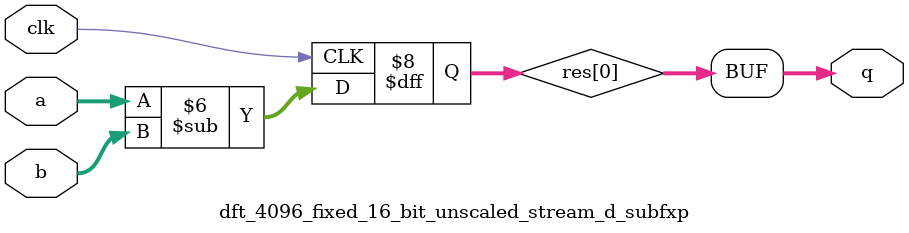
<source format=v>
/*
 * This source file contains a Verilog description of an IP core
 * automatically generated by the SPIRAL HDL Generator.
 *
 * This product includes a hardware design developed by Carnegie Mellon University.
 *
 * Copyright (c) 2005-2011 by Peter A. Milder for the SPIRAL Project,
 * Carnegie Mellon University
 *
 * For more information, see the SPIRAL project website at:
 *   http://www.spiral.net
 *
 * This design is provided for internal, non-commercial research use only
 * and is not for redistribution, with or without modifications.
 * 
 * You may not use the name "Carnegie Mellon University" or derivations
 * thereof to endorse or promote products derived from this software.
 *
 * THE SOFTWARE IS PROVIDED "AS-IS" WITHOUT ANY WARRANTY OF ANY KIND, EITHER
 * EXPRESS, IMPLIED OR STATUTORY, INCLUDING BUT NOT LIMITED TO ANY WARRANTY
 * THAT THE SOFTWARE WILL CONFORM TO SPECIFICATIONS OR BE ERROR-FREE AND ANY
 * IMPLIED WARRANTIES OF MERCHANTABILITY, FITNESS FOR A PARTICULAR PURPOSE,
 * TITLE, OR NON-INFRINGEMENT.  IN NO EVENT SHALL CARNEGIE MELLON UNIVERSITY
 * BE LIABLE FOR ANY DAMAGES, INCLUDING BUT NOT LIMITED TO DIRECT, INDIRECT,
 * SPECIAL OR CONSEQUENTIAL DAMAGES, ARISING OUT OF, RESULTING FROM, OR IN
 * ANY WAY CONNECTED WITH THIS SOFTWARE (WHETHER OR NOT BASED UPON WARRANTY,
 * CONTRACT, TORT OR OTHERWISE).
 *
 */
 /*
DFT Size = 4096
direction = forward
data type = 16 bit fixed point, unscaled 
architecture = fully streaming
radix = 4
streaming width = 4
data ordering = natural input / natural output
BRAM budget = -1 
*/
//   Input/output stream: 4 complex words per cycle
//   Throughput: one transform every 1024 cycles
//   Latency: 6917 cycles

//   Resources required:
//     60 multipliers (16 x 16 bit)
//     126 adders (16 x 16 bit)
//     24 RAMs (2048 words, 32 bits per word)
//     8 RAMs (512 words, 32 bits per word)
//     8 RAMs (128 words, 32 bits per word)
//     8 RAMs (8 words, 32 bits per word)
//     8 RAMs (32 words, 32 bits per word)
//     6 ROMs (64 words, 16 bits per word)
//     6 ROMs (1024 words, 16 bits per word)
//     6 ROMs (256 words, 16 bits per word)
//     24 ROMs (1024 words, 10 bits per word)
//     8 ROMs (64 words, 6 bits per word)
//     8 ROMs (256 words, 8 bits per word)
//     6 ROMs (16 words, 16 bits per word)

// Generated on Fri Aug 23 20:16:34 EDT 2019

// Latency: 6917 clock cycles
// Throughput: 1 transform every 1024 cycles


// We use an interleaved complex data format.  X0 represents the
// real portion of the first input, and X1 represents the imaginary
// portion.  The X variables are system inputs and the Y variables
// are system outputs.

// The design uses a system of flag signals to indicate the
// beginning of the input and output data streams.  The 'next'
// input (asserted high), is used to instruct the system that the
// input stream will begin on the following cycle.

// This system has a 'gap' of 1024 cycles.  This means that
// 1024 cycles must elapse between the beginning of the input
// vectors.

// The output signal 'next_out' (also asserted high) indicates
// that the output vector will begin streaming out of the system
 // on the following cycle.

// The system has a latency of 6917 cycles.  This means that
// the 'next_out' will be asserted 6917 cycles after the user
// asserts 'next'.

// The simple testbench below will demonstrate the timing for loading
// and unloading data vectors.
// The system reset signal is asserted high.

// Please note: when simulating floating point code, you must include
// Xilinx's DSP slice simulation module.

// Latency: 6917
// Gap: 1024
// module_name_is:dft_top
module dft_4096_fixed_16_bit_unscaled_stream_d_dft_top(clk, reset, next, next_out,
   X0, Y0,
   X1, Y1,
   X2, Y2,
   X3, Y3,
   X4, Y4,
   X5, Y5,
   X6, Y6,
   X7, Y7);

   output next_out;
   input clk, reset, next;

   input [15:0] X0,
      X1,
      X2,
      X3,
      X4,
      X5,
      X6,
      X7;

   output [15:0] Y0,
      Y1,
      Y2,
      Y3,
      Y4,
      Y5,
      Y6,
      Y7;

   wire [15:0] t0_0;
   wire [15:0] t0_1;
   wire [15:0] t0_2;
   wire [15:0] t0_3;
   wire [15:0] t0_4;
   wire [15:0] t0_5;
   wire [15:0] t0_6;
   wire [15:0] t0_7;
   wire next_0;
   wire [15:0] t1_0;
   wire [15:0] t1_1;
   wire [15:0] t1_2;
   wire [15:0] t1_3;
   wire [15:0] t1_4;
   wire [15:0] t1_5;
   wire [15:0] t1_6;
   wire [15:0] t1_7;
   wire next_1;
   wire [15:0] t2_0;
   wire [15:0] t2_1;
   wire [15:0] t2_2;
   wire [15:0] t2_3;
   wire [15:0] t2_4;
   wire [15:0] t2_5;
   wire [15:0] t2_6;
   wire [15:0] t2_7;
   wire next_2;
   wire [15:0] t3_0;
   wire [15:0] t3_1;
   wire [15:0] t3_2;
   wire [15:0] t3_3;
   wire [15:0] t3_4;
   wire [15:0] t3_5;
   wire [15:0] t3_6;
   wire [15:0] t3_7;
   wire next_3;
   wire [15:0] t4_0;
   wire [15:0] t4_1;
   wire [15:0] t4_2;
   wire [15:0] t4_3;
   wire [15:0] t4_4;
   wire [15:0] t4_5;
   wire [15:0] t4_6;
   wire [15:0] t4_7;
   wire next_4;
   wire [15:0] t5_0;
   wire [15:0] t5_1;
   wire [15:0] t5_2;
   wire [15:0] t5_3;
   wire [15:0] t5_4;
   wire [15:0] t5_5;
   wire [15:0] t5_6;
   wire [15:0] t5_7;
   wire next_5;
   wire [15:0] t6_0;
   wire [15:0] t6_1;
   wire [15:0] t6_2;
   wire [15:0] t6_3;
   wire [15:0] t6_4;
   wire [15:0] t6_5;
   wire [15:0] t6_6;
   wire [15:0] t6_7;
   wire next_6;
   wire [15:0] t7_0;
   wire [15:0] t7_1;
   wire [15:0] t7_2;
   wire [15:0] t7_3;
   wire [15:0] t7_4;
   wire [15:0] t7_5;
   wire [15:0] t7_6;
   wire [15:0] t7_7;
   wire next_7;
   wire [15:0] t8_0;
   wire [15:0] t8_1;
   wire [15:0] t8_2;
   wire [15:0] t8_3;
   wire [15:0] t8_4;
   wire [15:0] t8_5;
   wire [15:0] t8_6;
   wire [15:0] t8_7;
   wire next_8;
   wire [15:0] t9_0;
   wire [15:0] t9_1;
   wire [15:0] t9_2;
   wire [15:0] t9_3;
   wire [15:0] t9_4;
   wire [15:0] t9_5;
   wire [15:0] t9_6;
   wire [15:0] t9_7;
   wire next_9;
   wire [15:0] t10_0;
   wire [15:0] t10_1;
   wire [15:0] t10_2;
   wire [15:0] t10_3;
   wire [15:0] t10_4;
   wire [15:0] t10_5;
   wire [15:0] t10_6;
   wire [15:0] t10_7;
   wire next_10;
   wire [15:0] t11_0;
   wire [15:0] t11_1;
   wire [15:0] t11_2;
   wire [15:0] t11_3;
   wire [15:0] t11_4;
   wire [15:0] t11_5;
   wire [15:0] t11_6;
   wire [15:0] t11_7;
   wire next_11;
   wire [15:0] t12_0;
   wire [15:0] t12_1;
   wire [15:0] t12_2;
   wire [15:0] t12_3;
   wire [15:0] t12_4;
   wire [15:0] t12_5;
   wire [15:0] t12_6;
   wire [15:0] t12_7;
   wire next_12;
   wire [15:0] t13_0;
   wire [15:0] t13_1;
   wire [15:0] t13_2;
   wire [15:0] t13_3;
   wire [15:0] t13_4;
   wire [15:0] t13_5;
   wire [15:0] t13_6;
   wire [15:0] t13_7;
   wire next_13;
   wire [15:0] t14_0;
   wire [15:0] t14_1;
   wire [15:0] t14_2;
   wire [15:0] t14_3;
   wire [15:0] t14_4;
   wire [15:0] t14_5;
   wire [15:0] t14_6;
   wire [15:0] t14_7;
   wire next_14;
   wire [15:0] t15_0;
   wire [15:0] t15_1;
   wire [15:0] t15_2;
   wire [15:0] t15_3;
   wire [15:0] t15_4;
   wire [15:0] t15_5;
   wire [15:0] t15_6;
   wire [15:0] t15_7;
   wire next_15;
   wire [15:0] t16_0;
   wire [15:0] t16_1;
   wire [15:0] t16_2;
   wire [15:0] t16_3;
   wire [15:0] t16_4;
   wire [15:0] t16_5;
   wire [15:0] t16_6;
   wire [15:0] t16_7;
   wire next_16;
   wire [15:0] t17_0;
   wire [15:0] t17_1;
   wire [15:0] t17_2;
   wire [15:0] t17_3;
   wire [15:0] t17_4;
   wire [15:0] t17_5;
   wire [15:0] t17_6;
   wire [15:0] t17_7;
   wire next_17;
   wire [15:0] t18_0;
   wire [15:0] t18_1;
   wire [15:0] t18_2;
   wire [15:0] t18_3;
   wire [15:0] t18_4;
   wire [15:0] t18_5;
   wire [15:0] t18_6;
   wire [15:0] t18_7;
   wire next_18;
   assign t0_0 = X0;
   assign Y0 = t18_0;
   assign t0_1 = X1;
   assign Y1 = t18_1;
   assign t0_2 = X2;
   assign Y2 = t18_2;
   assign t0_3 = X3;
   assign Y3 = t18_3;
   assign t0_4 = X4;
   assign Y4 = t18_4;
   assign t0_5 = X5;
   assign Y5 = t18_5;
   assign t0_6 = X6;
   assign Y6 = t18_6;
   assign t0_7 = X7;
   assign Y7 = t18_7;
   assign next_0 = next;
   assign next_out = next_18;

// latency=2053, gap=1024
dft_4096_fixed_16_bit_unscaled_stream_d_rc93173 stage0(.clk(clk), .reset(reset), .next(next_0), .next_out(next_1),
    .X0(t0_0), .Y0(t1_0),
    .X1(t0_1), .Y1(t1_1),
    .X2(t0_2), .Y2(t1_2),
    .X3(t0_3), .Y3(t1_3),
    .X4(t0_4), .Y4(t1_4),
    .X5(t0_5), .Y5(t1_5),
    .X6(t0_6), .Y6(t1_6),
    .X7(t0_7), .Y7(t1_7));


// latency=3, gap=1024
dft_4096_fixed_16_bit_unscaled_stream_d_codeBlock93175 stage1(.clk(clk), .reset(reset), .next_in(next_1), .next_out(next_2),
       .X0_in(t1_0), .Y0(t2_0),
       .X1_in(t1_1), .Y1(t2_1),
       .X2_in(t1_2), .Y2(t2_2),
       .X3_in(t1_3), .Y3(t2_3),
       .X4_in(t1_4), .Y4(t2_4),
       .X5_in(t1_5), .Y5(t2_5),
       .X6_in(t1_6), .Y6(t2_6),
       .X7_in(t1_7), .Y7(t2_7));


// latency=13, gap=1024
dft_4096_fixed_16_bit_unscaled_stream_d_rc93389 stage2(.clk(clk), .reset(reset), .next(next_2), .next_out(next_3),
    .X0(t2_0), .Y0(t3_0),
    .X1(t2_1), .Y1(t3_1),
    .X2(t2_2), .Y2(t3_2),
    .X3(t2_3), .Y3(t3_3),
    .X4(t2_4), .Y4(t3_4),
    .X5(t2_5), .Y5(t3_5),
    .X6(t2_6), .Y6(t3_6),
    .X7(t2_7), .Y7(t3_7));


// latency=8, gap=1024
dft_4096_fixed_16_bit_unscaled_stream_d_DirSum_93762 stage3(.next(next_3), .clk(clk), .reset(reset), .next_out(next_4),
       .X0(t3_0), .Y0(t4_0),
       .X1(t3_1), .Y1(t4_1),
       .X2(t3_2), .Y2(t4_2),
       .X3(t3_3), .Y3(t4_3),
       .X4(t3_4), .Y4(t4_4),
       .X5(t3_5), .Y5(t4_5),
       .X6(t3_6), .Y6(t4_6),
       .X7(t3_7), .Y7(t4_7));


// latency=3, gap=1024
dft_4096_fixed_16_bit_unscaled_stream_d_codeBlock93765 stage4(.clk(clk), .reset(reset), .next_in(next_4), .next_out(next_5),
       .X0_in(t4_0), .Y0(t5_0),
       .X1_in(t4_1), .Y1(t5_1),
       .X2_in(t4_2), .Y2(t5_2),
       .X3_in(t4_3), .Y3(t5_3),
       .X4_in(t4_4), .Y4(t5_4),
       .X5_in(t4_5), .Y5(t5_5),
       .X6_in(t4_6), .Y6(t5_6),
       .X7_in(t4_7), .Y7(t5_7));


// latency=37, gap=1024
dft_4096_fixed_16_bit_unscaled_stream_d_rc93979 stage5(.clk(clk), .reset(reset), .next(next_5), .next_out(next_6),
    .X0(t5_0), .Y0(t6_0),
    .X1(t5_1), .Y1(t6_1),
    .X2(t5_2), .Y2(t6_2),
    .X3(t5_3), .Y3(t6_3),
    .X4(t5_4), .Y4(t6_4),
    .X5(t5_5), .Y5(t6_5),
    .X6(t5_6), .Y6(t6_6),
    .X7(t5_7), .Y7(t6_7));


// latency=8, gap=1024
dft_4096_fixed_16_bit_unscaled_stream_d_DirSum_94448 stage6(.next(next_6), .clk(clk), .reset(reset), .next_out(next_7),
       .X0(t6_0), .Y0(t7_0),
       .X1(t6_1), .Y1(t7_1),
       .X2(t6_2), .Y2(t7_2),
       .X3(t6_3), .Y3(t7_3),
       .X4(t6_4), .Y4(t7_4),
       .X5(t6_5), .Y5(t7_5),
       .X6(t6_6), .Y6(t7_6),
       .X7(t6_7), .Y7(t7_7));


// latency=3, gap=1024
dft_4096_fixed_16_bit_unscaled_stream_d_codeBlock94451 stage7(.clk(clk), .reset(reset), .next_in(next_7), .next_out(next_8),
       .X0_in(t7_0), .Y0(t8_0),
       .X1_in(t7_1), .Y1(t8_1),
       .X2_in(t7_2), .Y2(t8_2),
       .X3_in(t7_3), .Y3(t8_3),
       .X4_in(t7_4), .Y4(t8_4),
       .X5_in(t7_5), .Y5(t8_5),
       .X6_in(t7_6), .Y6(t8_6),
       .X7_in(t7_7), .Y7(t8_7));


// latency=133, gap=1024
dft_4096_fixed_16_bit_unscaled_stream_d_rc94665 stage8(.clk(clk), .reset(reset), .next(next_8), .next_out(next_9),
    .X0(t8_0), .Y0(t9_0),
    .X1(t8_1), .Y1(t9_1),
    .X2(t8_2), .Y2(t9_2),
    .X3(t8_3), .Y3(t9_3),
    .X4(t8_4), .Y4(t9_4),
    .X5(t8_5), .Y5(t9_5),
    .X6(t8_6), .Y6(t9_6),
    .X7(t8_7), .Y7(t9_7));


// latency=8, gap=1024
dft_4096_fixed_16_bit_unscaled_stream_d_DirSum_95518 stage9(.next(next_9), .clk(clk), .reset(reset), .next_out(next_10),
       .X0(t9_0), .Y0(t10_0),
       .X1(t9_1), .Y1(t10_1),
       .X2(t9_2), .Y2(t10_2),
       .X3(t9_3), .Y3(t10_3),
       .X4(t9_4), .Y4(t10_4),
       .X5(t9_5), .Y5(t10_5),
       .X6(t9_6), .Y6(t10_6),
       .X7(t9_7), .Y7(t10_7));


// latency=3, gap=1024
dft_4096_fixed_16_bit_unscaled_stream_d_codeBlock95521 stage10(.clk(clk), .reset(reset), .next_in(next_10), .next_out(next_11),
       .X0_in(t10_0), .Y0(t11_0),
       .X1_in(t10_1), .Y1(t11_1),
       .X2_in(t10_2), .Y2(t11_2),
       .X3_in(t10_3), .Y3(t11_3),
       .X4_in(t10_4), .Y4(t11_4),
       .X5_in(t10_5), .Y5(t11_5),
       .X6_in(t10_6), .Y6(t11_6),
       .X7_in(t10_7), .Y7(t11_7));


// latency=517, gap=1024
dft_4096_fixed_16_bit_unscaled_stream_d_rc95735 stage11(.clk(clk), .reset(reset), .next(next_11), .next_out(next_12),
    .X0(t11_0), .Y0(t12_0),
    .X1(t11_1), .Y1(t12_1),
    .X2(t11_2), .Y2(t12_2),
    .X3(t11_3), .Y3(t12_3),
    .X4(t11_4), .Y4(t12_4),
    .X5(t11_5), .Y5(t12_5),
    .X6(t11_6), .Y6(t12_6),
    .X7(t11_7), .Y7(t12_7));


// latency=8, gap=1024
dft_4096_fixed_16_bit_unscaled_stream_d_DirSum_98124 stage12(.next(next_12), .clk(clk), .reset(reset), .next_out(next_13),
       .X0(t12_0), .Y0(t13_0),
       .X1(t12_1), .Y1(t13_1),
       .X2(t12_2), .Y2(t13_2),
       .X3(t12_3), .Y3(t13_3),
       .X4(t12_4), .Y4(t13_4),
       .X5(t12_5), .Y5(t13_5),
       .X6(t12_6), .Y6(t13_6),
       .X7(t12_7), .Y7(t13_7));


// latency=3, gap=1024
dft_4096_fixed_16_bit_unscaled_stream_d_codeBlock98127 stage13(.clk(clk), .reset(reset), .next_in(next_13), .next_out(next_14),
       .X0_in(t13_0), .Y0(t14_0),
       .X1_in(t13_1), .Y1(t14_1),
       .X2_in(t13_2), .Y2(t14_2),
       .X3_in(t13_3), .Y3(t14_3),
       .X4_in(t13_4), .Y4(t14_4),
       .X5_in(t13_5), .Y5(t14_5),
       .X6_in(t13_6), .Y6(t14_6),
       .X7_in(t13_7), .Y7(t14_7));


// latency=2053, gap=1024
dft_4096_fixed_16_bit_unscaled_stream_d_rc98341 stage14(.clk(clk), .reset(reset), .next(next_14), .next_out(next_15),
    .X0(t14_0), .Y0(t15_0),
    .X1(t14_1), .Y1(t15_1),
    .X2(t14_2), .Y2(t15_2),
    .X3(t14_3), .Y3(t15_3),
    .X4(t14_4), .Y4(t15_4),
    .X5(t14_5), .Y5(t15_5),
    .X6(t14_6), .Y6(t15_6),
    .X7(t14_7), .Y7(t15_7));


// latency=8, gap=1024
dft_4096_fixed_16_bit_unscaled_stream_d_DirSum_106873 stage15(.next(next_15), .clk(clk), .reset(reset), .next_out(next_16),
       .X0(t15_0), .Y0(t16_0),
       .X1(t15_1), .Y1(t16_1),
       .X2(t15_2), .Y2(t16_2),
       .X3(t15_3), .Y3(t16_3),
       .X4(t15_4), .Y4(t16_4),
       .X5(t15_5), .Y5(t16_5),
       .X6(t15_6), .Y6(t16_6),
       .X7(t15_7), .Y7(t16_7));


// latency=3, gap=1024
dft_4096_fixed_16_bit_unscaled_stream_d_codeBlock106876 stage16(.clk(clk), .reset(reset), .next_in(next_16), .next_out(next_17),
       .X0_in(t16_0), .Y0(t17_0),
       .X1_in(t16_1), .Y1(t17_1),
       .X2_in(t16_2), .Y2(t17_2),
       .X3_in(t16_3), .Y3(t17_3),
       .X4_in(t16_4), .Y4(t17_4),
       .X5_in(t16_5), .Y5(t17_5),
       .X6_in(t16_6), .Y6(t17_6),
       .X7_in(t16_7), .Y7(t17_7));


// latency=2053, gap=1024
dft_4096_fixed_16_bit_unscaled_stream_d_rc107090 stage17(.clk(clk), .reset(reset), .next(next_17), .next_out(next_18),
    .X0(t17_0), .Y0(t18_0),
    .X1(t17_1), .Y1(t18_1),
    .X2(t17_2), .Y2(t18_2),
    .X3(t17_3), .Y3(t18_3),
    .X4(t17_4), .Y4(t18_4),
    .X5(t17_5), .Y5(t18_5),
    .X6(t17_6), .Y6(t18_6),
    .X7(t17_7), .Y7(t18_7));


endmodule

// Latency: 2053
// Gap: 1024
module dft_4096_fixed_16_bit_unscaled_stream_d_rc93173(clk, reset, next, next_out,
   X0, Y0,
   X1, Y1,
   X2, Y2,
   X3, Y3,
   X4, Y4,
   X5, Y5,
   X6, Y6,
   X7, Y7);

   output next_out;
   input clk, reset, next;

   input [15:0] X0,
      X1,
      X2,
      X3,
      X4,
      X5,
      X6,
      X7;

   output [15:0] Y0,
      Y1,
      Y2,
      Y3,
      Y4,
      Y5,
      Y6,
      Y7;

   wire [31:0] t0;
   wire [31:0] s0;
   assign t0 = {X0, X1};
   wire [31:0] t1;
   wire [31:0] s1;
   assign t1 = {X2, X3};
   wire [31:0] t2;
   wire [31:0] s2;
   assign t2 = {X4, X5};
   wire [31:0] t3;
   wire [31:0] s3;
   assign t3 = {X6, X7};
   assign Y0 = s0[31:16];
   assign Y1 = s0[15:0];
   assign Y2 = s1[31:16];
   assign Y3 = s1[15:0];
   assign Y4 = s2[31:16];
   assign Y5 = s2[15:0];
   assign Y6 = s3[31:16];
   assign Y7 = s3[15:0];

dft_4096_fixed_16_bit_unscaled_stream_d_perm93171 instPerm108795(.x0(t0), .y0(s0),
    .x1(t1), .y1(s1),
    .x2(t2), .y2(s2),
    .x3(t3), .y3(s3),
   .clk(clk), .next(next), .next_out(next_out), .reset(reset)
);



endmodule

module dft_4096_fixed_16_bit_unscaled_stream_d_swNet93171(itr, clk, ct
,       x0, y0
,       x1, y1
,       x2, y2
,       x3, y3
);

    parameter width = 32;

    input [9:0] ct;
    input clk;
    input [0:0] itr;
    input [width-1:0] x0;
    output reg [width-1:0] y0;
    input [width-1:0] x1;
    output reg [width-1:0] y1;
    input [width-1:0] x2;
    output reg [width-1:0] y2;
    input [width-1:0] x3;
    output reg [width-1:0] y3;
    wire [width-1:0] t0_0, t0_1, t0_2, t0_3;
    wire [width-1:0] t1_0, t1_1, t1_2, t1_3;
    wire [width-1:0] t2_0, t2_1, t2_2, t2_3;
    reg [width-1:0] t3_0, t3_1, t3_2, t3_3;
    wire [width-1:0] t4_0, t4_1, t4_2, t4_3;
    reg [width-1:0] t5_0, t5_1, t5_2, t5_3;

    reg [3:0] control;

    always @(posedge clk) begin
      case(ct)
        10'd0: control <= 4'b1111;
        10'd1: control <= 4'b1111;
        10'd2: control <= 4'b1111;
        10'd3: control <= 4'b1111;
        10'd4: control <= 4'b1111;
        10'd5: control <= 4'b1111;
        10'd6: control <= 4'b1111;
        10'd7: control <= 4'b1111;
        10'd8: control <= 4'b1111;
        10'd9: control <= 4'b1111;
        10'd10: control <= 4'b1111;
        10'd11: control <= 4'b1111;
        10'd12: control <= 4'b1111;
        10'd13: control <= 4'b1111;
        10'd14: control <= 4'b1111;
        10'd15: control <= 4'b1111;
        10'd16: control <= 4'b1111;
        10'd17: control <= 4'b1111;
        10'd18: control <= 4'b1111;
        10'd19: control <= 4'b1111;
        10'd20: control <= 4'b1111;
        10'd21: control <= 4'b1111;
        10'd22: control <= 4'b1111;
        10'd23: control <= 4'b1111;
        10'd24: control <= 4'b1111;
        10'd25: control <= 4'b1111;
        10'd26: control <= 4'b1111;
        10'd27: control <= 4'b1111;
        10'd28: control <= 4'b1111;
        10'd29: control <= 4'b1111;
        10'd30: control <= 4'b1111;
        10'd31: control <= 4'b1111;
        10'd32: control <= 4'b1111;
        10'd33: control <= 4'b1111;
        10'd34: control <= 4'b1111;
        10'd35: control <= 4'b1111;
        10'd36: control <= 4'b1111;
        10'd37: control <= 4'b1111;
        10'd38: control <= 4'b1111;
        10'd39: control <= 4'b1111;
        10'd40: control <= 4'b1111;
        10'd41: control <= 4'b1111;
        10'd42: control <= 4'b1111;
        10'd43: control <= 4'b1111;
        10'd44: control <= 4'b1111;
        10'd45: control <= 4'b1111;
        10'd46: control <= 4'b1111;
        10'd47: control <= 4'b1111;
        10'd48: control <= 4'b1111;
        10'd49: control <= 4'b1111;
        10'd50: control <= 4'b1111;
        10'd51: control <= 4'b1111;
        10'd52: control <= 4'b1111;
        10'd53: control <= 4'b1111;
        10'd54: control <= 4'b1111;
        10'd55: control <= 4'b1111;
        10'd56: control <= 4'b1111;
        10'd57: control <= 4'b1111;
        10'd58: control <= 4'b1111;
        10'd59: control <= 4'b1111;
        10'd60: control <= 4'b1111;
        10'd61: control <= 4'b1111;
        10'd62: control <= 4'b1111;
        10'd63: control <= 4'b1111;
        10'd64: control <= 4'b1111;
        10'd65: control <= 4'b1111;
        10'd66: control <= 4'b1111;
        10'd67: control <= 4'b1111;
        10'd68: control <= 4'b1111;
        10'd69: control <= 4'b1111;
        10'd70: control <= 4'b1111;
        10'd71: control <= 4'b1111;
        10'd72: control <= 4'b1111;
        10'd73: control <= 4'b1111;
        10'd74: control <= 4'b1111;
        10'd75: control <= 4'b1111;
        10'd76: control <= 4'b1111;
        10'd77: control <= 4'b1111;
        10'd78: control <= 4'b1111;
        10'd79: control <= 4'b1111;
        10'd80: control <= 4'b1111;
        10'd81: control <= 4'b1111;
        10'd82: control <= 4'b1111;
        10'd83: control <= 4'b1111;
        10'd84: control <= 4'b1111;
        10'd85: control <= 4'b1111;
        10'd86: control <= 4'b1111;
        10'd87: control <= 4'b1111;
        10'd88: control <= 4'b1111;
        10'd89: control <= 4'b1111;
        10'd90: control <= 4'b1111;
        10'd91: control <= 4'b1111;
        10'd92: control <= 4'b1111;
        10'd93: control <= 4'b1111;
        10'd94: control <= 4'b1111;
        10'd95: control <= 4'b1111;
        10'd96: control <= 4'b1111;
        10'd97: control <= 4'b1111;
        10'd98: control <= 4'b1111;
        10'd99: control <= 4'b1111;
        10'd100: control <= 4'b1111;
        10'd101: control <= 4'b1111;
        10'd102: control <= 4'b1111;
        10'd103: control <= 4'b1111;
        10'd104: control <= 4'b1111;
        10'd105: control <= 4'b1111;
        10'd106: control <= 4'b1111;
        10'd107: control <= 4'b1111;
        10'd108: control <= 4'b1111;
        10'd109: control <= 4'b1111;
        10'd110: control <= 4'b1111;
        10'd111: control <= 4'b1111;
        10'd112: control <= 4'b1111;
        10'd113: control <= 4'b1111;
        10'd114: control <= 4'b1111;
        10'd115: control <= 4'b1111;
        10'd116: control <= 4'b1111;
        10'd117: control <= 4'b1111;
        10'd118: control <= 4'b1111;
        10'd119: control <= 4'b1111;
        10'd120: control <= 4'b1111;
        10'd121: control <= 4'b1111;
        10'd122: control <= 4'b1111;
        10'd123: control <= 4'b1111;
        10'd124: control <= 4'b1111;
        10'd125: control <= 4'b1111;
        10'd126: control <= 4'b1111;
        10'd127: control <= 4'b1111;
        10'd128: control <= 4'b1111;
        10'd129: control <= 4'b1111;
        10'd130: control <= 4'b1111;
        10'd131: control <= 4'b1111;
        10'd132: control <= 4'b1111;
        10'd133: control <= 4'b1111;
        10'd134: control <= 4'b1111;
        10'd135: control <= 4'b1111;
        10'd136: control <= 4'b1111;
        10'd137: control <= 4'b1111;
        10'd138: control <= 4'b1111;
        10'd139: control <= 4'b1111;
        10'd140: control <= 4'b1111;
        10'd141: control <= 4'b1111;
        10'd142: control <= 4'b1111;
        10'd143: control <= 4'b1111;
        10'd144: control <= 4'b1111;
        10'd145: control <= 4'b1111;
        10'd146: control <= 4'b1111;
        10'd147: control <= 4'b1111;
        10'd148: control <= 4'b1111;
        10'd149: control <= 4'b1111;
        10'd150: control <= 4'b1111;
        10'd151: control <= 4'b1111;
        10'd152: control <= 4'b1111;
        10'd153: control <= 4'b1111;
        10'd154: control <= 4'b1111;
        10'd155: control <= 4'b1111;
        10'd156: control <= 4'b1111;
        10'd157: control <= 4'b1111;
        10'd158: control <= 4'b1111;
        10'd159: control <= 4'b1111;
        10'd160: control <= 4'b1111;
        10'd161: control <= 4'b1111;
        10'd162: control <= 4'b1111;
        10'd163: control <= 4'b1111;
        10'd164: control <= 4'b1111;
        10'd165: control <= 4'b1111;
        10'd166: control <= 4'b1111;
        10'd167: control <= 4'b1111;
        10'd168: control <= 4'b1111;
        10'd169: control <= 4'b1111;
        10'd170: control <= 4'b1111;
        10'd171: control <= 4'b1111;
        10'd172: control <= 4'b1111;
        10'd173: control <= 4'b1111;
        10'd174: control <= 4'b1111;
        10'd175: control <= 4'b1111;
        10'd176: control <= 4'b1111;
        10'd177: control <= 4'b1111;
        10'd178: control <= 4'b1111;
        10'd179: control <= 4'b1111;
        10'd180: control <= 4'b1111;
        10'd181: control <= 4'b1111;
        10'd182: control <= 4'b1111;
        10'd183: control <= 4'b1111;
        10'd184: control <= 4'b1111;
        10'd185: control <= 4'b1111;
        10'd186: control <= 4'b1111;
        10'd187: control <= 4'b1111;
        10'd188: control <= 4'b1111;
        10'd189: control <= 4'b1111;
        10'd190: control <= 4'b1111;
        10'd191: control <= 4'b1111;
        10'd192: control <= 4'b1111;
        10'd193: control <= 4'b1111;
        10'd194: control <= 4'b1111;
        10'd195: control <= 4'b1111;
        10'd196: control <= 4'b1111;
        10'd197: control <= 4'b1111;
        10'd198: control <= 4'b1111;
        10'd199: control <= 4'b1111;
        10'd200: control <= 4'b1111;
        10'd201: control <= 4'b1111;
        10'd202: control <= 4'b1111;
        10'd203: control <= 4'b1111;
        10'd204: control <= 4'b1111;
        10'd205: control <= 4'b1111;
        10'd206: control <= 4'b1111;
        10'd207: control <= 4'b1111;
        10'd208: control <= 4'b1111;
        10'd209: control <= 4'b1111;
        10'd210: control <= 4'b1111;
        10'd211: control <= 4'b1111;
        10'd212: control <= 4'b1111;
        10'd213: control <= 4'b1111;
        10'd214: control <= 4'b1111;
        10'd215: control <= 4'b1111;
        10'd216: control <= 4'b1111;
        10'd217: control <= 4'b1111;
        10'd218: control <= 4'b1111;
        10'd219: control <= 4'b1111;
        10'd220: control <= 4'b1111;
        10'd221: control <= 4'b1111;
        10'd222: control <= 4'b1111;
        10'd223: control <= 4'b1111;
        10'd224: control <= 4'b1111;
        10'd225: control <= 4'b1111;
        10'd226: control <= 4'b1111;
        10'd227: control <= 4'b1111;
        10'd228: control <= 4'b1111;
        10'd229: control <= 4'b1111;
        10'd230: control <= 4'b1111;
        10'd231: control <= 4'b1111;
        10'd232: control <= 4'b1111;
        10'd233: control <= 4'b1111;
        10'd234: control <= 4'b1111;
        10'd235: control <= 4'b1111;
        10'd236: control <= 4'b1111;
        10'd237: control <= 4'b1111;
        10'd238: control <= 4'b1111;
        10'd239: control <= 4'b1111;
        10'd240: control <= 4'b1111;
        10'd241: control <= 4'b1111;
        10'd242: control <= 4'b1111;
        10'd243: control <= 4'b1111;
        10'd244: control <= 4'b1111;
        10'd245: control <= 4'b1111;
        10'd246: control <= 4'b1111;
        10'd247: control <= 4'b1111;
        10'd248: control <= 4'b1111;
        10'd249: control <= 4'b1111;
        10'd250: control <= 4'b1111;
        10'd251: control <= 4'b1111;
        10'd252: control <= 4'b1111;
        10'd253: control <= 4'b1111;
        10'd254: control <= 4'b1111;
        10'd255: control <= 4'b1111;
        10'd256: control <= 4'b0011;
        10'd257: control <= 4'b0011;
        10'd258: control <= 4'b0011;
        10'd259: control <= 4'b0011;
        10'd260: control <= 4'b0011;
        10'd261: control <= 4'b0011;
        10'd262: control <= 4'b0011;
        10'd263: control <= 4'b0011;
        10'd264: control <= 4'b0011;
        10'd265: control <= 4'b0011;
        10'd266: control <= 4'b0011;
        10'd267: control <= 4'b0011;
        10'd268: control <= 4'b0011;
        10'd269: control <= 4'b0011;
        10'd270: control <= 4'b0011;
        10'd271: control <= 4'b0011;
        10'd272: control <= 4'b0011;
        10'd273: control <= 4'b0011;
        10'd274: control <= 4'b0011;
        10'd275: control <= 4'b0011;
        10'd276: control <= 4'b0011;
        10'd277: control <= 4'b0011;
        10'd278: control <= 4'b0011;
        10'd279: control <= 4'b0011;
        10'd280: control <= 4'b0011;
        10'd281: control <= 4'b0011;
        10'd282: control <= 4'b0011;
        10'd283: control <= 4'b0011;
        10'd284: control <= 4'b0011;
        10'd285: control <= 4'b0011;
        10'd286: control <= 4'b0011;
        10'd287: control <= 4'b0011;
        10'd288: control <= 4'b0011;
        10'd289: control <= 4'b0011;
        10'd290: control <= 4'b0011;
        10'd291: control <= 4'b0011;
        10'd292: control <= 4'b0011;
        10'd293: control <= 4'b0011;
        10'd294: control <= 4'b0011;
        10'd295: control <= 4'b0011;
        10'd296: control <= 4'b0011;
        10'd297: control <= 4'b0011;
        10'd298: control <= 4'b0011;
        10'd299: control <= 4'b0011;
        10'd300: control <= 4'b0011;
        10'd301: control <= 4'b0011;
        10'd302: control <= 4'b0011;
        10'd303: control <= 4'b0011;
        10'd304: control <= 4'b0011;
        10'd305: control <= 4'b0011;
        10'd306: control <= 4'b0011;
        10'd307: control <= 4'b0011;
        10'd308: control <= 4'b0011;
        10'd309: control <= 4'b0011;
        10'd310: control <= 4'b0011;
        10'd311: control <= 4'b0011;
        10'd312: control <= 4'b0011;
        10'd313: control <= 4'b0011;
        10'd314: control <= 4'b0011;
        10'd315: control <= 4'b0011;
        10'd316: control <= 4'b0011;
        10'd317: control <= 4'b0011;
        10'd318: control <= 4'b0011;
        10'd319: control <= 4'b0011;
        10'd320: control <= 4'b0011;
        10'd321: control <= 4'b0011;
        10'd322: control <= 4'b0011;
        10'd323: control <= 4'b0011;
        10'd324: control <= 4'b0011;
        10'd325: control <= 4'b0011;
        10'd326: control <= 4'b0011;
        10'd327: control <= 4'b0011;
        10'd328: control <= 4'b0011;
        10'd329: control <= 4'b0011;
        10'd330: control <= 4'b0011;
        10'd331: control <= 4'b0011;
        10'd332: control <= 4'b0011;
        10'd333: control <= 4'b0011;
        10'd334: control <= 4'b0011;
        10'd335: control <= 4'b0011;
        10'd336: control <= 4'b0011;
        10'd337: control <= 4'b0011;
        10'd338: control <= 4'b0011;
        10'd339: control <= 4'b0011;
        10'd340: control <= 4'b0011;
        10'd341: control <= 4'b0011;
        10'd342: control <= 4'b0011;
        10'd343: control <= 4'b0011;
        10'd344: control <= 4'b0011;
        10'd345: control <= 4'b0011;
        10'd346: control <= 4'b0011;
        10'd347: control <= 4'b0011;
        10'd348: control <= 4'b0011;
        10'd349: control <= 4'b0011;
        10'd350: control <= 4'b0011;
        10'd351: control <= 4'b0011;
        10'd352: control <= 4'b0011;
        10'd353: control <= 4'b0011;
        10'd354: control <= 4'b0011;
        10'd355: control <= 4'b0011;
        10'd356: control <= 4'b0011;
        10'd357: control <= 4'b0011;
        10'd358: control <= 4'b0011;
        10'd359: control <= 4'b0011;
        10'd360: control <= 4'b0011;
        10'd361: control <= 4'b0011;
        10'd362: control <= 4'b0011;
        10'd363: control <= 4'b0011;
        10'd364: control <= 4'b0011;
        10'd365: control <= 4'b0011;
        10'd366: control <= 4'b0011;
        10'd367: control <= 4'b0011;
        10'd368: control <= 4'b0011;
        10'd369: control <= 4'b0011;
        10'd370: control <= 4'b0011;
        10'd371: control <= 4'b0011;
        10'd372: control <= 4'b0011;
        10'd373: control <= 4'b0011;
        10'd374: control <= 4'b0011;
        10'd375: control <= 4'b0011;
        10'd376: control <= 4'b0011;
        10'd377: control <= 4'b0011;
        10'd378: control <= 4'b0011;
        10'd379: control <= 4'b0011;
        10'd380: control <= 4'b0011;
        10'd381: control <= 4'b0011;
        10'd382: control <= 4'b0011;
        10'd383: control <= 4'b0011;
        10'd384: control <= 4'b0011;
        10'd385: control <= 4'b0011;
        10'd386: control <= 4'b0011;
        10'd387: control <= 4'b0011;
        10'd388: control <= 4'b0011;
        10'd389: control <= 4'b0011;
        10'd390: control <= 4'b0011;
        10'd391: control <= 4'b0011;
        10'd392: control <= 4'b0011;
        10'd393: control <= 4'b0011;
        10'd394: control <= 4'b0011;
        10'd395: control <= 4'b0011;
        10'd396: control <= 4'b0011;
        10'd397: control <= 4'b0011;
        10'd398: control <= 4'b0011;
        10'd399: control <= 4'b0011;
        10'd400: control <= 4'b0011;
        10'd401: control <= 4'b0011;
        10'd402: control <= 4'b0011;
        10'd403: control <= 4'b0011;
        10'd404: control <= 4'b0011;
        10'd405: control <= 4'b0011;
        10'd406: control <= 4'b0011;
        10'd407: control <= 4'b0011;
        10'd408: control <= 4'b0011;
        10'd409: control <= 4'b0011;
        10'd410: control <= 4'b0011;
        10'd411: control <= 4'b0011;
        10'd412: control <= 4'b0011;
        10'd413: control <= 4'b0011;
        10'd414: control <= 4'b0011;
        10'd415: control <= 4'b0011;
        10'd416: control <= 4'b0011;
        10'd417: control <= 4'b0011;
        10'd418: control <= 4'b0011;
        10'd419: control <= 4'b0011;
        10'd420: control <= 4'b0011;
        10'd421: control <= 4'b0011;
        10'd422: control <= 4'b0011;
        10'd423: control <= 4'b0011;
        10'd424: control <= 4'b0011;
        10'd425: control <= 4'b0011;
        10'd426: control <= 4'b0011;
        10'd427: control <= 4'b0011;
        10'd428: control <= 4'b0011;
        10'd429: control <= 4'b0011;
        10'd430: control <= 4'b0011;
        10'd431: control <= 4'b0011;
        10'd432: control <= 4'b0011;
        10'd433: control <= 4'b0011;
        10'd434: control <= 4'b0011;
        10'd435: control <= 4'b0011;
        10'd436: control <= 4'b0011;
        10'd437: control <= 4'b0011;
        10'd438: control <= 4'b0011;
        10'd439: control <= 4'b0011;
        10'd440: control <= 4'b0011;
        10'd441: control <= 4'b0011;
        10'd442: control <= 4'b0011;
        10'd443: control <= 4'b0011;
        10'd444: control <= 4'b0011;
        10'd445: control <= 4'b0011;
        10'd446: control <= 4'b0011;
        10'd447: control <= 4'b0011;
        10'd448: control <= 4'b0011;
        10'd449: control <= 4'b0011;
        10'd450: control <= 4'b0011;
        10'd451: control <= 4'b0011;
        10'd452: control <= 4'b0011;
        10'd453: control <= 4'b0011;
        10'd454: control <= 4'b0011;
        10'd455: control <= 4'b0011;
        10'd456: control <= 4'b0011;
        10'd457: control <= 4'b0011;
        10'd458: control <= 4'b0011;
        10'd459: control <= 4'b0011;
        10'd460: control <= 4'b0011;
        10'd461: control <= 4'b0011;
        10'd462: control <= 4'b0011;
        10'd463: control <= 4'b0011;
        10'd464: control <= 4'b0011;
        10'd465: control <= 4'b0011;
        10'd466: control <= 4'b0011;
        10'd467: control <= 4'b0011;
        10'd468: control <= 4'b0011;
        10'd469: control <= 4'b0011;
        10'd470: control <= 4'b0011;
        10'd471: control <= 4'b0011;
        10'd472: control <= 4'b0011;
        10'd473: control <= 4'b0011;
        10'd474: control <= 4'b0011;
        10'd475: control <= 4'b0011;
        10'd476: control <= 4'b0011;
        10'd477: control <= 4'b0011;
        10'd478: control <= 4'b0011;
        10'd479: control <= 4'b0011;
        10'd480: control <= 4'b0011;
        10'd481: control <= 4'b0011;
        10'd482: control <= 4'b0011;
        10'd483: control <= 4'b0011;
        10'd484: control <= 4'b0011;
        10'd485: control <= 4'b0011;
        10'd486: control <= 4'b0011;
        10'd487: control <= 4'b0011;
        10'd488: control <= 4'b0011;
        10'd489: control <= 4'b0011;
        10'd490: control <= 4'b0011;
        10'd491: control <= 4'b0011;
        10'd492: control <= 4'b0011;
        10'd493: control <= 4'b0011;
        10'd494: control <= 4'b0011;
        10'd495: control <= 4'b0011;
        10'd496: control <= 4'b0011;
        10'd497: control <= 4'b0011;
        10'd498: control <= 4'b0011;
        10'd499: control <= 4'b0011;
        10'd500: control <= 4'b0011;
        10'd501: control <= 4'b0011;
        10'd502: control <= 4'b0011;
        10'd503: control <= 4'b0011;
        10'd504: control <= 4'b0011;
        10'd505: control <= 4'b0011;
        10'd506: control <= 4'b0011;
        10'd507: control <= 4'b0011;
        10'd508: control <= 4'b0011;
        10'd509: control <= 4'b0011;
        10'd510: control <= 4'b0011;
        10'd511: control <= 4'b0011;
        10'd512: control <= 4'b1100;
        10'd513: control <= 4'b1100;
        10'd514: control <= 4'b1100;
        10'd515: control <= 4'b1100;
        10'd516: control <= 4'b1100;
        10'd517: control <= 4'b1100;
        10'd518: control <= 4'b1100;
        10'd519: control <= 4'b1100;
        10'd520: control <= 4'b1100;
        10'd521: control <= 4'b1100;
        10'd522: control <= 4'b1100;
        10'd523: control <= 4'b1100;
        10'd524: control <= 4'b1100;
        10'd525: control <= 4'b1100;
        10'd526: control <= 4'b1100;
        10'd527: control <= 4'b1100;
        10'd528: control <= 4'b1100;
        10'd529: control <= 4'b1100;
        10'd530: control <= 4'b1100;
        10'd531: control <= 4'b1100;
        10'd532: control <= 4'b1100;
        10'd533: control <= 4'b1100;
        10'd534: control <= 4'b1100;
        10'd535: control <= 4'b1100;
        10'd536: control <= 4'b1100;
        10'd537: control <= 4'b1100;
        10'd538: control <= 4'b1100;
        10'd539: control <= 4'b1100;
        10'd540: control <= 4'b1100;
        10'd541: control <= 4'b1100;
        10'd542: control <= 4'b1100;
        10'd543: control <= 4'b1100;
        10'd544: control <= 4'b1100;
        10'd545: control <= 4'b1100;
        10'd546: control <= 4'b1100;
        10'd547: control <= 4'b1100;
        10'd548: control <= 4'b1100;
        10'd549: control <= 4'b1100;
        10'd550: control <= 4'b1100;
        10'd551: control <= 4'b1100;
        10'd552: control <= 4'b1100;
        10'd553: control <= 4'b1100;
        10'd554: control <= 4'b1100;
        10'd555: control <= 4'b1100;
        10'd556: control <= 4'b1100;
        10'd557: control <= 4'b1100;
        10'd558: control <= 4'b1100;
        10'd559: control <= 4'b1100;
        10'd560: control <= 4'b1100;
        10'd561: control <= 4'b1100;
        10'd562: control <= 4'b1100;
        10'd563: control <= 4'b1100;
        10'd564: control <= 4'b1100;
        10'd565: control <= 4'b1100;
        10'd566: control <= 4'b1100;
        10'd567: control <= 4'b1100;
        10'd568: control <= 4'b1100;
        10'd569: control <= 4'b1100;
        10'd570: control <= 4'b1100;
        10'd571: control <= 4'b1100;
        10'd572: control <= 4'b1100;
        10'd573: control <= 4'b1100;
        10'd574: control <= 4'b1100;
        10'd575: control <= 4'b1100;
        10'd576: control <= 4'b1100;
        10'd577: control <= 4'b1100;
        10'd578: control <= 4'b1100;
        10'd579: control <= 4'b1100;
        10'd580: control <= 4'b1100;
        10'd581: control <= 4'b1100;
        10'd582: control <= 4'b1100;
        10'd583: control <= 4'b1100;
        10'd584: control <= 4'b1100;
        10'd585: control <= 4'b1100;
        10'd586: control <= 4'b1100;
        10'd587: control <= 4'b1100;
        10'd588: control <= 4'b1100;
        10'd589: control <= 4'b1100;
        10'd590: control <= 4'b1100;
        10'd591: control <= 4'b1100;
        10'd592: control <= 4'b1100;
        10'd593: control <= 4'b1100;
        10'd594: control <= 4'b1100;
        10'd595: control <= 4'b1100;
        10'd596: control <= 4'b1100;
        10'd597: control <= 4'b1100;
        10'd598: control <= 4'b1100;
        10'd599: control <= 4'b1100;
        10'd600: control <= 4'b1100;
        10'd601: control <= 4'b1100;
        10'd602: control <= 4'b1100;
        10'd603: control <= 4'b1100;
        10'd604: control <= 4'b1100;
        10'd605: control <= 4'b1100;
        10'd606: control <= 4'b1100;
        10'd607: control <= 4'b1100;
        10'd608: control <= 4'b1100;
        10'd609: control <= 4'b1100;
        10'd610: control <= 4'b1100;
        10'd611: control <= 4'b1100;
        10'd612: control <= 4'b1100;
        10'd613: control <= 4'b1100;
        10'd614: control <= 4'b1100;
        10'd615: control <= 4'b1100;
        10'd616: control <= 4'b1100;
        10'd617: control <= 4'b1100;
        10'd618: control <= 4'b1100;
        10'd619: control <= 4'b1100;
        10'd620: control <= 4'b1100;
        10'd621: control <= 4'b1100;
        10'd622: control <= 4'b1100;
        10'd623: control <= 4'b1100;
        10'd624: control <= 4'b1100;
        10'd625: control <= 4'b1100;
        10'd626: control <= 4'b1100;
        10'd627: control <= 4'b1100;
        10'd628: control <= 4'b1100;
        10'd629: control <= 4'b1100;
        10'd630: control <= 4'b1100;
        10'd631: control <= 4'b1100;
        10'd632: control <= 4'b1100;
        10'd633: control <= 4'b1100;
        10'd634: control <= 4'b1100;
        10'd635: control <= 4'b1100;
        10'd636: control <= 4'b1100;
        10'd637: control <= 4'b1100;
        10'd638: control <= 4'b1100;
        10'd639: control <= 4'b1100;
        10'd640: control <= 4'b1100;
        10'd641: control <= 4'b1100;
        10'd642: control <= 4'b1100;
        10'd643: control <= 4'b1100;
        10'd644: control <= 4'b1100;
        10'd645: control <= 4'b1100;
        10'd646: control <= 4'b1100;
        10'd647: control <= 4'b1100;
        10'd648: control <= 4'b1100;
        10'd649: control <= 4'b1100;
        10'd650: control <= 4'b1100;
        10'd651: control <= 4'b1100;
        10'd652: control <= 4'b1100;
        10'd653: control <= 4'b1100;
        10'd654: control <= 4'b1100;
        10'd655: control <= 4'b1100;
        10'd656: control <= 4'b1100;
        10'd657: control <= 4'b1100;
        10'd658: control <= 4'b1100;
        10'd659: control <= 4'b1100;
        10'd660: control <= 4'b1100;
        10'd661: control <= 4'b1100;
        10'd662: control <= 4'b1100;
        10'd663: control <= 4'b1100;
        10'd664: control <= 4'b1100;
        10'd665: control <= 4'b1100;
        10'd666: control <= 4'b1100;
        10'd667: control <= 4'b1100;
        10'd668: control <= 4'b1100;
        10'd669: control <= 4'b1100;
        10'd670: control <= 4'b1100;
        10'd671: control <= 4'b1100;
        10'd672: control <= 4'b1100;
        10'd673: control <= 4'b1100;
        10'd674: control <= 4'b1100;
        10'd675: control <= 4'b1100;
        10'd676: control <= 4'b1100;
        10'd677: control <= 4'b1100;
        10'd678: control <= 4'b1100;
        10'd679: control <= 4'b1100;
        10'd680: control <= 4'b1100;
        10'd681: control <= 4'b1100;
        10'd682: control <= 4'b1100;
        10'd683: control <= 4'b1100;
        10'd684: control <= 4'b1100;
        10'd685: control <= 4'b1100;
        10'd686: control <= 4'b1100;
        10'd687: control <= 4'b1100;
        10'd688: control <= 4'b1100;
        10'd689: control <= 4'b1100;
        10'd690: control <= 4'b1100;
        10'd691: control <= 4'b1100;
        10'd692: control <= 4'b1100;
        10'd693: control <= 4'b1100;
        10'd694: control <= 4'b1100;
        10'd695: control <= 4'b1100;
        10'd696: control <= 4'b1100;
        10'd697: control <= 4'b1100;
        10'd698: control <= 4'b1100;
        10'd699: control <= 4'b1100;
        10'd700: control <= 4'b1100;
        10'd701: control <= 4'b1100;
        10'd702: control <= 4'b1100;
        10'd703: control <= 4'b1100;
        10'd704: control <= 4'b1100;
        10'd705: control <= 4'b1100;
        10'd706: control <= 4'b1100;
        10'd707: control <= 4'b1100;
        10'd708: control <= 4'b1100;
        10'd709: control <= 4'b1100;
        10'd710: control <= 4'b1100;
        10'd711: control <= 4'b1100;
        10'd712: control <= 4'b1100;
        10'd713: control <= 4'b1100;
        10'd714: control <= 4'b1100;
        10'd715: control <= 4'b1100;
        10'd716: control <= 4'b1100;
        10'd717: control <= 4'b1100;
        10'd718: control <= 4'b1100;
        10'd719: control <= 4'b1100;
        10'd720: control <= 4'b1100;
        10'd721: control <= 4'b1100;
        10'd722: control <= 4'b1100;
        10'd723: control <= 4'b1100;
        10'd724: control <= 4'b1100;
        10'd725: control <= 4'b1100;
        10'd726: control <= 4'b1100;
        10'd727: control <= 4'b1100;
        10'd728: control <= 4'b1100;
        10'd729: control <= 4'b1100;
        10'd730: control <= 4'b1100;
        10'd731: control <= 4'b1100;
        10'd732: control <= 4'b1100;
        10'd733: control <= 4'b1100;
        10'd734: control <= 4'b1100;
        10'd735: control <= 4'b1100;
        10'd736: control <= 4'b1100;
        10'd737: control <= 4'b1100;
        10'd738: control <= 4'b1100;
        10'd739: control <= 4'b1100;
        10'd740: control <= 4'b1100;
        10'd741: control <= 4'b1100;
        10'd742: control <= 4'b1100;
        10'd743: control <= 4'b1100;
        10'd744: control <= 4'b1100;
        10'd745: control <= 4'b1100;
        10'd746: control <= 4'b1100;
        10'd747: control <= 4'b1100;
        10'd748: control <= 4'b1100;
        10'd749: control <= 4'b1100;
        10'd750: control <= 4'b1100;
        10'd751: control <= 4'b1100;
        10'd752: control <= 4'b1100;
        10'd753: control <= 4'b1100;
        10'd754: control <= 4'b1100;
        10'd755: control <= 4'b1100;
        10'd756: control <= 4'b1100;
        10'd757: control <= 4'b1100;
        10'd758: control <= 4'b1100;
        10'd759: control <= 4'b1100;
        10'd760: control <= 4'b1100;
        10'd761: control <= 4'b1100;
        10'd762: control <= 4'b1100;
        10'd763: control <= 4'b1100;
        10'd764: control <= 4'b1100;
        10'd765: control <= 4'b1100;
        10'd766: control <= 4'b1100;
        10'd767: control <= 4'b1100;
        10'd768: control <= 4'b0000;
        10'd769: control <= 4'b0000;
        10'd770: control <= 4'b0000;
        10'd771: control <= 4'b0000;
        10'd772: control <= 4'b0000;
        10'd773: control <= 4'b0000;
        10'd774: control <= 4'b0000;
        10'd775: control <= 4'b0000;
        10'd776: control <= 4'b0000;
        10'd777: control <= 4'b0000;
        10'd778: control <= 4'b0000;
        10'd779: control <= 4'b0000;
        10'd780: control <= 4'b0000;
        10'd781: control <= 4'b0000;
        10'd782: control <= 4'b0000;
        10'd783: control <= 4'b0000;
        10'd784: control <= 4'b0000;
        10'd785: control <= 4'b0000;
        10'd786: control <= 4'b0000;
        10'd787: control <= 4'b0000;
        10'd788: control <= 4'b0000;
        10'd789: control <= 4'b0000;
        10'd790: control <= 4'b0000;
        10'd791: control <= 4'b0000;
        10'd792: control <= 4'b0000;
        10'd793: control <= 4'b0000;
        10'd794: control <= 4'b0000;
        10'd795: control <= 4'b0000;
        10'd796: control <= 4'b0000;
        10'd797: control <= 4'b0000;
        10'd798: control <= 4'b0000;
        10'd799: control <= 4'b0000;
        10'd800: control <= 4'b0000;
        10'd801: control <= 4'b0000;
        10'd802: control <= 4'b0000;
        10'd803: control <= 4'b0000;
        10'd804: control <= 4'b0000;
        10'd805: control <= 4'b0000;
        10'd806: control <= 4'b0000;
        10'd807: control <= 4'b0000;
        10'd808: control <= 4'b0000;
        10'd809: control <= 4'b0000;
        10'd810: control <= 4'b0000;
        10'd811: control <= 4'b0000;
        10'd812: control <= 4'b0000;
        10'd813: control <= 4'b0000;
        10'd814: control <= 4'b0000;
        10'd815: control <= 4'b0000;
        10'd816: control <= 4'b0000;
        10'd817: control <= 4'b0000;
        10'd818: control <= 4'b0000;
        10'd819: control <= 4'b0000;
        10'd820: control <= 4'b0000;
        10'd821: control <= 4'b0000;
        10'd822: control <= 4'b0000;
        10'd823: control <= 4'b0000;
        10'd824: control <= 4'b0000;
        10'd825: control <= 4'b0000;
        10'd826: control <= 4'b0000;
        10'd827: control <= 4'b0000;
        10'd828: control <= 4'b0000;
        10'd829: control <= 4'b0000;
        10'd830: control <= 4'b0000;
        10'd831: control <= 4'b0000;
        10'd832: control <= 4'b0000;
        10'd833: control <= 4'b0000;
        10'd834: control <= 4'b0000;
        10'd835: control <= 4'b0000;
        10'd836: control <= 4'b0000;
        10'd837: control <= 4'b0000;
        10'd838: control <= 4'b0000;
        10'd839: control <= 4'b0000;
        10'd840: control <= 4'b0000;
        10'd841: control <= 4'b0000;
        10'd842: control <= 4'b0000;
        10'd843: control <= 4'b0000;
        10'd844: control <= 4'b0000;
        10'd845: control <= 4'b0000;
        10'd846: control <= 4'b0000;
        10'd847: control <= 4'b0000;
        10'd848: control <= 4'b0000;
        10'd849: control <= 4'b0000;
        10'd850: control <= 4'b0000;
        10'd851: control <= 4'b0000;
        10'd852: control <= 4'b0000;
        10'd853: control <= 4'b0000;
        10'd854: control <= 4'b0000;
        10'd855: control <= 4'b0000;
        10'd856: control <= 4'b0000;
        10'd857: control <= 4'b0000;
        10'd858: control <= 4'b0000;
        10'd859: control <= 4'b0000;
        10'd860: control <= 4'b0000;
        10'd861: control <= 4'b0000;
        10'd862: control <= 4'b0000;
        10'd863: control <= 4'b0000;
        10'd864: control <= 4'b0000;
        10'd865: control <= 4'b0000;
        10'd866: control <= 4'b0000;
        10'd867: control <= 4'b0000;
        10'd868: control <= 4'b0000;
        10'd869: control <= 4'b0000;
        10'd870: control <= 4'b0000;
        10'd871: control <= 4'b0000;
        10'd872: control <= 4'b0000;
        10'd873: control <= 4'b0000;
        10'd874: control <= 4'b0000;
        10'd875: control <= 4'b0000;
        10'd876: control <= 4'b0000;
        10'd877: control <= 4'b0000;
        10'd878: control <= 4'b0000;
        10'd879: control <= 4'b0000;
        10'd880: control <= 4'b0000;
        10'd881: control <= 4'b0000;
        10'd882: control <= 4'b0000;
        10'd883: control <= 4'b0000;
        10'd884: control <= 4'b0000;
        10'd885: control <= 4'b0000;
        10'd886: control <= 4'b0000;
        10'd887: control <= 4'b0000;
        10'd888: control <= 4'b0000;
        10'd889: control <= 4'b0000;
        10'd890: control <= 4'b0000;
        10'd891: control <= 4'b0000;
        10'd892: control <= 4'b0000;
        10'd893: control <= 4'b0000;
        10'd894: control <= 4'b0000;
        10'd895: control <= 4'b0000;
        10'd896: control <= 4'b0000;
        10'd897: control <= 4'b0000;
        10'd898: control <= 4'b0000;
        10'd899: control <= 4'b0000;
        10'd900: control <= 4'b0000;
        10'd901: control <= 4'b0000;
        10'd902: control <= 4'b0000;
        10'd903: control <= 4'b0000;
        10'd904: control <= 4'b0000;
        10'd905: control <= 4'b0000;
        10'd906: control <= 4'b0000;
        10'd907: control <= 4'b0000;
        10'd908: control <= 4'b0000;
        10'd909: control <= 4'b0000;
        10'd910: control <= 4'b0000;
        10'd911: control <= 4'b0000;
        10'd912: control <= 4'b0000;
        10'd913: control <= 4'b0000;
        10'd914: control <= 4'b0000;
        10'd915: control <= 4'b0000;
        10'd916: control <= 4'b0000;
        10'd917: control <= 4'b0000;
        10'd918: control <= 4'b0000;
        10'd919: control <= 4'b0000;
        10'd920: control <= 4'b0000;
        10'd921: control <= 4'b0000;
        10'd922: control <= 4'b0000;
        10'd923: control <= 4'b0000;
        10'd924: control <= 4'b0000;
        10'd925: control <= 4'b0000;
        10'd926: control <= 4'b0000;
        10'd927: control <= 4'b0000;
        10'd928: control <= 4'b0000;
        10'd929: control <= 4'b0000;
        10'd930: control <= 4'b0000;
        10'd931: control <= 4'b0000;
        10'd932: control <= 4'b0000;
        10'd933: control <= 4'b0000;
        10'd934: control <= 4'b0000;
        10'd935: control <= 4'b0000;
        10'd936: control <= 4'b0000;
        10'd937: control <= 4'b0000;
        10'd938: control <= 4'b0000;
        10'd939: control <= 4'b0000;
        10'd940: control <= 4'b0000;
        10'd941: control <= 4'b0000;
        10'd942: control <= 4'b0000;
        10'd943: control <= 4'b0000;
        10'd944: control <= 4'b0000;
        10'd945: control <= 4'b0000;
        10'd946: control <= 4'b0000;
        10'd947: control <= 4'b0000;
        10'd948: control <= 4'b0000;
        10'd949: control <= 4'b0000;
        10'd950: control <= 4'b0000;
        10'd951: control <= 4'b0000;
        10'd952: control <= 4'b0000;
        10'd953: control <= 4'b0000;
        10'd954: control <= 4'b0000;
        10'd955: control <= 4'b0000;
        10'd956: control <= 4'b0000;
        10'd957: control <= 4'b0000;
        10'd958: control <= 4'b0000;
        10'd959: control <= 4'b0000;
        10'd960: control <= 4'b0000;
        10'd961: control <= 4'b0000;
        10'd962: control <= 4'b0000;
        10'd963: control <= 4'b0000;
        10'd964: control <= 4'b0000;
        10'd965: control <= 4'b0000;
        10'd966: control <= 4'b0000;
        10'd967: control <= 4'b0000;
        10'd968: control <= 4'b0000;
        10'd969: control <= 4'b0000;
        10'd970: control <= 4'b0000;
        10'd971: control <= 4'b0000;
        10'd972: control <= 4'b0000;
        10'd973: control <= 4'b0000;
        10'd974: control <= 4'b0000;
        10'd975: control <= 4'b0000;
        10'd976: control <= 4'b0000;
        10'd977: control <= 4'b0000;
        10'd978: control <= 4'b0000;
        10'd979: control <= 4'b0000;
        10'd980: control <= 4'b0000;
        10'd981: control <= 4'b0000;
        10'd982: control <= 4'b0000;
        10'd983: control <= 4'b0000;
        10'd984: control <= 4'b0000;
        10'd985: control <= 4'b0000;
        10'd986: control <= 4'b0000;
        10'd987: control <= 4'b0000;
        10'd988: control <= 4'b0000;
        10'd989: control <= 4'b0000;
        10'd990: control <= 4'b0000;
        10'd991: control <= 4'b0000;
        10'd992: control <= 4'b0000;
        10'd993: control <= 4'b0000;
        10'd994: control <= 4'b0000;
        10'd995: control <= 4'b0000;
        10'd996: control <= 4'b0000;
        10'd997: control <= 4'b0000;
        10'd998: control <= 4'b0000;
        10'd999: control <= 4'b0000;
        10'd1000: control <= 4'b0000;
        10'd1001: control <= 4'b0000;
        10'd1002: control <= 4'b0000;
        10'd1003: control <= 4'b0000;
        10'd1004: control <= 4'b0000;
        10'd1005: control <= 4'b0000;
        10'd1006: control <= 4'b0000;
        10'd1007: control <= 4'b0000;
        10'd1008: control <= 4'b0000;
        10'd1009: control <= 4'b0000;
        10'd1010: control <= 4'b0000;
        10'd1011: control <= 4'b0000;
        10'd1012: control <= 4'b0000;
        10'd1013: control <= 4'b0000;
        10'd1014: control <= 4'b0000;
        10'd1015: control <= 4'b0000;
        10'd1016: control <= 4'b0000;
        10'd1017: control <= 4'b0000;
        10'd1018: control <= 4'b0000;
        10'd1019: control <= 4'b0000;
        10'd1020: control <= 4'b0000;
        10'd1021: control <= 4'b0000;
        10'd1022: control <= 4'b0000;
        10'd1023: control <= 4'b0000;
      endcase
   end

// synthesis attribute rom_style of control is "block"
   reg [3:0] control0;
   reg [3:0] control1;
    always @(posedge clk) begin
       control0 <= control;
        control1 <= control0;
    end
    assign t0_0 = x0;
    assign t0_1 = x2;
    assign t0_2 = x1;
    assign t0_3 = x3;
     assign t1_0 = t0_0;
     assign t1_1 = t0_1;
     assign t1_2 = t0_2;
     assign t1_3 = t0_3;
    assign t2_0 = t1_0;
    assign t2_1 = t1_2;
    assign t2_2 = t1_1;
    assign t2_3 = t1_3;
   always @(posedge clk) begin
         t3_0 <= (control0[3] == 0) ? t2_0 : t2_1;
         t3_1 <= (control0[3] == 0) ? t2_1 : t2_0;
         t3_2 <= (control0[2] == 0) ? t2_2 : t2_3;
         t3_3 <= (control0[2] == 0) ? t2_3 : t2_2;
   end
    assign t4_0 = t3_0;
    assign t4_1 = t3_2;
    assign t4_2 = t3_1;
    assign t4_3 = t3_3;
   always @(posedge clk) begin
         t5_0 <= (control1[1] == 0) ? t4_0 : t4_1;
         t5_1 <= (control1[1] == 0) ? t4_1 : t4_0;
         t5_2 <= (control1[0] == 0) ? t4_2 : t4_3;
         t5_3 <= (control1[0] == 0) ? t4_3 : t4_2;
   end
    always @(posedge clk) begin
        y0 <= t5_0;
        y1 <= t5_2;
        y2 <= t5_1;
        y3 <= t5_3;
    end
endmodule

// Latency: 2053
// Gap: 1024
module dft_4096_fixed_16_bit_unscaled_stream_d_perm93171(clk, next, reset, next_out,
   x0, y0,
   x1, y1,
   x2, y2,
   x3, y3);
   parameter width = 32;

   parameter depth = 1024;

   parameter addrbits = 10;

   parameter muxbits = 2;

   input [width-1:0]  x0;
   output [width-1:0]  y0;
   wire [width-1:0]  t0;
   wire [width-1:0]  s0;
   input [width-1:0]  x1;
   output [width-1:0]  y1;
   wire [width-1:0]  t1;
   wire [width-1:0]  s1;
   input [width-1:0]  x2;
   output [width-1:0]  y2;
   wire [width-1:0]  t2;
   wire [width-1:0]  s2;
   input [width-1:0]  x3;
   output [width-1:0]  y3;
   wire [width-1:0]  t3;
   wire [width-1:0]  s3;
   input next, reset, clk;
   output next_out;
   reg [addrbits-1:0] s1rdloc, s2rdloc;

    reg [addrbits-1:0] s1wr0;
   reg [addrbits-1:0] s1rd0, s2wr0, s2rd0;
   reg [addrbits-1:0] s1rd1, s2wr1, s2rd1;
   reg [addrbits-1:0] s1rd2, s2wr2, s2rd2;
   reg [addrbits-1:0] s1rd3, s2wr3, s2rd3;
   reg s1wr_en, state1, state2, state3;
   wire 	      next2, next3, next4;
   reg 		      inFlip0, outFlip0_z, outFlip1;
   wire 	      inFlip1, outFlip0;

   wire [0:0] tm0;
   assign tm0 = 0;

dft_4096_fixed_16_bit_unscaled_stream_d_shiftRegFIFO #(4, 1) shiftFIFO_108800(.X(outFlip0), .Y(inFlip1), .clk(clk));
dft_4096_fixed_16_bit_unscaled_stream_d_shiftRegFIFO #(1, 1) shiftFIFO_108801(.X(outFlip0_z), .Y(outFlip0), .clk(clk));
//   shiftRegFIFO #(2, 1) inFlip1Reg(outFlip0, inFlip1, clk);
//   shiftRegFIFO #(1, 1) outFlip0Reg(outFlip0_z, outFlip0, clk);

dft_4096_fixed_16_bit_unscaled_stream_d_memMod #(depth*2, width, addrbits+1) s1mem0(x0, t0, {inFlip0, s1wr0}, {outFlip0, s1rd0}, s1wr_en, clk);
dft_4096_fixed_16_bit_unscaled_stream_d_memMod #(depth*2, width, addrbits+1) s1mem1(x1, t1, {inFlip0, s1wr0}, {outFlip0, s1rd1}, s1wr_en, clk);
dft_4096_fixed_16_bit_unscaled_stream_d_memMod #(depth*2, width, addrbits+1) s1mem2(x2, t2, {inFlip0, s1wr0}, {outFlip0, s1rd2}, s1wr_en, clk);
dft_4096_fixed_16_bit_unscaled_stream_d_memMod #(depth*2, width, addrbits+1) s1mem3(x3, t3, {inFlip0, s1wr0}, {outFlip0, s1rd3}, s1wr_en, clk);

dft_4096_fixed_16_bit_unscaled_stream_d_nextReg #(1023, 10) nextReg_108812(.X(next), .Y(next2), .reset(reset), .clk(clk));
dft_4096_fixed_16_bit_unscaled_stream_d_shiftRegFIFO #(5, 1) shiftFIFO_108813(.X(next2), .Y(next3), .clk(clk));
dft_4096_fixed_16_bit_unscaled_stream_d_nextReg #(1024, 10) nextReg_108816(.X(next3), .Y(next4), .reset(reset), .clk(clk));
dft_4096_fixed_16_bit_unscaled_stream_d_shiftRegFIFO #(1, 1) shiftFIFO_108817(.X(next4), .Y(next_out), .clk(clk));
dft_4096_fixed_16_bit_unscaled_stream_d_shiftRegFIFO #(1023, 1) shiftFIFO_108820(.X(tm0), .Y(tm0_d), .clk(clk));
dft_4096_fixed_16_bit_unscaled_stream_d_shiftRegFIFO #(4, 1) shiftFIFO_108823(.X(tm0_d), .Y(tm0_dd), .clk(clk));

   wire [addrbits-1:0] 	      muxCycle, writeCycle;
assign muxCycle = s1rdloc;
dft_4096_fixed_16_bit_unscaled_stream_d_shiftRegFIFO #(4, 10) shiftFIFO_108828(.X(muxCycle), .Y(writeCycle), .clk(clk));

   wire 		      readInt, s2wr_en;   
   assign 		      readInt = (state2 == 1);

dft_4096_fixed_16_bit_unscaled_stream_d_shiftRegFIFO #(5, 1) writeIntReg(readInt, s2wr_en, clk);

dft_4096_fixed_16_bit_unscaled_stream_d_memMod #(depth*2, width, addrbits+1) s2mem0(s0, y0, {inFlip1, s2wr0}, {outFlip1, s2rdloc}, s2wr_en, clk);
dft_4096_fixed_16_bit_unscaled_stream_d_memMod #(depth*2, width, addrbits+1) s2mem1(s1, y1, {inFlip1, s2wr1}, {outFlip1, s2rdloc}, s2wr_en, clk);
dft_4096_fixed_16_bit_unscaled_stream_d_memMod #(depth*2, width, addrbits+1) s2mem2(s2, y2, {inFlip1, s2wr2}, {outFlip1, s2rdloc}, s2wr_en, clk);
dft_4096_fixed_16_bit_unscaled_stream_d_memMod #(depth*2, width, addrbits+1) s2mem3(s3, y3, {inFlip1, s2wr3}, {outFlip1, s2rdloc}, s2wr_en, clk);
   always @(posedge clk) begin
      if (reset == 1) begin
	 state1 <= 0;
	 inFlip0 <= 0;	 
	 s1wr0 <= 0;
      end
      else if (next == 1) begin
	 s1wr0 <= 0;
	 state1 <= 1;
	 s1wr_en <= 1;
	 inFlip0 <= (s1wr0 == depth-1) ? ~inFlip0 : inFlip0;
      end
      else begin
	 case(state1)
	   0: begin
	      s1wr0 <= 0;
	      state1 <= 0;
	      s1wr_en <= 0;
	      inFlip0 <= inFlip0;	      
	   end
	   1: begin
	      s1wr0 <= (s1wr0 == depth-1) ? 0 : s1wr0 + 1;
	      state1 <= 1;
         s1wr_en <= 1;
	      inFlip0 <= (s1wr0 == depth-1) ? ~inFlip0 : inFlip0;
	   end
	 endcase
      end      
   end

   always @(posedge clk) begin
      if (reset == 1) begin
	       state2 <= 0;
	       outFlip0_z <= 0;	 
      end
      else if (next2 == 1) begin
	       s1rdloc <= 0;
	       state2 <= 1;
	       outFlip0_z <= (s1rdloc == depth-1) ? ~outFlip0_z : outFlip0_z;
      end
      else begin
	 case(state2)
	   0: begin
	      s1rdloc <= 0;
	      state2 <= 0;
	      outFlip0_z <= outFlip0_z;	 
	   end
	   1: begin
	      s1rdloc <= (s1rdloc == depth-1) ? 0 : s1rdloc + 1;
         state2 <= 1;
	      outFlip0_z <= (s1rdloc == depth-1) ? ~outFlip0_z : outFlip0_z;
	   end	     
	 endcase
      end
   end

   always @(posedge clk) begin
      if (reset == 1) begin
	 state3 <= 0;
	 outFlip1 <= 0;	 
      end
      else if (next4 == 1) begin
	 s2rdloc <= 0;
	 state3 <= 1;
	 outFlip1 <= (s2rdloc == depth-1) ? ~outFlip1 : outFlip1;	      
      end
      else begin
	 case(state3)
	   0: begin
	      s2rdloc <= 0;
	      state3 <= 0;
	      outFlip1 <= outFlip1;
	   end
	   1: begin
	      s2rdloc <= (s2rdloc == depth-1) ? 0 : s2rdloc + 1;
         state3 <= 1;
	      outFlip1 <= (s2rdloc == depth-1) ? ~outFlip1 : outFlip1;
	   end	     
	 endcase
      end
   end
   always @(posedge clk) begin
      case({tm0_d, s1rdloc})
	     {1'd0,  10'd0}: s1rd0 <= 768;
	     {1'd0,  10'd1}: s1rd0 <= 832;
	     {1'd0,  10'd2}: s1rd0 <= 896;
	     {1'd0,  10'd3}: s1rd0 <= 960;
	     {1'd0,  10'd4}: s1rd0 <= 784;
	     {1'd0,  10'd5}: s1rd0 <= 848;
	     {1'd0,  10'd6}: s1rd0 <= 912;
	     {1'd0,  10'd7}: s1rd0 <= 976;
	     {1'd0,  10'd8}: s1rd0 <= 800;
	     {1'd0,  10'd9}: s1rd0 <= 864;
	     {1'd0,  10'd10}: s1rd0 <= 928;
	     {1'd0,  10'd11}: s1rd0 <= 992;
	     {1'd0,  10'd12}: s1rd0 <= 816;
	     {1'd0,  10'd13}: s1rd0 <= 880;
	     {1'd0,  10'd14}: s1rd0 <= 944;
	     {1'd0,  10'd15}: s1rd0 <= 1008;
	     {1'd0,  10'd16}: s1rd0 <= 772;
	     {1'd0,  10'd17}: s1rd0 <= 836;
	     {1'd0,  10'd18}: s1rd0 <= 900;
	     {1'd0,  10'd19}: s1rd0 <= 964;
	     {1'd0,  10'd20}: s1rd0 <= 788;
	     {1'd0,  10'd21}: s1rd0 <= 852;
	     {1'd0,  10'd22}: s1rd0 <= 916;
	     {1'd0,  10'd23}: s1rd0 <= 980;
	     {1'd0,  10'd24}: s1rd0 <= 804;
	     {1'd0,  10'd25}: s1rd0 <= 868;
	     {1'd0,  10'd26}: s1rd0 <= 932;
	     {1'd0,  10'd27}: s1rd0 <= 996;
	     {1'd0,  10'd28}: s1rd0 <= 820;
	     {1'd0,  10'd29}: s1rd0 <= 884;
	     {1'd0,  10'd30}: s1rd0 <= 948;
	     {1'd0,  10'd31}: s1rd0 <= 1012;
	     {1'd0,  10'd32}: s1rd0 <= 776;
	     {1'd0,  10'd33}: s1rd0 <= 840;
	     {1'd0,  10'd34}: s1rd0 <= 904;
	     {1'd0,  10'd35}: s1rd0 <= 968;
	     {1'd0,  10'd36}: s1rd0 <= 792;
	     {1'd0,  10'd37}: s1rd0 <= 856;
	     {1'd0,  10'd38}: s1rd0 <= 920;
	     {1'd0,  10'd39}: s1rd0 <= 984;
	     {1'd0,  10'd40}: s1rd0 <= 808;
	     {1'd0,  10'd41}: s1rd0 <= 872;
	     {1'd0,  10'd42}: s1rd0 <= 936;
	     {1'd0,  10'd43}: s1rd0 <= 1000;
	     {1'd0,  10'd44}: s1rd0 <= 824;
	     {1'd0,  10'd45}: s1rd0 <= 888;
	     {1'd0,  10'd46}: s1rd0 <= 952;
	     {1'd0,  10'd47}: s1rd0 <= 1016;
	     {1'd0,  10'd48}: s1rd0 <= 780;
	     {1'd0,  10'd49}: s1rd0 <= 844;
	     {1'd0,  10'd50}: s1rd0 <= 908;
	     {1'd0,  10'd51}: s1rd0 <= 972;
	     {1'd0,  10'd52}: s1rd0 <= 796;
	     {1'd0,  10'd53}: s1rd0 <= 860;
	     {1'd0,  10'd54}: s1rd0 <= 924;
	     {1'd0,  10'd55}: s1rd0 <= 988;
	     {1'd0,  10'd56}: s1rd0 <= 812;
	     {1'd0,  10'd57}: s1rd0 <= 876;
	     {1'd0,  10'd58}: s1rd0 <= 940;
	     {1'd0,  10'd59}: s1rd0 <= 1004;
	     {1'd0,  10'd60}: s1rd0 <= 828;
	     {1'd0,  10'd61}: s1rd0 <= 892;
	     {1'd0,  10'd62}: s1rd0 <= 956;
	     {1'd0,  10'd63}: s1rd0 <= 1020;
	     {1'd0,  10'd64}: s1rd0 <= 769;
	     {1'd0,  10'd65}: s1rd0 <= 833;
	     {1'd0,  10'd66}: s1rd0 <= 897;
	     {1'd0,  10'd67}: s1rd0 <= 961;
	     {1'd0,  10'd68}: s1rd0 <= 785;
	     {1'd0,  10'd69}: s1rd0 <= 849;
	     {1'd0,  10'd70}: s1rd0 <= 913;
	     {1'd0,  10'd71}: s1rd0 <= 977;
	     {1'd0,  10'd72}: s1rd0 <= 801;
	     {1'd0,  10'd73}: s1rd0 <= 865;
	     {1'd0,  10'd74}: s1rd0 <= 929;
	     {1'd0,  10'd75}: s1rd0 <= 993;
	     {1'd0,  10'd76}: s1rd0 <= 817;
	     {1'd0,  10'd77}: s1rd0 <= 881;
	     {1'd0,  10'd78}: s1rd0 <= 945;
	     {1'd0,  10'd79}: s1rd0 <= 1009;
	     {1'd0,  10'd80}: s1rd0 <= 773;
	     {1'd0,  10'd81}: s1rd0 <= 837;
	     {1'd0,  10'd82}: s1rd0 <= 901;
	     {1'd0,  10'd83}: s1rd0 <= 965;
	     {1'd0,  10'd84}: s1rd0 <= 789;
	     {1'd0,  10'd85}: s1rd0 <= 853;
	     {1'd0,  10'd86}: s1rd0 <= 917;
	     {1'd0,  10'd87}: s1rd0 <= 981;
	     {1'd0,  10'd88}: s1rd0 <= 805;
	     {1'd0,  10'd89}: s1rd0 <= 869;
	     {1'd0,  10'd90}: s1rd0 <= 933;
	     {1'd0,  10'd91}: s1rd0 <= 997;
	     {1'd0,  10'd92}: s1rd0 <= 821;
	     {1'd0,  10'd93}: s1rd0 <= 885;
	     {1'd0,  10'd94}: s1rd0 <= 949;
	     {1'd0,  10'd95}: s1rd0 <= 1013;
	     {1'd0,  10'd96}: s1rd0 <= 777;
	     {1'd0,  10'd97}: s1rd0 <= 841;
	     {1'd0,  10'd98}: s1rd0 <= 905;
	     {1'd0,  10'd99}: s1rd0 <= 969;
	     {1'd0,  10'd100}: s1rd0 <= 793;
	     {1'd0,  10'd101}: s1rd0 <= 857;
	     {1'd0,  10'd102}: s1rd0 <= 921;
	     {1'd0,  10'd103}: s1rd0 <= 985;
	     {1'd0,  10'd104}: s1rd0 <= 809;
	     {1'd0,  10'd105}: s1rd0 <= 873;
	     {1'd0,  10'd106}: s1rd0 <= 937;
	     {1'd0,  10'd107}: s1rd0 <= 1001;
	     {1'd0,  10'd108}: s1rd0 <= 825;
	     {1'd0,  10'd109}: s1rd0 <= 889;
	     {1'd0,  10'd110}: s1rd0 <= 953;
	     {1'd0,  10'd111}: s1rd0 <= 1017;
	     {1'd0,  10'd112}: s1rd0 <= 781;
	     {1'd0,  10'd113}: s1rd0 <= 845;
	     {1'd0,  10'd114}: s1rd0 <= 909;
	     {1'd0,  10'd115}: s1rd0 <= 973;
	     {1'd0,  10'd116}: s1rd0 <= 797;
	     {1'd0,  10'd117}: s1rd0 <= 861;
	     {1'd0,  10'd118}: s1rd0 <= 925;
	     {1'd0,  10'd119}: s1rd0 <= 989;
	     {1'd0,  10'd120}: s1rd0 <= 813;
	     {1'd0,  10'd121}: s1rd0 <= 877;
	     {1'd0,  10'd122}: s1rd0 <= 941;
	     {1'd0,  10'd123}: s1rd0 <= 1005;
	     {1'd0,  10'd124}: s1rd0 <= 829;
	     {1'd0,  10'd125}: s1rd0 <= 893;
	     {1'd0,  10'd126}: s1rd0 <= 957;
	     {1'd0,  10'd127}: s1rd0 <= 1021;
	     {1'd0,  10'd128}: s1rd0 <= 770;
	     {1'd0,  10'd129}: s1rd0 <= 834;
	     {1'd0,  10'd130}: s1rd0 <= 898;
	     {1'd0,  10'd131}: s1rd0 <= 962;
	     {1'd0,  10'd132}: s1rd0 <= 786;
	     {1'd0,  10'd133}: s1rd0 <= 850;
	     {1'd0,  10'd134}: s1rd0 <= 914;
	     {1'd0,  10'd135}: s1rd0 <= 978;
	     {1'd0,  10'd136}: s1rd0 <= 802;
	     {1'd0,  10'd137}: s1rd0 <= 866;
	     {1'd0,  10'd138}: s1rd0 <= 930;
	     {1'd0,  10'd139}: s1rd0 <= 994;
	     {1'd0,  10'd140}: s1rd0 <= 818;
	     {1'd0,  10'd141}: s1rd0 <= 882;
	     {1'd0,  10'd142}: s1rd0 <= 946;
	     {1'd0,  10'd143}: s1rd0 <= 1010;
	     {1'd0,  10'd144}: s1rd0 <= 774;
	     {1'd0,  10'd145}: s1rd0 <= 838;
	     {1'd0,  10'd146}: s1rd0 <= 902;
	     {1'd0,  10'd147}: s1rd0 <= 966;
	     {1'd0,  10'd148}: s1rd0 <= 790;
	     {1'd0,  10'd149}: s1rd0 <= 854;
	     {1'd0,  10'd150}: s1rd0 <= 918;
	     {1'd0,  10'd151}: s1rd0 <= 982;
	     {1'd0,  10'd152}: s1rd0 <= 806;
	     {1'd0,  10'd153}: s1rd0 <= 870;
	     {1'd0,  10'd154}: s1rd0 <= 934;
	     {1'd0,  10'd155}: s1rd0 <= 998;
	     {1'd0,  10'd156}: s1rd0 <= 822;
	     {1'd0,  10'd157}: s1rd0 <= 886;
	     {1'd0,  10'd158}: s1rd0 <= 950;
	     {1'd0,  10'd159}: s1rd0 <= 1014;
	     {1'd0,  10'd160}: s1rd0 <= 778;
	     {1'd0,  10'd161}: s1rd0 <= 842;
	     {1'd0,  10'd162}: s1rd0 <= 906;
	     {1'd0,  10'd163}: s1rd0 <= 970;
	     {1'd0,  10'd164}: s1rd0 <= 794;
	     {1'd0,  10'd165}: s1rd0 <= 858;
	     {1'd0,  10'd166}: s1rd0 <= 922;
	     {1'd0,  10'd167}: s1rd0 <= 986;
	     {1'd0,  10'd168}: s1rd0 <= 810;
	     {1'd0,  10'd169}: s1rd0 <= 874;
	     {1'd0,  10'd170}: s1rd0 <= 938;
	     {1'd0,  10'd171}: s1rd0 <= 1002;
	     {1'd0,  10'd172}: s1rd0 <= 826;
	     {1'd0,  10'd173}: s1rd0 <= 890;
	     {1'd0,  10'd174}: s1rd0 <= 954;
	     {1'd0,  10'd175}: s1rd0 <= 1018;
	     {1'd0,  10'd176}: s1rd0 <= 782;
	     {1'd0,  10'd177}: s1rd0 <= 846;
	     {1'd0,  10'd178}: s1rd0 <= 910;
	     {1'd0,  10'd179}: s1rd0 <= 974;
	     {1'd0,  10'd180}: s1rd0 <= 798;
	     {1'd0,  10'd181}: s1rd0 <= 862;
	     {1'd0,  10'd182}: s1rd0 <= 926;
	     {1'd0,  10'd183}: s1rd0 <= 990;
	     {1'd0,  10'd184}: s1rd0 <= 814;
	     {1'd0,  10'd185}: s1rd0 <= 878;
	     {1'd0,  10'd186}: s1rd0 <= 942;
	     {1'd0,  10'd187}: s1rd0 <= 1006;
	     {1'd0,  10'd188}: s1rd0 <= 830;
	     {1'd0,  10'd189}: s1rd0 <= 894;
	     {1'd0,  10'd190}: s1rd0 <= 958;
	     {1'd0,  10'd191}: s1rd0 <= 1022;
	     {1'd0,  10'd192}: s1rd0 <= 771;
	     {1'd0,  10'd193}: s1rd0 <= 835;
	     {1'd0,  10'd194}: s1rd0 <= 899;
	     {1'd0,  10'd195}: s1rd0 <= 963;
	     {1'd0,  10'd196}: s1rd0 <= 787;
	     {1'd0,  10'd197}: s1rd0 <= 851;
	     {1'd0,  10'd198}: s1rd0 <= 915;
	     {1'd0,  10'd199}: s1rd0 <= 979;
	     {1'd0,  10'd200}: s1rd0 <= 803;
	     {1'd0,  10'd201}: s1rd0 <= 867;
	     {1'd0,  10'd202}: s1rd0 <= 931;
	     {1'd0,  10'd203}: s1rd0 <= 995;
	     {1'd0,  10'd204}: s1rd0 <= 819;
	     {1'd0,  10'd205}: s1rd0 <= 883;
	     {1'd0,  10'd206}: s1rd0 <= 947;
	     {1'd0,  10'd207}: s1rd0 <= 1011;
	     {1'd0,  10'd208}: s1rd0 <= 775;
	     {1'd0,  10'd209}: s1rd0 <= 839;
	     {1'd0,  10'd210}: s1rd0 <= 903;
	     {1'd0,  10'd211}: s1rd0 <= 967;
	     {1'd0,  10'd212}: s1rd0 <= 791;
	     {1'd0,  10'd213}: s1rd0 <= 855;
	     {1'd0,  10'd214}: s1rd0 <= 919;
	     {1'd0,  10'd215}: s1rd0 <= 983;
	     {1'd0,  10'd216}: s1rd0 <= 807;
	     {1'd0,  10'd217}: s1rd0 <= 871;
	     {1'd0,  10'd218}: s1rd0 <= 935;
	     {1'd0,  10'd219}: s1rd0 <= 999;
	     {1'd0,  10'd220}: s1rd0 <= 823;
	     {1'd0,  10'd221}: s1rd0 <= 887;
	     {1'd0,  10'd222}: s1rd0 <= 951;
	     {1'd0,  10'd223}: s1rd0 <= 1015;
	     {1'd0,  10'd224}: s1rd0 <= 779;
	     {1'd0,  10'd225}: s1rd0 <= 843;
	     {1'd0,  10'd226}: s1rd0 <= 907;
	     {1'd0,  10'd227}: s1rd0 <= 971;
	     {1'd0,  10'd228}: s1rd0 <= 795;
	     {1'd0,  10'd229}: s1rd0 <= 859;
	     {1'd0,  10'd230}: s1rd0 <= 923;
	     {1'd0,  10'd231}: s1rd0 <= 987;
	     {1'd0,  10'd232}: s1rd0 <= 811;
	     {1'd0,  10'd233}: s1rd0 <= 875;
	     {1'd0,  10'd234}: s1rd0 <= 939;
	     {1'd0,  10'd235}: s1rd0 <= 1003;
	     {1'd0,  10'd236}: s1rd0 <= 827;
	     {1'd0,  10'd237}: s1rd0 <= 891;
	     {1'd0,  10'd238}: s1rd0 <= 955;
	     {1'd0,  10'd239}: s1rd0 <= 1019;
	     {1'd0,  10'd240}: s1rd0 <= 783;
	     {1'd0,  10'd241}: s1rd0 <= 847;
	     {1'd0,  10'd242}: s1rd0 <= 911;
	     {1'd0,  10'd243}: s1rd0 <= 975;
	     {1'd0,  10'd244}: s1rd0 <= 799;
	     {1'd0,  10'd245}: s1rd0 <= 863;
	     {1'd0,  10'd246}: s1rd0 <= 927;
	     {1'd0,  10'd247}: s1rd0 <= 991;
	     {1'd0,  10'd248}: s1rd0 <= 815;
	     {1'd0,  10'd249}: s1rd0 <= 879;
	     {1'd0,  10'd250}: s1rd0 <= 943;
	     {1'd0,  10'd251}: s1rd0 <= 1007;
	     {1'd0,  10'd252}: s1rd0 <= 831;
	     {1'd0,  10'd253}: s1rd0 <= 895;
	     {1'd0,  10'd254}: s1rd0 <= 959;
	     {1'd0,  10'd255}: s1rd0 <= 1023;
	     {1'd0,  10'd256}: s1rd0 <= 512;
	     {1'd0,  10'd257}: s1rd0 <= 576;
	     {1'd0,  10'd258}: s1rd0 <= 640;
	     {1'd0,  10'd259}: s1rd0 <= 704;
	     {1'd0,  10'd260}: s1rd0 <= 528;
	     {1'd0,  10'd261}: s1rd0 <= 592;
	     {1'd0,  10'd262}: s1rd0 <= 656;
	     {1'd0,  10'd263}: s1rd0 <= 720;
	     {1'd0,  10'd264}: s1rd0 <= 544;
	     {1'd0,  10'd265}: s1rd0 <= 608;
	     {1'd0,  10'd266}: s1rd0 <= 672;
	     {1'd0,  10'd267}: s1rd0 <= 736;
	     {1'd0,  10'd268}: s1rd0 <= 560;
	     {1'd0,  10'd269}: s1rd0 <= 624;
	     {1'd0,  10'd270}: s1rd0 <= 688;
	     {1'd0,  10'd271}: s1rd0 <= 752;
	     {1'd0,  10'd272}: s1rd0 <= 516;
	     {1'd0,  10'd273}: s1rd0 <= 580;
	     {1'd0,  10'd274}: s1rd0 <= 644;
	     {1'd0,  10'd275}: s1rd0 <= 708;
	     {1'd0,  10'd276}: s1rd0 <= 532;
	     {1'd0,  10'd277}: s1rd0 <= 596;
	     {1'd0,  10'd278}: s1rd0 <= 660;
	     {1'd0,  10'd279}: s1rd0 <= 724;
	     {1'd0,  10'd280}: s1rd0 <= 548;
	     {1'd0,  10'd281}: s1rd0 <= 612;
	     {1'd0,  10'd282}: s1rd0 <= 676;
	     {1'd0,  10'd283}: s1rd0 <= 740;
	     {1'd0,  10'd284}: s1rd0 <= 564;
	     {1'd0,  10'd285}: s1rd0 <= 628;
	     {1'd0,  10'd286}: s1rd0 <= 692;
	     {1'd0,  10'd287}: s1rd0 <= 756;
	     {1'd0,  10'd288}: s1rd0 <= 520;
	     {1'd0,  10'd289}: s1rd0 <= 584;
	     {1'd0,  10'd290}: s1rd0 <= 648;
	     {1'd0,  10'd291}: s1rd0 <= 712;
	     {1'd0,  10'd292}: s1rd0 <= 536;
	     {1'd0,  10'd293}: s1rd0 <= 600;
	     {1'd0,  10'd294}: s1rd0 <= 664;
	     {1'd0,  10'd295}: s1rd0 <= 728;
	     {1'd0,  10'd296}: s1rd0 <= 552;
	     {1'd0,  10'd297}: s1rd0 <= 616;
	     {1'd0,  10'd298}: s1rd0 <= 680;
	     {1'd0,  10'd299}: s1rd0 <= 744;
	     {1'd0,  10'd300}: s1rd0 <= 568;
	     {1'd0,  10'd301}: s1rd0 <= 632;
	     {1'd0,  10'd302}: s1rd0 <= 696;
	     {1'd0,  10'd303}: s1rd0 <= 760;
	     {1'd0,  10'd304}: s1rd0 <= 524;
	     {1'd0,  10'd305}: s1rd0 <= 588;
	     {1'd0,  10'd306}: s1rd0 <= 652;
	     {1'd0,  10'd307}: s1rd0 <= 716;
	     {1'd0,  10'd308}: s1rd0 <= 540;
	     {1'd0,  10'd309}: s1rd0 <= 604;
	     {1'd0,  10'd310}: s1rd0 <= 668;
	     {1'd0,  10'd311}: s1rd0 <= 732;
	     {1'd0,  10'd312}: s1rd0 <= 556;
	     {1'd0,  10'd313}: s1rd0 <= 620;
	     {1'd0,  10'd314}: s1rd0 <= 684;
	     {1'd0,  10'd315}: s1rd0 <= 748;
	     {1'd0,  10'd316}: s1rd0 <= 572;
	     {1'd0,  10'd317}: s1rd0 <= 636;
	     {1'd0,  10'd318}: s1rd0 <= 700;
	     {1'd0,  10'd319}: s1rd0 <= 764;
	     {1'd0,  10'd320}: s1rd0 <= 513;
	     {1'd0,  10'd321}: s1rd0 <= 577;
	     {1'd0,  10'd322}: s1rd0 <= 641;
	     {1'd0,  10'd323}: s1rd0 <= 705;
	     {1'd0,  10'd324}: s1rd0 <= 529;
	     {1'd0,  10'd325}: s1rd0 <= 593;
	     {1'd0,  10'd326}: s1rd0 <= 657;
	     {1'd0,  10'd327}: s1rd0 <= 721;
	     {1'd0,  10'd328}: s1rd0 <= 545;
	     {1'd0,  10'd329}: s1rd0 <= 609;
	     {1'd0,  10'd330}: s1rd0 <= 673;
	     {1'd0,  10'd331}: s1rd0 <= 737;
	     {1'd0,  10'd332}: s1rd0 <= 561;
	     {1'd0,  10'd333}: s1rd0 <= 625;
	     {1'd0,  10'd334}: s1rd0 <= 689;
	     {1'd0,  10'd335}: s1rd0 <= 753;
	     {1'd0,  10'd336}: s1rd0 <= 517;
	     {1'd0,  10'd337}: s1rd0 <= 581;
	     {1'd0,  10'd338}: s1rd0 <= 645;
	     {1'd0,  10'd339}: s1rd0 <= 709;
	     {1'd0,  10'd340}: s1rd0 <= 533;
	     {1'd0,  10'd341}: s1rd0 <= 597;
	     {1'd0,  10'd342}: s1rd0 <= 661;
	     {1'd0,  10'd343}: s1rd0 <= 725;
	     {1'd0,  10'd344}: s1rd0 <= 549;
	     {1'd0,  10'd345}: s1rd0 <= 613;
	     {1'd0,  10'd346}: s1rd0 <= 677;
	     {1'd0,  10'd347}: s1rd0 <= 741;
	     {1'd0,  10'd348}: s1rd0 <= 565;
	     {1'd0,  10'd349}: s1rd0 <= 629;
	     {1'd0,  10'd350}: s1rd0 <= 693;
	     {1'd0,  10'd351}: s1rd0 <= 757;
	     {1'd0,  10'd352}: s1rd0 <= 521;
	     {1'd0,  10'd353}: s1rd0 <= 585;
	     {1'd0,  10'd354}: s1rd0 <= 649;
	     {1'd0,  10'd355}: s1rd0 <= 713;
	     {1'd0,  10'd356}: s1rd0 <= 537;
	     {1'd0,  10'd357}: s1rd0 <= 601;
	     {1'd0,  10'd358}: s1rd0 <= 665;
	     {1'd0,  10'd359}: s1rd0 <= 729;
	     {1'd0,  10'd360}: s1rd0 <= 553;
	     {1'd0,  10'd361}: s1rd0 <= 617;
	     {1'd0,  10'd362}: s1rd0 <= 681;
	     {1'd0,  10'd363}: s1rd0 <= 745;
	     {1'd0,  10'd364}: s1rd0 <= 569;
	     {1'd0,  10'd365}: s1rd0 <= 633;
	     {1'd0,  10'd366}: s1rd0 <= 697;
	     {1'd0,  10'd367}: s1rd0 <= 761;
	     {1'd0,  10'd368}: s1rd0 <= 525;
	     {1'd0,  10'd369}: s1rd0 <= 589;
	     {1'd0,  10'd370}: s1rd0 <= 653;
	     {1'd0,  10'd371}: s1rd0 <= 717;
	     {1'd0,  10'd372}: s1rd0 <= 541;
	     {1'd0,  10'd373}: s1rd0 <= 605;
	     {1'd0,  10'd374}: s1rd0 <= 669;
	     {1'd0,  10'd375}: s1rd0 <= 733;
	     {1'd0,  10'd376}: s1rd0 <= 557;
	     {1'd0,  10'd377}: s1rd0 <= 621;
	     {1'd0,  10'd378}: s1rd0 <= 685;
	     {1'd0,  10'd379}: s1rd0 <= 749;
	     {1'd0,  10'd380}: s1rd0 <= 573;
	     {1'd0,  10'd381}: s1rd0 <= 637;
	     {1'd0,  10'd382}: s1rd0 <= 701;
	     {1'd0,  10'd383}: s1rd0 <= 765;
	     {1'd0,  10'd384}: s1rd0 <= 514;
	     {1'd0,  10'd385}: s1rd0 <= 578;
	     {1'd0,  10'd386}: s1rd0 <= 642;
	     {1'd0,  10'd387}: s1rd0 <= 706;
	     {1'd0,  10'd388}: s1rd0 <= 530;
	     {1'd0,  10'd389}: s1rd0 <= 594;
	     {1'd0,  10'd390}: s1rd0 <= 658;
	     {1'd0,  10'd391}: s1rd0 <= 722;
	     {1'd0,  10'd392}: s1rd0 <= 546;
	     {1'd0,  10'd393}: s1rd0 <= 610;
	     {1'd0,  10'd394}: s1rd0 <= 674;
	     {1'd0,  10'd395}: s1rd0 <= 738;
	     {1'd0,  10'd396}: s1rd0 <= 562;
	     {1'd0,  10'd397}: s1rd0 <= 626;
	     {1'd0,  10'd398}: s1rd0 <= 690;
	     {1'd0,  10'd399}: s1rd0 <= 754;
	     {1'd0,  10'd400}: s1rd0 <= 518;
	     {1'd0,  10'd401}: s1rd0 <= 582;
	     {1'd0,  10'd402}: s1rd0 <= 646;
	     {1'd0,  10'd403}: s1rd0 <= 710;
	     {1'd0,  10'd404}: s1rd0 <= 534;
	     {1'd0,  10'd405}: s1rd0 <= 598;
	     {1'd0,  10'd406}: s1rd0 <= 662;
	     {1'd0,  10'd407}: s1rd0 <= 726;
	     {1'd0,  10'd408}: s1rd0 <= 550;
	     {1'd0,  10'd409}: s1rd0 <= 614;
	     {1'd0,  10'd410}: s1rd0 <= 678;
	     {1'd0,  10'd411}: s1rd0 <= 742;
	     {1'd0,  10'd412}: s1rd0 <= 566;
	     {1'd0,  10'd413}: s1rd0 <= 630;
	     {1'd0,  10'd414}: s1rd0 <= 694;
	     {1'd0,  10'd415}: s1rd0 <= 758;
	     {1'd0,  10'd416}: s1rd0 <= 522;
	     {1'd0,  10'd417}: s1rd0 <= 586;
	     {1'd0,  10'd418}: s1rd0 <= 650;
	     {1'd0,  10'd419}: s1rd0 <= 714;
	     {1'd0,  10'd420}: s1rd0 <= 538;
	     {1'd0,  10'd421}: s1rd0 <= 602;
	     {1'd0,  10'd422}: s1rd0 <= 666;
	     {1'd0,  10'd423}: s1rd0 <= 730;
	     {1'd0,  10'd424}: s1rd0 <= 554;
	     {1'd0,  10'd425}: s1rd0 <= 618;
	     {1'd0,  10'd426}: s1rd0 <= 682;
	     {1'd0,  10'd427}: s1rd0 <= 746;
	     {1'd0,  10'd428}: s1rd0 <= 570;
	     {1'd0,  10'd429}: s1rd0 <= 634;
	     {1'd0,  10'd430}: s1rd0 <= 698;
	     {1'd0,  10'd431}: s1rd0 <= 762;
	     {1'd0,  10'd432}: s1rd0 <= 526;
	     {1'd0,  10'd433}: s1rd0 <= 590;
	     {1'd0,  10'd434}: s1rd0 <= 654;
	     {1'd0,  10'd435}: s1rd0 <= 718;
	     {1'd0,  10'd436}: s1rd0 <= 542;
	     {1'd0,  10'd437}: s1rd0 <= 606;
	     {1'd0,  10'd438}: s1rd0 <= 670;
	     {1'd0,  10'd439}: s1rd0 <= 734;
	     {1'd0,  10'd440}: s1rd0 <= 558;
	     {1'd0,  10'd441}: s1rd0 <= 622;
	     {1'd0,  10'd442}: s1rd0 <= 686;
	     {1'd0,  10'd443}: s1rd0 <= 750;
	     {1'd0,  10'd444}: s1rd0 <= 574;
	     {1'd0,  10'd445}: s1rd0 <= 638;
	     {1'd0,  10'd446}: s1rd0 <= 702;
	     {1'd0,  10'd447}: s1rd0 <= 766;
	     {1'd0,  10'd448}: s1rd0 <= 515;
	     {1'd0,  10'd449}: s1rd0 <= 579;
	     {1'd0,  10'd450}: s1rd0 <= 643;
	     {1'd0,  10'd451}: s1rd0 <= 707;
	     {1'd0,  10'd452}: s1rd0 <= 531;
	     {1'd0,  10'd453}: s1rd0 <= 595;
	     {1'd0,  10'd454}: s1rd0 <= 659;
	     {1'd0,  10'd455}: s1rd0 <= 723;
	     {1'd0,  10'd456}: s1rd0 <= 547;
	     {1'd0,  10'd457}: s1rd0 <= 611;
	     {1'd0,  10'd458}: s1rd0 <= 675;
	     {1'd0,  10'd459}: s1rd0 <= 739;
	     {1'd0,  10'd460}: s1rd0 <= 563;
	     {1'd0,  10'd461}: s1rd0 <= 627;
	     {1'd0,  10'd462}: s1rd0 <= 691;
	     {1'd0,  10'd463}: s1rd0 <= 755;
	     {1'd0,  10'd464}: s1rd0 <= 519;
	     {1'd0,  10'd465}: s1rd0 <= 583;
	     {1'd0,  10'd466}: s1rd0 <= 647;
	     {1'd0,  10'd467}: s1rd0 <= 711;
	     {1'd0,  10'd468}: s1rd0 <= 535;
	     {1'd0,  10'd469}: s1rd0 <= 599;
	     {1'd0,  10'd470}: s1rd0 <= 663;
	     {1'd0,  10'd471}: s1rd0 <= 727;
	     {1'd0,  10'd472}: s1rd0 <= 551;
	     {1'd0,  10'd473}: s1rd0 <= 615;
	     {1'd0,  10'd474}: s1rd0 <= 679;
	     {1'd0,  10'd475}: s1rd0 <= 743;
	     {1'd0,  10'd476}: s1rd0 <= 567;
	     {1'd0,  10'd477}: s1rd0 <= 631;
	     {1'd0,  10'd478}: s1rd0 <= 695;
	     {1'd0,  10'd479}: s1rd0 <= 759;
	     {1'd0,  10'd480}: s1rd0 <= 523;
	     {1'd0,  10'd481}: s1rd0 <= 587;
	     {1'd0,  10'd482}: s1rd0 <= 651;
	     {1'd0,  10'd483}: s1rd0 <= 715;
	     {1'd0,  10'd484}: s1rd0 <= 539;
	     {1'd0,  10'd485}: s1rd0 <= 603;
	     {1'd0,  10'd486}: s1rd0 <= 667;
	     {1'd0,  10'd487}: s1rd0 <= 731;
	     {1'd0,  10'd488}: s1rd0 <= 555;
	     {1'd0,  10'd489}: s1rd0 <= 619;
	     {1'd0,  10'd490}: s1rd0 <= 683;
	     {1'd0,  10'd491}: s1rd0 <= 747;
	     {1'd0,  10'd492}: s1rd0 <= 571;
	     {1'd0,  10'd493}: s1rd0 <= 635;
	     {1'd0,  10'd494}: s1rd0 <= 699;
	     {1'd0,  10'd495}: s1rd0 <= 763;
	     {1'd0,  10'd496}: s1rd0 <= 527;
	     {1'd0,  10'd497}: s1rd0 <= 591;
	     {1'd0,  10'd498}: s1rd0 <= 655;
	     {1'd0,  10'd499}: s1rd0 <= 719;
	     {1'd0,  10'd500}: s1rd0 <= 543;
	     {1'd0,  10'd501}: s1rd0 <= 607;
	     {1'd0,  10'd502}: s1rd0 <= 671;
	     {1'd0,  10'd503}: s1rd0 <= 735;
	     {1'd0,  10'd504}: s1rd0 <= 559;
	     {1'd0,  10'd505}: s1rd0 <= 623;
	     {1'd0,  10'd506}: s1rd0 <= 687;
	     {1'd0,  10'd507}: s1rd0 <= 751;
	     {1'd0,  10'd508}: s1rd0 <= 575;
	     {1'd0,  10'd509}: s1rd0 <= 639;
	     {1'd0,  10'd510}: s1rd0 <= 703;
	     {1'd0,  10'd511}: s1rd0 <= 767;
	     {1'd0,  10'd512}: s1rd0 <= 256;
	     {1'd0,  10'd513}: s1rd0 <= 320;
	     {1'd0,  10'd514}: s1rd0 <= 384;
	     {1'd0,  10'd515}: s1rd0 <= 448;
	     {1'd0,  10'd516}: s1rd0 <= 272;
	     {1'd0,  10'd517}: s1rd0 <= 336;
	     {1'd0,  10'd518}: s1rd0 <= 400;
	     {1'd0,  10'd519}: s1rd0 <= 464;
	     {1'd0,  10'd520}: s1rd0 <= 288;
	     {1'd0,  10'd521}: s1rd0 <= 352;
	     {1'd0,  10'd522}: s1rd0 <= 416;
	     {1'd0,  10'd523}: s1rd0 <= 480;
	     {1'd0,  10'd524}: s1rd0 <= 304;
	     {1'd0,  10'd525}: s1rd0 <= 368;
	     {1'd0,  10'd526}: s1rd0 <= 432;
	     {1'd0,  10'd527}: s1rd0 <= 496;
	     {1'd0,  10'd528}: s1rd0 <= 260;
	     {1'd0,  10'd529}: s1rd0 <= 324;
	     {1'd0,  10'd530}: s1rd0 <= 388;
	     {1'd0,  10'd531}: s1rd0 <= 452;
	     {1'd0,  10'd532}: s1rd0 <= 276;
	     {1'd0,  10'd533}: s1rd0 <= 340;
	     {1'd0,  10'd534}: s1rd0 <= 404;
	     {1'd0,  10'd535}: s1rd0 <= 468;
	     {1'd0,  10'd536}: s1rd0 <= 292;
	     {1'd0,  10'd537}: s1rd0 <= 356;
	     {1'd0,  10'd538}: s1rd0 <= 420;
	     {1'd0,  10'd539}: s1rd0 <= 484;
	     {1'd0,  10'd540}: s1rd0 <= 308;
	     {1'd0,  10'd541}: s1rd0 <= 372;
	     {1'd0,  10'd542}: s1rd0 <= 436;
	     {1'd0,  10'd543}: s1rd0 <= 500;
	     {1'd0,  10'd544}: s1rd0 <= 264;
	     {1'd0,  10'd545}: s1rd0 <= 328;
	     {1'd0,  10'd546}: s1rd0 <= 392;
	     {1'd0,  10'd547}: s1rd0 <= 456;
	     {1'd0,  10'd548}: s1rd0 <= 280;
	     {1'd0,  10'd549}: s1rd0 <= 344;
	     {1'd0,  10'd550}: s1rd0 <= 408;
	     {1'd0,  10'd551}: s1rd0 <= 472;
	     {1'd0,  10'd552}: s1rd0 <= 296;
	     {1'd0,  10'd553}: s1rd0 <= 360;
	     {1'd0,  10'd554}: s1rd0 <= 424;
	     {1'd0,  10'd555}: s1rd0 <= 488;
	     {1'd0,  10'd556}: s1rd0 <= 312;
	     {1'd0,  10'd557}: s1rd0 <= 376;
	     {1'd0,  10'd558}: s1rd0 <= 440;
	     {1'd0,  10'd559}: s1rd0 <= 504;
	     {1'd0,  10'd560}: s1rd0 <= 268;
	     {1'd0,  10'd561}: s1rd0 <= 332;
	     {1'd0,  10'd562}: s1rd0 <= 396;
	     {1'd0,  10'd563}: s1rd0 <= 460;
	     {1'd0,  10'd564}: s1rd0 <= 284;
	     {1'd0,  10'd565}: s1rd0 <= 348;
	     {1'd0,  10'd566}: s1rd0 <= 412;
	     {1'd0,  10'd567}: s1rd0 <= 476;
	     {1'd0,  10'd568}: s1rd0 <= 300;
	     {1'd0,  10'd569}: s1rd0 <= 364;
	     {1'd0,  10'd570}: s1rd0 <= 428;
	     {1'd0,  10'd571}: s1rd0 <= 492;
	     {1'd0,  10'd572}: s1rd0 <= 316;
	     {1'd0,  10'd573}: s1rd0 <= 380;
	     {1'd0,  10'd574}: s1rd0 <= 444;
	     {1'd0,  10'd575}: s1rd0 <= 508;
	     {1'd0,  10'd576}: s1rd0 <= 257;
	     {1'd0,  10'd577}: s1rd0 <= 321;
	     {1'd0,  10'd578}: s1rd0 <= 385;
	     {1'd0,  10'd579}: s1rd0 <= 449;
	     {1'd0,  10'd580}: s1rd0 <= 273;
	     {1'd0,  10'd581}: s1rd0 <= 337;
	     {1'd0,  10'd582}: s1rd0 <= 401;
	     {1'd0,  10'd583}: s1rd0 <= 465;
	     {1'd0,  10'd584}: s1rd0 <= 289;
	     {1'd0,  10'd585}: s1rd0 <= 353;
	     {1'd0,  10'd586}: s1rd0 <= 417;
	     {1'd0,  10'd587}: s1rd0 <= 481;
	     {1'd0,  10'd588}: s1rd0 <= 305;
	     {1'd0,  10'd589}: s1rd0 <= 369;
	     {1'd0,  10'd590}: s1rd0 <= 433;
	     {1'd0,  10'd591}: s1rd0 <= 497;
	     {1'd0,  10'd592}: s1rd0 <= 261;
	     {1'd0,  10'd593}: s1rd0 <= 325;
	     {1'd0,  10'd594}: s1rd0 <= 389;
	     {1'd0,  10'd595}: s1rd0 <= 453;
	     {1'd0,  10'd596}: s1rd0 <= 277;
	     {1'd0,  10'd597}: s1rd0 <= 341;
	     {1'd0,  10'd598}: s1rd0 <= 405;
	     {1'd0,  10'd599}: s1rd0 <= 469;
	     {1'd0,  10'd600}: s1rd0 <= 293;
	     {1'd0,  10'd601}: s1rd0 <= 357;
	     {1'd0,  10'd602}: s1rd0 <= 421;
	     {1'd0,  10'd603}: s1rd0 <= 485;
	     {1'd0,  10'd604}: s1rd0 <= 309;
	     {1'd0,  10'd605}: s1rd0 <= 373;
	     {1'd0,  10'd606}: s1rd0 <= 437;
	     {1'd0,  10'd607}: s1rd0 <= 501;
	     {1'd0,  10'd608}: s1rd0 <= 265;
	     {1'd0,  10'd609}: s1rd0 <= 329;
	     {1'd0,  10'd610}: s1rd0 <= 393;
	     {1'd0,  10'd611}: s1rd0 <= 457;
	     {1'd0,  10'd612}: s1rd0 <= 281;
	     {1'd0,  10'd613}: s1rd0 <= 345;
	     {1'd0,  10'd614}: s1rd0 <= 409;
	     {1'd0,  10'd615}: s1rd0 <= 473;
	     {1'd0,  10'd616}: s1rd0 <= 297;
	     {1'd0,  10'd617}: s1rd0 <= 361;
	     {1'd0,  10'd618}: s1rd0 <= 425;
	     {1'd0,  10'd619}: s1rd0 <= 489;
	     {1'd0,  10'd620}: s1rd0 <= 313;
	     {1'd0,  10'd621}: s1rd0 <= 377;
	     {1'd0,  10'd622}: s1rd0 <= 441;
	     {1'd0,  10'd623}: s1rd0 <= 505;
	     {1'd0,  10'd624}: s1rd0 <= 269;
	     {1'd0,  10'd625}: s1rd0 <= 333;
	     {1'd0,  10'd626}: s1rd0 <= 397;
	     {1'd0,  10'd627}: s1rd0 <= 461;
	     {1'd0,  10'd628}: s1rd0 <= 285;
	     {1'd0,  10'd629}: s1rd0 <= 349;
	     {1'd0,  10'd630}: s1rd0 <= 413;
	     {1'd0,  10'd631}: s1rd0 <= 477;
	     {1'd0,  10'd632}: s1rd0 <= 301;
	     {1'd0,  10'd633}: s1rd0 <= 365;
	     {1'd0,  10'd634}: s1rd0 <= 429;
	     {1'd0,  10'd635}: s1rd0 <= 493;
	     {1'd0,  10'd636}: s1rd0 <= 317;
	     {1'd0,  10'd637}: s1rd0 <= 381;
	     {1'd0,  10'd638}: s1rd0 <= 445;
	     {1'd0,  10'd639}: s1rd0 <= 509;
	     {1'd0,  10'd640}: s1rd0 <= 258;
	     {1'd0,  10'd641}: s1rd0 <= 322;
	     {1'd0,  10'd642}: s1rd0 <= 386;
	     {1'd0,  10'd643}: s1rd0 <= 450;
	     {1'd0,  10'd644}: s1rd0 <= 274;
	     {1'd0,  10'd645}: s1rd0 <= 338;
	     {1'd0,  10'd646}: s1rd0 <= 402;
	     {1'd0,  10'd647}: s1rd0 <= 466;
	     {1'd0,  10'd648}: s1rd0 <= 290;
	     {1'd0,  10'd649}: s1rd0 <= 354;
	     {1'd0,  10'd650}: s1rd0 <= 418;
	     {1'd0,  10'd651}: s1rd0 <= 482;
	     {1'd0,  10'd652}: s1rd0 <= 306;
	     {1'd0,  10'd653}: s1rd0 <= 370;
	     {1'd0,  10'd654}: s1rd0 <= 434;
	     {1'd0,  10'd655}: s1rd0 <= 498;
	     {1'd0,  10'd656}: s1rd0 <= 262;
	     {1'd0,  10'd657}: s1rd0 <= 326;
	     {1'd0,  10'd658}: s1rd0 <= 390;
	     {1'd0,  10'd659}: s1rd0 <= 454;
	     {1'd0,  10'd660}: s1rd0 <= 278;
	     {1'd0,  10'd661}: s1rd0 <= 342;
	     {1'd0,  10'd662}: s1rd0 <= 406;
	     {1'd0,  10'd663}: s1rd0 <= 470;
	     {1'd0,  10'd664}: s1rd0 <= 294;
	     {1'd0,  10'd665}: s1rd0 <= 358;
	     {1'd0,  10'd666}: s1rd0 <= 422;
	     {1'd0,  10'd667}: s1rd0 <= 486;
	     {1'd0,  10'd668}: s1rd0 <= 310;
	     {1'd0,  10'd669}: s1rd0 <= 374;
	     {1'd0,  10'd670}: s1rd0 <= 438;
	     {1'd0,  10'd671}: s1rd0 <= 502;
	     {1'd0,  10'd672}: s1rd0 <= 266;
	     {1'd0,  10'd673}: s1rd0 <= 330;
	     {1'd0,  10'd674}: s1rd0 <= 394;
	     {1'd0,  10'd675}: s1rd0 <= 458;
	     {1'd0,  10'd676}: s1rd0 <= 282;
	     {1'd0,  10'd677}: s1rd0 <= 346;
	     {1'd0,  10'd678}: s1rd0 <= 410;
	     {1'd0,  10'd679}: s1rd0 <= 474;
	     {1'd0,  10'd680}: s1rd0 <= 298;
	     {1'd0,  10'd681}: s1rd0 <= 362;
	     {1'd0,  10'd682}: s1rd0 <= 426;
	     {1'd0,  10'd683}: s1rd0 <= 490;
	     {1'd0,  10'd684}: s1rd0 <= 314;
	     {1'd0,  10'd685}: s1rd0 <= 378;
	     {1'd0,  10'd686}: s1rd0 <= 442;
	     {1'd0,  10'd687}: s1rd0 <= 506;
	     {1'd0,  10'd688}: s1rd0 <= 270;
	     {1'd0,  10'd689}: s1rd0 <= 334;
	     {1'd0,  10'd690}: s1rd0 <= 398;
	     {1'd0,  10'd691}: s1rd0 <= 462;
	     {1'd0,  10'd692}: s1rd0 <= 286;
	     {1'd0,  10'd693}: s1rd0 <= 350;
	     {1'd0,  10'd694}: s1rd0 <= 414;
	     {1'd0,  10'd695}: s1rd0 <= 478;
	     {1'd0,  10'd696}: s1rd0 <= 302;
	     {1'd0,  10'd697}: s1rd0 <= 366;
	     {1'd0,  10'd698}: s1rd0 <= 430;
	     {1'd0,  10'd699}: s1rd0 <= 494;
	     {1'd0,  10'd700}: s1rd0 <= 318;
	     {1'd0,  10'd701}: s1rd0 <= 382;
	     {1'd0,  10'd702}: s1rd0 <= 446;
	     {1'd0,  10'd703}: s1rd0 <= 510;
	     {1'd0,  10'd704}: s1rd0 <= 259;
	     {1'd0,  10'd705}: s1rd0 <= 323;
	     {1'd0,  10'd706}: s1rd0 <= 387;
	     {1'd0,  10'd707}: s1rd0 <= 451;
	     {1'd0,  10'd708}: s1rd0 <= 275;
	     {1'd0,  10'd709}: s1rd0 <= 339;
	     {1'd0,  10'd710}: s1rd0 <= 403;
	     {1'd0,  10'd711}: s1rd0 <= 467;
	     {1'd0,  10'd712}: s1rd0 <= 291;
	     {1'd0,  10'd713}: s1rd0 <= 355;
	     {1'd0,  10'd714}: s1rd0 <= 419;
	     {1'd0,  10'd715}: s1rd0 <= 483;
	     {1'd0,  10'd716}: s1rd0 <= 307;
	     {1'd0,  10'd717}: s1rd0 <= 371;
	     {1'd0,  10'd718}: s1rd0 <= 435;
	     {1'd0,  10'd719}: s1rd0 <= 499;
	     {1'd0,  10'd720}: s1rd0 <= 263;
	     {1'd0,  10'd721}: s1rd0 <= 327;
	     {1'd0,  10'd722}: s1rd0 <= 391;
	     {1'd0,  10'd723}: s1rd0 <= 455;
	     {1'd0,  10'd724}: s1rd0 <= 279;
	     {1'd0,  10'd725}: s1rd0 <= 343;
	     {1'd0,  10'd726}: s1rd0 <= 407;
	     {1'd0,  10'd727}: s1rd0 <= 471;
	     {1'd0,  10'd728}: s1rd0 <= 295;
	     {1'd0,  10'd729}: s1rd0 <= 359;
	     {1'd0,  10'd730}: s1rd0 <= 423;
	     {1'd0,  10'd731}: s1rd0 <= 487;
	     {1'd0,  10'd732}: s1rd0 <= 311;
	     {1'd0,  10'd733}: s1rd0 <= 375;
	     {1'd0,  10'd734}: s1rd0 <= 439;
	     {1'd0,  10'd735}: s1rd0 <= 503;
	     {1'd0,  10'd736}: s1rd0 <= 267;
	     {1'd0,  10'd737}: s1rd0 <= 331;
	     {1'd0,  10'd738}: s1rd0 <= 395;
	     {1'd0,  10'd739}: s1rd0 <= 459;
	     {1'd0,  10'd740}: s1rd0 <= 283;
	     {1'd0,  10'd741}: s1rd0 <= 347;
	     {1'd0,  10'd742}: s1rd0 <= 411;
	     {1'd0,  10'd743}: s1rd0 <= 475;
	     {1'd0,  10'd744}: s1rd0 <= 299;
	     {1'd0,  10'd745}: s1rd0 <= 363;
	     {1'd0,  10'd746}: s1rd0 <= 427;
	     {1'd0,  10'd747}: s1rd0 <= 491;
	     {1'd0,  10'd748}: s1rd0 <= 315;
	     {1'd0,  10'd749}: s1rd0 <= 379;
	     {1'd0,  10'd750}: s1rd0 <= 443;
	     {1'd0,  10'd751}: s1rd0 <= 507;
	     {1'd0,  10'd752}: s1rd0 <= 271;
	     {1'd0,  10'd753}: s1rd0 <= 335;
	     {1'd0,  10'd754}: s1rd0 <= 399;
	     {1'd0,  10'd755}: s1rd0 <= 463;
	     {1'd0,  10'd756}: s1rd0 <= 287;
	     {1'd0,  10'd757}: s1rd0 <= 351;
	     {1'd0,  10'd758}: s1rd0 <= 415;
	     {1'd0,  10'd759}: s1rd0 <= 479;
	     {1'd0,  10'd760}: s1rd0 <= 303;
	     {1'd0,  10'd761}: s1rd0 <= 367;
	     {1'd0,  10'd762}: s1rd0 <= 431;
	     {1'd0,  10'd763}: s1rd0 <= 495;
	     {1'd0,  10'd764}: s1rd0 <= 319;
	     {1'd0,  10'd765}: s1rd0 <= 383;
	     {1'd0,  10'd766}: s1rd0 <= 447;
	     {1'd0,  10'd767}: s1rd0 <= 511;
	     {1'd0,  10'd768}: s1rd0 <= 0;
	     {1'd0,  10'd769}: s1rd0 <= 64;
	     {1'd0,  10'd770}: s1rd0 <= 128;
	     {1'd0,  10'd771}: s1rd0 <= 192;
	     {1'd0,  10'd772}: s1rd0 <= 16;
	     {1'd0,  10'd773}: s1rd0 <= 80;
	     {1'd0,  10'd774}: s1rd0 <= 144;
	     {1'd0,  10'd775}: s1rd0 <= 208;
	     {1'd0,  10'd776}: s1rd0 <= 32;
	     {1'd0,  10'd777}: s1rd0 <= 96;
	     {1'd0,  10'd778}: s1rd0 <= 160;
	     {1'd0,  10'd779}: s1rd0 <= 224;
	     {1'd0,  10'd780}: s1rd0 <= 48;
	     {1'd0,  10'd781}: s1rd0 <= 112;
	     {1'd0,  10'd782}: s1rd0 <= 176;
	     {1'd0,  10'd783}: s1rd0 <= 240;
	     {1'd0,  10'd784}: s1rd0 <= 4;
	     {1'd0,  10'd785}: s1rd0 <= 68;
	     {1'd0,  10'd786}: s1rd0 <= 132;
	     {1'd0,  10'd787}: s1rd0 <= 196;
	     {1'd0,  10'd788}: s1rd0 <= 20;
	     {1'd0,  10'd789}: s1rd0 <= 84;
	     {1'd0,  10'd790}: s1rd0 <= 148;
	     {1'd0,  10'd791}: s1rd0 <= 212;
	     {1'd0,  10'd792}: s1rd0 <= 36;
	     {1'd0,  10'd793}: s1rd0 <= 100;
	     {1'd0,  10'd794}: s1rd0 <= 164;
	     {1'd0,  10'd795}: s1rd0 <= 228;
	     {1'd0,  10'd796}: s1rd0 <= 52;
	     {1'd0,  10'd797}: s1rd0 <= 116;
	     {1'd0,  10'd798}: s1rd0 <= 180;
	     {1'd0,  10'd799}: s1rd0 <= 244;
	     {1'd0,  10'd800}: s1rd0 <= 8;
	     {1'd0,  10'd801}: s1rd0 <= 72;
	     {1'd0,  10'd802}: s1rd0 <= 136;
	     {1'd0,  10'd803}: s1rd0 <= 200;
	     {1'd0,  10'd804}: s1rd0 <= 24;
	     {1'd0,  10'd805}: s1rd0 <= 88;
	     {1'd0,  10'd806}: s1rd0 <= 152;
	     {1'd0,  10'd807}: s1rd0 <= 216;
	     {1'd0,  10'd808}: s1rd0 <= 40;
	     {1'd0,  10'd809}: s1rd0 <= 104;
	     {1'd0,  10'd810}: s1rd0 <= 168;
	     {1'd0,  10'd811}: s1rd0 <= 232;
	     {1'd0,  10'd812}: s1rd0 <= 56;
	     {1'd0,  10'd813}: s1rd0 <= 120;
	     {1'd0,  10'd814}: s1rd0 <= 184;
	     {1'd0,  10'd815}: s1rd0 <= 248;
	     {1'd0,  10'd816}: s1rd0 <= 12;
	     {1'd0,  10'd817}: s1rd0 <= 76;
	     {1'd0,  10'd818}: s1rd0 <= 140;
	     {1'd0,  10'd819}: s1rd0 <= 204;
	     {1'd0,  10'd820}: s1rd0 <= 28;
	     {1'd0,  10'd821}: s1rd0 <= 92;
	     {1'd0,  10'd822}: s1rd0 <= 156;
	     {1'd0,  10'd823}: s1rd0 <= 220;
	     {1'd0,  10'd824}: s1rd0 <= 44;
	     {1'd0,  10'd825}: s1rd0 <= 108;
	     {1'd0,  10'd826}: s1rd0 <= 172;
	     {1'd0,  10'd827}: s1rd0 <= 236;
	     {1'd0,  10'd828}: s1rd0 <= 60;
	     {1'd0,  10'd829}: s1rd0 <= 124;
	     {1'd0,  10'd830}: s1rd0 <= 188;
	     {1'd0,  10'd831}: s1rd0 <= 252;
	     {1'd0,  10'd832}: s1rd0 <= 1;
	     {1'd0,  10'd833}: s1rd0 <= 65;
	     {1'd0,  10'd834}: s1rd0 <= 129;
	     {1'd0,  10'd835}: s1rd0 <= 193;
	     {1'd0,  10'd836}: s1rd0 <= 17;
	     {1'd0,  10'd837}: s1rd0 <= 81;
	     {1'd0,  10'd838}: s1rd0 <= 145;
	     {1'd0,  10'd839}: s1rd0 <= 209;
	     {1'd0,  10'd840}: s1rd0 <= 33;
	     {1'd0,  10'd841}: s1rd0 <= 97;
	     {1'd0,  10'd842}: s1rd0 <= 161;
	     {1'd0,  10'd843}: s1rd0 <= 225;
	     {1'd0,  10'd844}: s1rd0 <= 49;
	     {1'd0,  10'd845}: s1rd0 <= 113;
	     {1'd0,  10'd846}: s1rd0 <= 177;
	     {1'd0,  10'd847}: s1rd0 <= 241;
	     {1'd0,  10'd848}: s1rd0 <= 5;
	     {1'd0,  10'd849}: s1rd0 <= 69;
	     {1'd0,  10'd850}: s1rd0 <= 133;
	     {1'd0,  10'd851}: s1rd0 <= 197;
	     {1'd0,  10'd852}: s1rd0 <= 21;
	     {1'd0,  10'd853}: s1rd0 <= 85;
	     {1'd0,  10'd854}: s1rd0 <= 149;
	     {1'd0,  10'd855}: s1rd0 <= 213;
	     {1'd0,  10'd856}: s1rd0 <= 37;
	     {1'd0,  10'd857}: s1rd0 <= 101;
	     {1'd0,  10'd858}: s1rd0 <= 165;
	     {1'd0,  10'd859}: s1rd0 <= 229;
	     {1'd0,  10'd860}: s1rd0 <= 53;
	     {1'd0,  10'd861}: s1rd0 <= 117;
	     {1'd0,  10'd862}: s1rd0 <= 181;
	     {1'd0,  10'd863}: s1rd0 <= 245;
	     {1'd0,  10'd864}: s1rd0 <= 9;
	     {1'd0,  10'd865}: s1rd0 <= 73;
	     {1'd0,  10'd866}: s1rd0 <= 137;
	     {1'd0,  10'd867}: s1rd0 <= 201;
	     {1'd0,  10'd868}: s1rd0 <= 25;
	     {1'd0,  10'd869}: s1rd0 <= 89;
	     {1'd0,  10'd870}: s1rd0 <= 153;
	     {1'd0,  10'd871}: s1rd0 <= 217;
	     {1'd0,  10'd872}: s1rd0 <= 41;
	     {1'd0,  10'd873}: s1rd0 <= 105;
	     {1'd0,  10'd874}: s1rd0 <= 169;
	     {1'd0,  10'd875}: s1rd0 <= 233;
	     {1'd0,  10'd876}: s1rd0 <= 57;
	     {1'd0,  10'd877}: s1rd0 <= 121;
	     {1'd0,  10'd878}: s1rd0 <= 185;
	     {1'd0,  10'd879}: s1rd0 <= 249;
	     {1'd0,  10'd880}: s1rd0 <= 13;
	     {1'd0,  10'd881}: s1rd0 <= 77;
	     {1'd0,  10'd882}: s1rd0 <= 141;
	     {1'd0,  10'd883}: s1rd0 <= 205;
	     {1'd0,  10'd884}: s1rd0 <= 29;
	     {1'd0,  10'd885}: s1rd0 <= 93;
	     {1'd0,  10'd886}: s1rd0 <= 157;
	     {1'd0,  10'd887}: s1rd0 <= 221;
	     {1'd0,  10'd888}: s1rd0 <= 45;
	     {1'd0,  10'd889}: s1rd0 <= 109;
	     {1'd0,  10'd890}: s1rd0 <= 173;
	     {1'd0,  10'd891}: s1rd0 <= 237;
	     {1'd0,  10'd892}: s1rd0 <= 61;
	     {1'd0,  10'd893}: s1rd0 <= 125;
	     {1'd0,  10'd894}: s1rd0 <= 189;
	     {1'd0,  10'd895}: s1rd0 <= 253;
	     {1'd0,  10'd896}: s1rd0 <= 2;
	     {1'd0,  10'd897}: s1rd0 <= 66;
	     {1'd0,  10'd898}: s1rd0 <= 130;
	     {1'd0,  10'd899}: s1rd0 <= 194;
	     {1'd0,  10'd900}: s1rd0 <= 18;
	     {1'd0,  10'd901}: s1rd0 <= 82;
	     {1'd0,  10'd902}: s1rd0 <= 146;
	     {1'd0,  10'd903}: s1rd0 <= 210;
	     {1'd0,  10'd904}: s1rd0 <= 34;
	     {1'd0,  10'd905}: s1rd0 <= 98;
	     {1'd0,  10'd906}: s1rd0 <= 162;
	     {1'd0,  10'd907}: s1rd0 <= 226;
	     {1'd0,  10'd908}: s1rd0 <= 50;
	     {1'd0,  10'd909}: s1rd0 <= 114;
	     {1'd0,  10'd910}: s1rd0 <= 178;
	     {1'd0,  10'd911}: s1rd0 <= 242;
	     {1'd0,  10'd912}: s1rd0 <= 6;
	     {1'd0,  10'd913}: s1rd0 <= 70;
	     {1'd0,  10'd914}: s1rd0 <= 134;
	     {1'd0,  10'd915}: s1rd0 <= 198;
	     {1'd0,  10'd916}: s1rd0 <= 22;
	     {1'd0,  10'd917}: s1rd0 <= 86;
	     {1'd0,  10'd918}: s1rd0 <= 150;
	     {1'd0,  10'd919}: s1rd0 <= 214;
	     {1'd0,  10'd920}: s1rd0 <= 38;
	     {1'd0,  10'd921}: s1rd0 <= 102;
	     {1'd0,  10'd922}: s1rd0 <= 166;
	     {1'd0,  10'd923}: s1rd0 <= 230;
	     {1'd0,  10'd924}: s1rd0 <= 54;
	     {1'd0,  10'd925}: s1rd0 <= 118;
	     {1'd0,  10'd926}: s1rd0 <= 182;
	     {1'd0,  10'd927}: s1rd0 <= 246;
	     {1'd0,  10'd928}: s1rd0 <= 10;
	     {1'd0,  10'd929}: s1rd0 <= 74;
	     {1'd0,  10'd930}: s1rd0 <= 138;
	     {1'd0,  10'd931}: s1rd0 <= 202;
	     {1'd0,  10'd932}: s1rd0 <= 26;
	     {1'd0,  10'd933}: s1rd0 <= 90;
	     {1'd0,  10'd934}: s1rd0 <= 154;
	     {1'd0,  10'd935}: s1rd0 <= 218;
	     {1'd0,  10'd936}: s1rd0 <= 42;
	     {1'd0,  10'd937}: s1rd0 <= 106;
	     {1'd0,  10'd938}: s1rd0 <= 170;
	     {1'd0,  10'd939}: s1rd0 <= 234;
	     {1'd0,  10'd940}: s1rd0 <= 58;
	     {1'd0,  10'd941}: s1rd0 <= 122;
	     {1'd0,  10'd942}: s1rd0 <= 186;
	     {1'd0,  10'd943}: s1rd0 <= 250;
	     {1'd0,  10'd944}: s1rd0 <= 14;
	     {1'd0,  10'd945}: s1rd0 <= 78;
	     {1'd0,  10'd946}: s1rd0 <= 142;
	     {1'd0,  10'd947}: s1rd0 <= 206;
	     {1'd0,  10'd948}: s1rd0 <= 30;
	     {1'd0,  10'd949}: s1rd0 <= 94;
	     {1'd0,  10'd950}: s1rd0 <= 158;
	     {1'd0,  10'd951}: s1rd0 <= 222;
	     {1'd0,  10'd952}: s1rd0 <= 46;
	     {1'd0,  10'd953}: s1rd0 <= 110;
	     {1'd0,  10'd954}: s1rd0 <= 174;
	     {1'd0,  10'd955}: s1rd0 <= 238;
	     {1'd0,  10'd956}: s1rd0 <= 62;
	     {1'd0,  10'd957}: s1rd0 <= 126;
	     {1'd0,  10'd958}: s1rd0 <= 190;
	     {1'd0,  10'd959}: s1rd0 <= 254;
	     {1'd0,  10'd960}: s1rd0 <= 3;
	     {1'd0,  10'd961}: s1rd0 <= 67;
	     {1'd0,  10'd962}: s1rd0 <= 131;
	     {1'd0,  10'd963}: s1rd0 <= 195;
	     {1'd0,  10'd964}: s1rd0 <= 19;
	     {1'd0,  10'd965}: s1rd0 <= 83;
	     {1'd0,  10'd966}: s1rd0 <= 147;
	     {1'd0,  10'd967}: s1rd0 <= 211;
	     {1'd0,  10'd968}: s1rd0 <= 35;
	     {1'd0,  10'd969}: s1rd0 <= 99;
	     {1'd0,  10'd970}: s1rd0 <= 163;
	     {1'd0,  10'd971}: s1rd0 <= 227;
	     {1'd0,  10'd972}: s1rd0 <= 51;
	     {1'd0,  10'd973}: s1rd0 <= 115;
	     {1'd0,  10'd974}: s1rd0 <= 179;
	     {1'd0,  10'd975}: s1rd0 <= 243;
	     {1'd0,  10'd976}: s1rd0 <= 7;
	     {1'd0,  10'd977}: s1rd0 <= 71;
	     {1'd0,  10'd978}: s1rd0 <= 135;
	     {1'd0,  10'd979}: s1rd0 <= 199;
	     {1'd0,  10'd980}: s1rd0 <= 23;
	     {1'd0,  10'd981}: s1rd0 <= 87;
	     {1'd0,  10'd982}: s1rd0 <= 151;
	     {1'd0,  10'd983}: s1rd0 <= 215;
	     {1'd0,  10'd984}: s1rd0 <= 39;
	     {1'd0,  10'd985}: s1rd0 <= 103;
	     {1'd0,  10'd986}: s1rd0 <= 167;
	     {1'd0,  10'd987}: s1rd0 <= 231;
	     {1'd0,  10'd988}: s1rd0 <= 55;
	     {1'd0,  10'd989}: s1rd0 <= 119;
	     {1'd0,  10'd990}: s1rd0 <= 183;
	     {1'd0,  10'd991}: s1rd0 <= 247;
	     {1'd0,  10'd992}: s1rd0 <= 11;
	     {1'd0,  10'd993}: s1rd0 <= 75;
	     {1'd0,  10'd994}: s1rd0 <= 139;
	     {1'd0,  10'd995}: s1rd0 <= 203;
	     {1'd0,  10'd996}: s1rd0 <= 27;
	     {1'd0,  10'd997}: s1rd0 <= 91;
	     {1'd0,  10'd998}: s1rd0 <= 155;
	     {1'd0,  10'd999}: s1rd0 <= 219;
	     {1'd0,  10'd1000}: s1rd0 <= 43;
	     {1'd0,  10'd1001}: s1rd0 <= 107;
	     {1'd0,  10'd1002}: s1rd0 <= 171;
	     {1'd0,  10'd1003}: s1rd0 <= 235;
	     {1'd0,  10'd1004}: s1rd0 <= 59;
	     {1'd0,  10'd1005}: s1rd0 <= 123;
	     {1'd0,  10'd1006}: s1rd0 <= 187;
	     {1'd0,  10'd1007}: s1rd0 <= 251;
	     {1'd0,  10'd1008}: s1rd0 <= 15;
	     {1'd0,  10'd1009}: s1rd0 <= 79;
	     {1'd0,  10'd1010}: s1rd0 <= 143;
	     {1'd0,  10'd1011}: s1rd0 <= 207;
	     {1'd0,  10'd1012}: s1rd0 <= 31;
	     {1'd0,  10'd1013}: s1rd0 <= 95;
	     {1'd0,  10'd1014}: s1rd0 <= 159;
	     {1'd0,  10'd1015}: s1rd0 <= 223;
	     {1'd0,  10'd1016}: s1rd0 <= 47;
	     {1'd0,  10'd1017}: s1rd0 <= 111;
	     {1'd0,  10'd1018}: s1rd0 <= 175;
	     {1'd0,  10'd1019}: s1rd0 <= 239;
	     {1'd0,  10'd1020}: s1rd0 <= 63;
	     {1'd0,  10'd1021}: s1rd0 <= 127;
	     {1'd0,  10'd1022}: s1rd0 <= 191;
	     {1'd0,  10'd1023}: s1rd0 <= 255;
      endcase      
   end

// synthesis attribute rom_style of s1rd0 is "block"
   always @(posedge clk) begin
      case({tm0_d, s1rdloc})
	     {1'd0,  10'd0}: s1rd1 <= 512;
	     {1'd0,  10'd1}: s1rd1 <= 576;
	     {1'd0,  10'd2}: s1rd1 <= 640;
	     {1'd0,  10'd3}: s1rd1 <= 704;
	     {1'd0,  10'd4}: s1rd1 <= 528;
	     {1'd0,  10'd5}: s1rd1 <= 592;
	     {1'd0,  10'd6}: s1rd1 <= 656;
	     {1'd0,  10'd7}: s1rd1 <= 720;
	     {1'd0,  10'd8}: s1rd1 <= 544;
	     {1'd0,  10'd9}: s1rd1 <= 608;
	     {1'd0,  10'd10}: s1rd1 <= 672;
	     {1'd0,  10'd11}: s1rd1 <= 736;
	     {1'd0,  10'd12}: s1rd1 <= 560;
	     {1'd0,  10'd13}: s1rd1 <= 624;
	     {1'd0,  10'd14}: s1rd1 <= 688;
	     {1'd0,  10'd15}: s1rd1 <= 752;
	     {1'd0,  10'd16}: s1rd1 <= 516;
	     {1'd0,  10'd17}: s1rd1 <= 580;
	     {1'd0,  10'd18}: s1rd1 <= 644;
	     {1'd0,  10'd19}: s1rd1 <= 708;
	     {1'd0,  10'd20}: s1rd1 <= 532;
	     {1'd0,  10'd21}: s1rd1 <= 596;
	     {1'd0,  10'd22}: s1rd1 <= 660;
	     {1'd0,  10'd23}: s1rd1 <= 724;
	     {1'd0,  10'd24}: s1rd1 <= 548;
	     {1'd0,  10'd25}: s1rd1 <= 612;
	     {1'd0,  10'd26}: s1rd1 <= 676;
	     {1'd0,  10'd27}: s1rd1 <= 740;
	     {1'd0,  10'd28}: s1rd1 <= 564;
	     {1'd0,  10'd29}: s1rd1 <= 628;
	     {1'd0,  10'd30}: s1rd1 <= 692;
	     {1'd0,  10'd31}: s1rd1 <= 756;
	     {1'd0,  10'd32}: s1rd1 <= 520;
	     {1'd0,  10'd33}: s1rd1 <= 584;
	     {1'd0,  10'd34}: s1rd1 <= 648;
	     {1'd0,  10'd35}: s1rd1 <= 712;
	     {1'd0,  10'd36}: s1rd1 <= 536;
	     {1'd0,  10'd37}: s1rd1 <= 600;
	     {1'd0,  10'd38}: s1rd1 <= 664;
	     {1'd0,  10'd39}: s1rd1 <= 728;
	     {1'd0,  10'd40}: s1rd1 <= 552;
	     {1'd0,  10'd41}: s1rd1 <= 616;
	     {1'd0,  10'd42}: s1rd1 <= 680;
	     {1'd0,  10'd43}: s1rd1 <= 744;
	     {1'd0,  10'd44}: s1rd1 <= 568;
	     {1'd0,  10'd45}: s1rd1 <= 632;
	     {1'd0,  10'd46}: s1rd1 <= 696;
	     {1'd0,  10'd47}: s1rd1 <= 760;
	     {1'd0,  10'd48}: s1rd1 <= 524;
	     {1'd0,  10'd49}: s1rd1 <= 588;
	     {1'd0,  10'd50}: s1rd1 <= 652;
	     {1'd0,  10'd51}: s1rd1 <= 716;
	     {1'd0,  10'd52}: s1rd1 <= 540;
	     {1'd0,  10'd53}: s1rd1 <= 604;
	     {1'd0,  10'd54}: s1rd1 <= 668;
	     {1'd0,  10'd55}: s1rd1 <= 732;
	     {1'd0,  10'd56}: s1rd1 <= 556;
	     {1'd0,  10'd57}: s1rd1 <= 620;
	     {1'd0,  10'd58}: s1rd1 <= 684;
	     {1'd0,  10'd59}: s1rd1 <= 748;
	     {1'd0,  10'd60}: s1rd1 <= 572;
	     {1'd0,  10'd61}: s1rd1 <= 636;
	     {1'd0,  10'd62}: s1rd1 <= 700;
	     {1'd0,  10'd63}: s1rd1 <= 764;
	     {1'd0,  10'd64}: s1rd1 <= 513;
	     {1'd0,  10'd65}: s1rd1 <= 577;
	     {1'd0,  10'd66}: s1rd1 <= 641;
	     {1'd0,  10'd67}: s1rd1 <= 705;
	     {1'd0,  10'd68}: s1rd1 <= 529;
	     {1'd0,  10'd69}: s1rd1 <= 593;
	     {1'd0,  10'd70}: s1rd1 <= 657;
	     {1'd0,  10'd71}: s1rd1 <= 721;
	     {1'd0,  10'd72}: s1rd1 <= 545;
	     {1'd0,  10'd73}: s1rd1 <= 609;
	     {1'd0,  10'd74}: s1rd1 <= 673;
	     {1'd0,  10'd75}: s1rd1 <= 737;
	     {1'd0,  10'd76}: s1rd1 <= 561;
	     {1'd0,  10'd77}: s1rd1 <= 625;
	     {1'd0,  10'd78}: s1rd1 <= 689;
	     {1'd0,  10'd79}: s1rd1 <= 753;
	     {1'd0,  10'd80}: s1rd1 <= 517;
	     {1'd0,  10'd81}: s1rd1 <= 581;
	     {1'd0,  10'd82}: s1rd1 <= 645;
	     {1'd0,  10'd83}: s1rd1 <= 709;
	     {1'd0,  10'd84}: s1rd1 <= 533;
	     {1'd0,  10'd85}: s1rd1 <= 597;
	     {1'd0,  10'd86}: s1rd1 <= 661;
	     {1'd0,  10'd87}: s1rd1 <= 725;
	     {1'd0,  10'd88}: s1rd1 <= 549;
	     {1'd0,  10'd89}: s1rd1 <= 613;
	     {1'd0,  10'd90}: s1rd1 <= 677;
	     {1'd0,  10'd91}: s1rd1 <= 741;
	     {1'd0,  10'd92}: s1rd1 <= 565;
	     {1'd0,  10'd93}: s1rd1 <= 629;
	     {1'd0,  10'd94}: s1rd1 <= 693;
	     {1'd0,  10'd95}: s1rd1 <= 757;
	     {1'd0,  10'd96}: s1rd1 <= 521;
	     {1'd0,  10'd97}: s1rd1 <= 585;
	     {1'd0,  10'd98}: s1rd1 <= 649;
	     {1'd0,  10'd99}: s1rd1 <= 713;
	     {1'd0,  10'd100}: s1rd1 <= 537;
	     {1'd0,  10'd101}: s1rd1 <= 601;
	     {1'd0,  10'd102}: s1rd1 <= 665;
	     {1'd0,  10'd103}: s1rd1 <= 729;
	     {1'd0,  10'd104}: s1rd1 <= 553;
	     {1'd0,  10'd105}: s1rd1 <= 617;
	     {1'd0,  10'd106}: s1rd1 <= 681;
	     {1'd0,  10'd107}: s1rd1 <= 745;
	     {1'd0,  10'd108}: s1rd1 <= 569;
	     {1'd0,  10'd109}: s1rd1 <= 633;
	     {1'd0,  10'd110}: s1rd1 <= 697;
	     {1'd0,  10'd111}: s1rd1 <= 761;
	     {1'd0,  10'd112}: s1rd1 <= 525;
	     {1'd0,  10'd113}: s1rd1 <= 589;
	     {1'd0,  10'd114}: s1rd1 <= 653;
	     {1'd0,  10'd115}: s1rd1 <= 717;
	     {1'd0,  10'd116}: s1rd1 <= 541;
	     {1'd0,  10'd117}: s1rd1 <= 605;
	     {1'd0,  10'd118}: s1rd1 <= 669;
	     {1'd0,  10'd119}: s1rd1 <= 733;
	     {1'd0,  10'd120}: s1rd1 <= 557;
	     {1'd0,  10'd121}: s1rd1 <= 621;
	     {1'd0,  10'd122}: s1rd1 <= 685;
	     {1'd0,  10'd123}: s1rd1 <= 749;
	     {1'd0,  10'd124}: s1rd1 <= 573;
	     {1'd0,  10'd125}: s1rd1 <= 637;
	     {1'd0,  10'd126}: s1rd1 <= 701;
	     {1'd0,  10'd127}: s1rd1 <= 765;
	     {1'd0,  10'd128}: s1rd1 <= 514;
	     {1'd0,  10'd129}: s1rd1 <= 578;
	     {1'd0,  10'd130}: s1rd1 <= 642;
	     {1'd0,  10'd131}: s1rd1 <= 706;
	     {1'd0,  10'd132}: s1rd1 <= 530;
	     {1'd0,  10'd133}: s1rd1 <= 594;
	     {1'd0,  10'd134}: s1rd1 <= 658;
	     {1'd0,  10'd135}: s1rd1 <= 722;
	     {1'd0,  10'd136}: s1rd1 <= 546;
	     {1'd0,  10'd137}: s1rd1 <= 610;
	     {1'd0,  10'd138}: s1rd1 <= 674;
	     {1'd0,  10'd139}: s1rd1 <= 738;
	     {1'd0,  10'd140}: s1rd1 <= 562;
	     {1'd0,  10'd141}: s1rd1 <= 626;
	     {1'd0,  10'd142}: s1rd1 <= 690;
	     {1'd0,  10'd143}: s1rd1 <= 754;
	     {1'd0,  10'd144}: s1rd1 <= 518;
	     {1'd0,  10'd145}: s1rd1 <= 582;
	     {1'd0,  10'd146}: s1rd1 <= 646;
	     {1'd0,  10'd147}: s1rd1 <= 710;
	     {1'd0,  10'd148}: s1rd1 <= 534;
	     {1'd0,  10'd149}: s1rd1 <= 598;
	     {1'd0,  10'd150}: s1rd1 <= 662;
	     {1'd0,  10'd151}: s1rd1 <= 726;
	     {1'd0,  10'd152}: s1rd1 <= 550;
	     {1'd0,  10'd153}: s1rd1 <= 614;
	     {1'd0,  10'd154}: s1rd1 <= 678;
	     {1'd0,  10'd155}: s1rd1 <= 742;
	     {1'd0,  10'd156}: s1rd1 <= 566;
	     {1'd0,  10'd157}: s1rd1 <= 630;
	     {1'd0,  10'd158}: s1rd1 <= 694;
	     {1'd0,  10'd159}: s1rd1 <= 758;
	     {1'd0,  10'd160}: s1rd1 <= 522;
	     {1'd0,  10'd161}: s1rd1 <= 586;
	     {1'd0,  10'd162}: s1rd1 <= 650;
	     {1'd0,  10'd163}: s1rd1 <= 714;
	     {1'd0,  10'd164}: s1rd1 <= 538;
	     {1'd0,  10'd165}: s1rd1 <= 602;
	     {1'd0,  10'd166}: s1rd1 <= 666;
	     {1'd0,  10'd167}: s1rd1 <= 730;
	     {1'd0,  10'd168}: s1rd1 <= 554;
	     {1'd0,  10'd169}: s1rd1 <= 618;
	     {1'd0,  10'd170}: s1rd1 <= 682;
	     {1'd0,  10'd171}: s1rd1 <= 746;
	     {1'd0,  10'd172}: s1rd1 <= 570;
	     {1'd0,  10'd173}: s1rd1 <= 634;
	     {1'd0,  10'd174}: s1rd1 <= 698;
	     {1'd0,  10'd175}: s1rd1 <= 762;
	     {1'd0,  10'd176}: s1rd1 <= 526;
	     {1'd0,  10'd177}: s1rd1 <= 590;
	     {1'd0,  10'd178}: s1rd1 <= 654;
	     {1'd0,  10'd179}: s1rd1 <= 718;
	     {1'd0,  10'd180}: s1rd1 <= 542;
	     {1'd0,  10'd181}: s1rd1 <= 606;
	     {1'd0,  10'd182}: s1rd1 <= 670;
	     {1'd0,  10'd183}: s1rd1 <= 734;
	     {1'd0,  10'd184}: s1rd1 <= 558;
	     {1'd0,  10'd185}: s1rd1 <= 622;
	     {1'd0,  10'd186}: s1rd1 <= 686;
	     {1'd0,  10'd187}: s1rd1 <= 750;
	     {1'd0,  10'd188}: s1rd1 <= 574;
	     {1'd0,  10'd189}: s1rd1 <= 638;
	     {1'd0,  10'd190}: s1rd1 <= 702;
	     {1'd0,  10'd191}: s1rd1 <= 766;
	     {1'd0,  10'd192}: s1rd1 <= 515;
	     {1'd0,  10'd193}: s1rd1 <= 579;
	     {1'd0,  10'd194}: s1rd1 <= 643;
	     {1'd0,  10'd195}: s1rd1 <= 707;
	     {1'd0,  10'd196}: s1rd1 <= 531;
	     {1'd0,  10'd197}: s1rd1 <= 595;
	     {1'd0,  10'd198}: s1rd1 <= 659;
	     {1'd0,  10'd199}: s1rd1 <= 723;
	     {1'd0,  10'd200}: s1rd1 <= 547;
	     {1'd0,  10'd201}: s1rd1 <= 611;
	     {1'd0,  10'd202}: s1rd1 <= 675;
	     {1'd0,  10'd203}: s1rd1 <= 739;
	     {1'd0,  10'd204}: s1rd1 <= 563;
	     {1'd0,  10'd205}: s1rd1 <= 627;
	     {1'd0,  10'd206}: s1rd1 <= 691;
	     {1'd0,  10'd207}: s1rd1 <= 755;
	     {1'd0,  10'd208}: s1rd1 <= 519;
	     {1'd0,  10'd209}: s1rd1 <= 583;
	     {1'd0,  10'd210}: s1rd1 <= 647;
	     {1'd0,  10'd211}: s1rd1 <= 711;
	     {1'd0,  10'd212}: s1rd1 <= 535;
	     {1'd0,  10'd213}: s1rd1 <= 599;
	     {1'd0,  10'd214}: s1rd1 <= 663;
	     {1'd0,  10'd215}: s1rd1 <= 727;
	     {1'd0,  10'd216}: s1rd1 <= 551;
	     {1'd0,  10'd217}: s1rd1 <= 615;
	     {1'd0,  10'd218}: s1rd1 <= 679;
	     {1'd0,  10'd219}: s1rd1 <= 743;
	     {1'd0,  10'd220}: s1rd1 <= 567;
	     {1'd0,  10'd221}: s1rd1 <= 631;
	     {1'd0,  10'd222}: s1rd1 <= 695;
	     {1'd0,  10'd223}: s1rd1 <= 759;
	     {1'd0,  10'd224}: s1rd1 <= 523;
	     {1'd0,  10'd225}: s1rd1 <= 587;
	     {1'd0,  10'd226}: s1rd1 <= 651;
	     {1'd0,  10'd227}: s1rd1 <= 715;
	     {1'd0,  10'd228}: s1rd1 <= 539;
	     {1'd0,  10'd229}: s1rd1 <= 603;
	     {1'd0,  10'd230}: s1rd1 <= 667;
	     {1'd0,  10'd231}: s1rd1 <= 731;
	     {1'd0,  10'd232}: s1rd1 <= 555;
	     {1'd0,  10'd233}: s1rd1 <= 619;
	     {1'd0,  10'd234}: s1rd1 <= 683;
	     {1'd0,  10'd235}: s1rd1 <= 747;
	     {1'd0,  10'd236}: s1rd1 <= 571;
	     {1'd0,  10'd237}: s1rd1 <= 635;
	     {1'd0,  10'd238}: s1rd1 <= 699;
	     {1'd0,  10'd239}: s1rd1 <= 763;
	     {1'd0,  10'd240}: s1rd1 <= 527;
	     {1'd0,  10'd241}: s1rd1 <= 591;
	     {1'd0,  10'd242}: s1rd1 <= 655;
	     {1'd0,  10'd243}: s1rd1 <= 719;
	     {1'd0,  10'd244}: s1rd1 <= 543;
	     {1'd0,  10'd245}: s1rd1 <= 607;
	     {1'd0,  10'd246}: s1rd1 <= 671;
	     {1'd0,  10'd247}: s1rd1 <= 735;
	     {1'd0,  10'd248}: s1rd1 <= 559;
	     {1'd0,  10'd249}: s1rd1 <= 623;
	     {1'd0,  10'd250}: s1rd1 <= 687;
	     {1'd0,  10'd251}: s1rd1 <= 751;
	     {1'd0,  10'd252}: s1rd1 <= 575;
	     {1'd0,  10'd253}: s1rd1 <= 639;
	     {1'd0,  10'd254}: s1rd1 <= 703;
	     {1'd0,  10'd255}: s1rd1 <= 767;
	     {1'd0,  10'd256}: s1rd1 <= 768;
	     {1'd0,  10'd257}: s1rd1 <= 832;
	     {1'd0,  10'd258}: s1rd1 <= 896;
	     {1'd0,  10'd259}: s1rd1 <= 960;
	     {1'd0,  10'd260}: s1rd1 <= 784;
	     {1'd0,  10'd261}: s1rd1 <= 848;
	     {1'd0,  10'd262}: s1rd1 <= 912;
	     {1'd0,  10'd263}: s1rd1 <= 976;
	     {1'd0,  10'd264}: s1rd1 <= 800;
	     {1'd0,  10'd265}: s1rd1 <= 864;
	     {1'd0,  10'd266}: s1rd1 <= 928;
	     {1'd0,  10'd267}: s1rd1 <= 992;
	     {1'd0,  10'd268}: s1rd1 <= 816;
	     {1'd0,  10'd269}: s1rd1 <= 880;
	     {1'd0,  10'd270}: s1rd1 <= 944;
	     {1'd0,  10'd271}: s1rd1 <= 1008;
	     {1'd0,  10'd272}: s1rd1 <= 772;
	     {1'd0,  10'd273}: s1rd1 <= 836;
	     {1'd0,  10'd274}: s1rd1 <= 900;
	     {1'd0,  10'd275}: s1rd1 <= 964;
	     {1'd0,  10'd276}: s1rd1 <= 788;
	     {1'd0,  10'd277}: s1rd1 <= 852;
	     {1'd0,  10'd278}: s1rd1 <= 916;
	     {1'd0,  10'd279}: s1rd1 <= 980;
	     {1'd0,  10'd280}: s1rd1 <= 804;
	     {1'd0,  10'd281}: s1rd1 <= 868;
	     {1'd0,  10'd282}: s1rd1 <= 932;
	     {1'd0,  10'd283}: s1rd1 <= 996;
	     {1'd0,  10'd284}: s1rd1 <= 820;
	     {1'd0,  10'd285}: s1rd1 <= 884;
	     {1'd0,  10'd286}: s1rd1 <= 948;
	     {1'd0,  10'd287}: s1rd1 <= 1012;
	     {1'd0,  10'd288}: s1rd1 <= 776;
	     {1'd0,  10'd289}: s1rd1 <= 840;
	     {1'd0,  10'd290}: s1rd1 <= 904;
	     {1'd0,  10'd291}: s1rd1 <= 968;
	     {1'd0,  10'd292}: s1rd1 <= 792;
	     {1'd0,  10'd293}: s1rd1 <= 856;
	     {1'd0,  10'd294}: s1rd1 <= 920;
	     {1'd0,  10'd295}: s1rd1 <= 984;
	     {1'd0,  10'd296}: s1rd1 <= 808;
	     {1'd0,  10'd297}: s1rd1 <= 872;
	     {1'd0,  10'd298}: s1rd1 <= 936;
	     {1'd0,  10'd299}: s1rd1 <= 1000;
	     {1'd0,  10'd300}: s1rd1 <= 824;
	     {1'd0,  10'd301}: s1rd1 <= 888;
	     {1'd0,  10'd302}: s1rd1 <= 952;
	     {1'd0,  10'd303}: s1rd1 <= 1016;
	     {1'd0,  10'd304}: s1rd1 <= 780;
	     {1'd0,  10'd305}: s1rd1 <= 844;
	     {1'd0,  10'd306}: s1rd1 <= 908;
	     {1'd0,  10'd307}: s1rd1 <= 972;
	     {1'd0,  10'd308}: s1rd1 <= 796;
	     {1'd0,  10'd309}: s1rd1 <= 860;
	     {1'd0,  10'd310}: s1rd1 <= 924;
	     {1'd0,  10'd311}: s1rd1 <= 988;
	     {1'd0,  10'd312}: s1rd1 <= 812;
	     {1'd0,  10'd313}: s1rd1 <= 876;
	     {1'd0,  10'd314}: s1rd1 <= 940;
	     {1'd0,  10'd315}: s1rd1 <= 1004;
	     {1'd0,  10'd316}: s1rd1 <= 828;
	     {1'd0,  10'd317}: s1rd1 <= 892;
	     {1'd0,  10'd318}: s1rd1 <= 956;
	     {1'd0,  10'd319}: s1rd1 <= 1020;
	     {1'd0,  10'd320}: s1rd1 <= 769;
	     {1'd0,  10'd321}: s1rd1 <= 833;
	     {1'd0,  10'd322}: s1rd1 <= 897;
	     {1'd0,  10'd323}: s1rd1 <= 961;
	     {1'd0,  10'd324}: s1rd1 <= 785;
	     {1'd0,  10'd325}: s1rd1 <= 849;
	     {1'd0,  10'd326}: s1rd1 <= 913;
	     {1'd0,  10'd327}: s1rd1 <= 977;
	     {1'd0,  10'd328}: s1rd1 <= 801;
	     {1'd0,  10'd329}: s1rd1 <= 865;
	     {1'd0,  10'd330}: s1rd1 <= 929;
	     {1'd0,  10'd331}: s1rd1 <= 993;
	     {1'd0,  10'd332}: s1rd1 <= 817;
	     {1'd0,  10'd333}: s1rd1 <= 881;
	     {1'd0,  10'd334}: s1rd1 <= 945;
	     {1'd0,  10'd335}: s1rd1 <= 1009;
	     {1'd0,  10'd336}: s1rd1 <= 773;
	     {1'd0,  10'd337}: s1rd1 <= 837;
	     {1'd0,  10'd338}: s1rd1 <= 901;
	     {1'd0,  10'd339}: s1rd1 <= 965;
	     {1'd0,  10'd340}: s1rd1 <= 789;
	     {1'd0,  10'd341}: s1rd1 <= 853;
	     {1'd0,  10'd342}: s1rd1 <= 917;
	     {1'd0,  10'd343}: s1rd1 <= 981;
	     {1'd0,  10'd344}: s1rd1 <= 805;
	     {1'd0,  10'd345}: s1rd1 <= 869;
	     {1'd0,  10'd346}: s1rd1 <= 933;
	     {1'd0,  10'd347}: s1rd1 <= 997;
	     {1'd0,  10'd348}: s1rd1 <= 821;
	     {1'd0,  10'd349}: s1rd1 <= 885;
	     {1'd0,  10'd350}: s1rd1 <= 949;
	     {1'd0,  10'd351}: s1rd1 <= 1013;
	     {1'd0,  10'd352}: s1rd1 <= 777;
	     {1'd0,  10'd353}: s1rd1 <= 841;
	     {1'd0,  10'd354}: s1rd1 <= 905;
	     {1'd0,  10'd355}: s1rd1 <= 969;
	     {1'd0,  10'd356}: s1rd1 <= 793;
	     {1'd0,  10'd357}: s1rd1 <= 857;
	     {1'd0,  10'd358}: s1rd1 <= 921;
	     {1'd0,  10'd359}: s1rd1 <= 985;
	     {1'd0,  10'd360}: s1rd1 <= 809;
	     {1'd0,  10'd361}: s1rd1 <= 873;
	     {1'd0,  10'd362}: s1rd1 <= 937;
	     {1'd0,  10'd363}: s1rd1 <= 1001;
	     {1'd0,  10'd364}: s1rd1 <= 825;
	     {1'd0,  10'd365}: s1rd1 <= 889;
	     {1'd0,  10'd366}: s1rd1 <= 953;
	     {1'd0,  10'd367}: s1rd1 <= 1017;
	     {1'd0,  10'd368}: s1rd1 <= 781;
	     {1'd0,  10'd369}: s1rd1 <= 845;
	     {1'd0,  10'd370}: s1rd1 <= 909;
	     {1'd0,  10'd371}: s1rd1 <= 973;
	     {1'd0,  10'd372}: s1rd1 <= 797;
	     {1'd0,  10'd373}: s1rd1 <= 861;
	     {1'd0,  10'd374}: s1rd1 <= 925;
	     {1'd0,  10'd375}: s1rd1 <= 989;
	     {1'd0,  10'd376}: s1rd1 <= 813;
	     {1'd0,  10'd377}: s1rd1 <= 877;
	     {1'd0,  10'd378}: s1rd1 <= 941;
	     {1'd0,  10'd379}: s1rd1 <= 1005;
	     {1'd0,  10'd380}: s1rd1 <= 829;
	     {1'd0,  10'd381}: s1rd1 <= 893;
	     {1'd0,  10'd382}: s1rd1 <= 957;
	     {1'd0,  10'd383}: s1rd1 <= 1021;
	     {1'd0,  10'd384}: s1rd1 <= 770;
	     {1'd0,  10'd385}: s1rd1 <= 834;
	     {1'd0,  10'd386}: s1rd1 <= 898;
	     {1'd0,  10'd387}: s1rd1 <= 962;
	     {1'd0,  10'd388}: s1rd1 <= 786;
	     {1'd0,  10'd389}: s1rd1 <= 850;
	     {1'd0,  10'd390}: s1rd1 <= 914;
	     {1'd0,  10'd391}: s1rd1 <= 978;
	     {1'd0,  10'd392}: s1rd1 <= 802;
	     {1'd0,  10'd393}: s1rd1 <= 866;
	     {1'd0,  10'd394}: s1rd1 <= 930;
	     {1'd0,  10'd395}: s1rd1 <= 994;
	     {1'd0,  10'd396}: s1rd1 <= 818;
	     {1'd0,  10'd397}: s1rd1 <= 882;
	     {1'd0,  10'd398}: s1rd1 <= 946;
	     {1'd0,  10'd399}: s1rd1 <= 1010;
	     {1'd0,  10'd400}: s1rd1 <= 774;
	     {1'd0,  10'd401}: s1rd1 <= 838;
	     {1'd0,  10'd402}: s1rd1 <= 902;
	     {1'd0,  10'd403}: s1rd1 <= 966;
	     {1'd0,  10'd404}: s1rd1 <= 790;
	     {1'd0,  10'd405}: s1rd1 <= 854;
	     {1'd0,  10'd406}: s1rd1 <= 918;
	     {1'd0,  10'd407}: s1rd1 <= 982;
	     {1'd0,  10'd408}: s1rd1 <= 806;
	     {1'd0,  10'd409}: s1rd1 <= 870;
	     {1'd0,  10'd410}: s1rd1 <= 934;
	     {1'd0,  10'd411}: s1rd1 <= 998;
	     {1'd0,  10'd412}: s1rd1 <= 822;
	     {1'd0,  10'd413}: s1rd1 <= 886;
	     {1'd0,  10'd414}: s1rd1 <= 950;
	     {1'd0,  10'd415}: s1rd1 <= 1014;
	     {1'd0,  10'd416}: s1rd1 <= 778;
	     {1'd0,  10'd417}: s1rd1 <= 842;
	     {1'd0,  10'd418}: s1rd1 <= 906;
	     {1'd0,  10'd419}: s1rd1 <= 970;
	     {1'd0,  10'd420}: s1rd1 <= 794;
	     {1'd0,  10'd421}: s1rd1 <= 858;
	     {1'd0,  10'd422}: s1rd1 <= 922;
	     {1'd0,  10'd423}: s1rd1 <= 986;
	     {1'd0,  10'd424}: s1rd1 <= 810;
	     {1'd0,  10'd425}: s1rd1 <= 874;
	     {1'd0,  10'd426}: s1rd1 <= 938;
	     {1'd0,  10'd427}: s1rd1 <= 1002;
	     {1'd0,  10'd428}: s1rd1 <= 826;
	     {1'd0,  10'd429}: s1rd1 <= 890;
	     {1'd0,  10'd430}: s1rd1 <= 954;
	     {1'd0,  10'd431}: s1rd1 <= 1018;
	     {1'd0,  10'd432}: s1rd1 <= 782;
	     {1'd0,  10'd433}: s1rd1 <= 846;
	     {1'd0,  10'd434}: s1rd1 <= 910;
	     {1'd0,  10'd435}: s1rd1 <= 974;
	     {1'd0,  10'd436}: s1rd1 <= 798;
	     {1'd0,  10'd437}: s1rd1 <= 862;
	     {1'd0,  10'd438}: s1rd1 <= 926;
	     {1'd0,  10'd439}: s1rd1 <= 990;
	     {1'd0,  10'd440}: s1rd1 <= 814;
	     {1'd0,  10'd441}: s1rd1 <= 878;
	     {1'd0,  10'd442}: s1rd1 <= 942;
	     {1'd0,  10'd443}: s1rd1 <= 1006;
	     {1'd0,  10'd444}: s1rd1 <= 830;
	     {1'd0,  10'd445}: s1rd1 <= 894;
	     {1'd0,  10'd446}: s1rd1 <= 958;
	     {1'd0,  10'd447}: s1rd1 <= 1022;
	     {1'd0,  10'd448}: s1rd1 <= 771;
	     {1'd0,  10'd449}: s1rd1 <= 835;
	     {1'd0,  10'd450}: s1rd1 <= 899;
	     {1'd0,  10'd451}: s1rd1 <= 963;
	     {1'd0,  10'd452}: s1rd1 <= 787;
	     {1'd0,  10'd453}: s1rd1 <= 851;
	     {1'd0,  10'd454}: s1rd1 <= 915;
	     {1'd0,  10'd455}: s1rd1 <= 979;
	     {1'd0,  10'd456}: s1rd1 <= 803;
	     {1'd0,  10'd457}: s1rd1 <= 867;
	     {1'd0,  10'd458}: s1rd1 <= 931;
	     {1'd0,  10'd459}: s1rd1 <= 995;
	     {1'd0,  10'd460}: s1rd1 <= 819;
	     {1'd0,  10'd461}: s1rd1 <= 883;
	     {1'd0,  10'd462}: s1rd1 <= 947;
	     {1'd0,  10'd463}: s1rd1 <= 1011;
	     {1'd0,  10'd464}: s1rd1 <= 775;
	     {1'd0,  10'd465}: s1rd1 <= 839;
	     {1'd0,  10'd466}: s1rd1 <= 903;
	     {1'd0,  10'd467}: s1rd1 <= 967;
	     {1'd0,  10'd468}: s1rd1 <= 791;
	     {1'd0,  10'd469}: s1rd1 <= 855;
	     {1'd0,  10'd470}: s1rd1 <= 919;
	     {1'd0,  10'd471}: s1rd1 <= 983;
	     {1'd0,  10'd472}: s1rd1 <= 807;
	     {1'd0,  10'd473}: s1rd1 <= 871;
	     {1'd0,  10'd474}: s1rd1 <= 935;
	     {1'd0,  10'd475}: s1rd1 <= 999;
	     {1'd0,  10'd476}: s1rd1 <= 823;
	     {1'd0,  10'd477}: s1rd1 <= 887;
	     {1'd0,  10'd478}: s1rd1 <= 951;
	     {1'd0,  10'd479}: s1rd1 <= 1015;
	     {1'd0,  10'd480}: s1rd1 <= 779;
	     {1'd0,  10'd481}: s1rd1 <= 843;
	     {1'd0,  10'd482}: s1rd1 <= 907;
	     {1'd0,  10'd483}: s1rd1 <= 971;
	     {1'd0,  10'd484}: s1rd1 <= 795;
	     {1'd0,  10'd485}: s1rd1 <= 859;
	     {1'd0,  10'd486}: s1rd1 <= 923;
	     {1'd0,  10'd487}: s1rd1 <= 987;
	     {1'd0,  10'd488}: s1rd1 <= 811;
	     {1'd0,  10'd489}: s1rd1 <= 875;
	     {1'd0,  10'd490}: s1rd1 <= 939;
	     {1'd0,  10'd491}: s1rd1 <= 1003;
	     {1'd0,  10'd492}: s1rd1 <= 827;
	     {1'd0,  10'd493}: s1rd1 <= 891;
	     {1'd0,  10'd494}: s1rd1 <= 955;
	     {1'd0,  10'd495}: s1rd1 <= 1019;
	     {1'd0,  10'd496}: s1rd1 <= 783;
	     {1'd0,  10'd497}: s1rd1 <= 847;
	     {1'd0,  10'd498}: s1rd1 <= 911;
	     {1'd0,  10'd499}: s1rd1 <= 975;
	     {1'd0,  10'd500}: s1rd1 <= 799;
	     {1'd0,  10'd501}: s1rd1 <= 863;
	     {1'd0,  10'd502}: s1rd1 <= 927;
	     {1'd0,  10'd503}: s1rd1 <= 991;
	     {1'd0,  10'd504}: s1rd1 <= 815;
	     {1'd0,  10'd505}: s1rd1 <= 879;
	     {1'd0,  10'd506}: s1rd1 <= 943;
	     {1'd0,  10'd507}: s1rd1 <= 1007;
	     {1'd0,  10'd508}: s1rd1 <= 831;
	     {1'd0,  10'd509}: s1rd1 <= 895;
	     {1'd0,  10'd510}: s1rd1 <= 959;
	     {1'd0,  10'd511}: s1rd1 <= 1023;
	     {1'd0,  10'd512}: s1rd1 <= 0;
	     {1'd0,  10'd513}: s1rd1 <= 64;
	     {1'd0,  10'd514}: s1rd1 <= 128;
	     {1'd0,  10'd515}: s1rd1 <= 192;
	     {1'd0,  10'd516}: s1rd1 <= 16;
	     {1'd0,  10'd517}: s1rd1 <= 80;
	     {1'd0,  10'd518}: s1rd1 <= 144;
	     {1'd0,  10'd519}: s1rd1 <= 208;
	     {1'd0,  10'd520}: s1rd1 <= 32;
	     {1'd0,  10'd521}: s1rd1 <= 96;
	     {1'd0,  10'd522}: s1rd1 <= 160;
	     {1'd0,  10'd523}: s1rd1 <= 224;
	     {1'd0,  10'd524}: s1rd1 <= 48;
	     {1'd0,  10'd525}: s1rd1 <= 112;
	     {1'd0,  10'd526}: s1rd1 <= 176;
	     {1'd0,  10'd527}: s1rd1 <= 240;
	     {1'd0,  10'd528}: s1rd1 <= 4;
	     {1'd0,  10'd529}: s1rd1 <= 68;
	     {1'd0,  10'd530}: s1rd1 <= 132;
	     {1'd0,  10'd531}: s1rd1 <= 196;
	     {1'd0,  10'd532}: s1rd1 <= 20;
	     {1'd0,  10'd533}: s1rd1 <= 84;
	     {1'd0,  10'd534}: s1rd1 <= 148;
	     {1'd0,  10'd535}: s1rd1 <= 212;
	     {1'd0,  10'd536}: s1rd1 <= 36;
	     {1'd0,  10'd537}: s1rd1 <= 100;
	     {1'd0,  10'd538}: s1rd1 <= 164;
	     {1'd0,  10'd539}: s1rd1 <= 228;
	     {1'd0,  10'd540}: s1rd1 <= 52;
	     {1'd0,  10'd541}: s1rd1 <= 116;
	     {1'd0,  10'd542}: s1rd1 <= 180;
	     {1'd0,  10'd543}: s1rd1 <= 244;
	     {1'd0,  10'd544}: s1rd1 <= 8;
	     {1'd0,  10'd545}: s1rd1 <= 72;
	     {1'd0,  10'd546}: s1rd1 <= 136;
	     {1'd0,  10'd547}: s1rd1 <= 200;
	     {1'd0,  10'd548}: s1rd1 <= 24;
	     {1'd0,  10'd549}: s1rd1 <= 88;
	     {1'd0,  10'd550}: s1rd1 <= 152;
	     {1'd0,  10'd551}: s1rd1 <= 216;
	     {1'd0,  10'd552}: s1rd1 <= 40;
	     {1'd0,  10'd553}: s1rd1 <= 104;
	     {1'd0,  10'd554}: s1rd1 <= 168;
	     {1'd0,  10'd555}: s1rd1 <= 232;
	     {1'd0,  10'd556}: s1rd1 <= 56;
	     {1'd0,  10'd557}: s1rd1 <= 120;
	     {1'd0,  10'd558}: s1rd1 <= 184;
	     {1'd0,  10'd559}: s1rd1 <= 248;
	     {1'd0,  10'd560}: s1rd1 <= 12;
	     {1'd0,  10'd561}: s1rd1 <= 76;
	     {1'd0,  10'd562}: s1rd1 <= 140;
	     {1'd0,  10'd563}: s1rd1 <= 204;
	     {1'd0,  10'd564}: s1rd1 <= 28;
	     {1'd0,  10'd565}: s1rd1 <= 92;
	     {1'd0,  10'd566}: s1rd1 <= 156;
	     {1'd0,  10'd567}: s1rd1 <= 220;
	     {1'd0,  10'd568}: s1rd1 <= 44;
	     {1'd0,  10'd569}: s1rd1 <= 108;
	     {1'd0,  10'd570}: s1rd1 <= 172;
	     {1'd0,  10'd571}: s1rd1 <= 236;
	     {1'd0,  10'd572}: s1rd1 <= 60;
	     {1'd0,  10'd573}: s1rd1 <= 124;
	     {1'd0,  10'd574}: s1rd1 <= 188;
	     {1'd0,  10'd575}: s1rd1 <= 252;
	     {1'd0,  10'd576}: s1rd1 <= 1;
	     {1'd0,  10'd577}: s1rd1 <= 65;
	     {1'd0,  10'd578}: s1rd1 <= 129;
	     {1'd0,  10'd579}: s1rd1 <= 193;
	     {1'd0,  10'd580}: s1rd1 <= 17;
	     {1'd0,  10'd581}: s1rd1 <= 81;
	     {1'd0,  10'd582}: s1rd1 <= 145;
	     {1'd0,  10'd583}: s1rd1 <= 209;
	     {1'd0,  10'd584}: s1rd1 <= 33;
	     {1'd0,  10'd585}: s1rd1 <= 97;
	     {1'd0,  10'd586}: s1rd1 <= 161;
	     {1'd0,  10'd587}: s1rd1 <= 225;
	     {1'd0,  10'd588}: s1rd1 <= 49;
	     {1'd0,  10'd589}: s1rd1 <= 113;
	     {1'd0,  10'd590}: s1rd1 <= 177;
	     {1'd0,  10'd591}: s1rd1 <= 241;
	     {1'd0,  10'd592}: s1rd1 <= 5;
	     {1'd0,  10'd593}: s1rd1 <= 69;
	     {1'd0,  10'd594}: s1rd1 <= 133;
	     {1'd0,  10'd595}: s1rd1 <= 197;
	     {1'd0,  10'd596}: s1rd1 <= 21;
	     {1'd0,  10'd597}: s1rd1 <= 85;
	     {1'd0,  10'd598}: s1rd1 <= 149;
	     {1'd0,  10'd599}: s1rd1 <= 213;
	     {1'd0,  10'd600}: s1rd1 <= 37;
	     {1'd0,  10'd601}: s1rd1 <= 101;
	     {1'd0,  10'd602}: s1rd1 <= 165;
	     {1'd0,  10'd603}: s1rd1 <= 229;
	     {1'd0,  10'd604}: s1rd1 <= 53;
	     {1'd0,  10'd605}: s1rd1 <= 117;
	     {1'd0,  10'd606}: s1rd1 <= 181;
	     {1'd0,  10'd607}: s1rd1 <= 245;
	     {1'd0,  10'd608}: s1rd1 <= 9;
	     {1'd0,  10'd609}: s1rd1 <= 73;
	     {1'd0,  10'd610}: s1rd1 <= 137;
	     {1'd0,  10'd611}: s1rd1 <= 201;
	     {1'd0,  10'd612}: s1rd1 <= 25;
	     {1'd0,  10'd613}: s1rd1 <= 89;
	     {1'd0,  10'd614}: s1rd1 <= 153;
	     {1'd0,  10'd615}: s1rd1 <= 217;
	     {1'd0,  10'd616}: s1rd1 <= 41;
	     {1'd0,  10'd617}: s1rd1 <= 105;
	     {1'd0,  10'd618}: s1rd1 <= 169;
	     {1'd0,  10'd619}: s1rd1 <= 233;
	     {1'd0,  10'd620}: s1rd1 <= 57;
	     {1'd0,  10'd621}: s1rd1 <= 121;
	     {1'd0,  10'd622}: s1rd1 <= 185;
	     {1'd0,  10'd623}: s1rd1 <= 249;
	     {1'd0,  10'd624}: s1rd1 <= 13;
	     {1'd0,  10'd625}: s1rd1 <= 77;
	     {1'd0,  10'd626}: s1rd1 <= 141;
	     {1'd0,  10'd627}: s1rd1 <= 205;
	     {1'd0,  10'd628}: s1rd1 <= 29;
	     {1'd0,  10'd629}: s1rd1 <= 93;
	     {1'd0,  10'd630}: s1rd1 <= 157;
	     {1'd0,  10'd631}: s1rd1 <= 221;
	     {1'd0,  10'd632}: s1rd1 <= 45;
	     {1'd0,  10'd633}: s1rd1 <= 109;
	     {1'd0,  10'd634}: s1rd1 <= 173;
	     {1'd0,  10'd635}: s1rd1 <= 237;
	     {1'd0,  10'd636}: s1rd1 <= 61;
	     {1'd0,  10'd637}: s1rd1 <= 125;
	     {1'd0,  10'd638}: s1rd1 <= 189;
	     {1'd0,  10'd639}: s1rd1 <= 253;
	     {1'd0,  10'd640}: s1rd1 <= 2;
	     {1'd0,  10'd641}: s1rd1 <= 66;
	     {1'd0,  10'd642}: s1rd1 <= 130;
	     {1'd0,  10'd643}: s1rd1 <= 194;
	     {1'd0,  10'd644}: s1rd1 <= 18;
	     {1'd0,  10'd645}: s1rd1 <= 82;
	     {1'd0,  10'd646}: s1rd1 <= 146;
	     {1'd0,  10'd647}: s1rd1 <= 210;
	     {1'd0,  10'd648}: s1rd1 <= 34;
	     {1'd0,  10'd649}: s1rd1 <= 98;
	     {1'd0,  10'd650}: s1rd1 <= 162;
	     {1'd0,  10'd651}: s1rd1 <= 226;
	     {1'd0,  10'd652}: s1rd1 <= 50;
	     {1'd0,  10'd653}: s1rd1 <= 114;
	     {1'd0,  10'd654}: s1rd1 <= 178;
	     {1'd0,  10'd655}: s1rd1 <= 242;
	     {1'd0,  10'd656}: s1rd1 <= 6;
	     {1'd0,  10'd657}: s1rd1 <= 70;
	     {1'd0,  10'd658}: s1rd1 <= 134;
	     {1'd0,  10'd659}: s1rd1 <= 198;
	     {1'd0,  10'd660}: s1rd1 <= 22;
	     {1'd0,  10'd661}: s1rd1 <= 86;
	     {1'd0,  10'd662}: s1rd1 <= 150;
	     {1'd0,  10'd663}: s1rd1 <= 214;
	     {1'd0,  10'd664}: s1rd1 <= 38;
	     {1'd0,  10'd665}: s1rd1 <= 102;
	     {1'd0,  10'd666}: s1rd1 <= 166;
	     {1'd0,  10'd667}: s1rd1 <= 230;
	     {1'd0,  10'd668}: s1rd1 <= 54;
	     {1'd0,  10'd669}: s1rd1 <= 118;
	     {1'd0,  10'd670}: s1rd1 <= 182;
	     {1'd0,  10'd671}: s1rd1 <= 246;
	     {1'd0,  10'd672}: s1rd1 <= 10;
	     {1'd0,  10'd673}: s1rd1 <= 74;
	     {1'd0,  10'd674}: s1rd1 <= 138;
	     {1'd0,  10'd675}: s1rd1 <= 202;
	     {1'd0,  10'd676}: s1rd1 <= 26;
	     {1'd0,  10'd677}: s1rd1 <= 90;
	     {1'd0,  10'd678}: s1rd1 <= 154;
	     {1'd0,  10'd679}: s1rd1 <= 218;
	     {1'd0,  10'd680}: s1rd1 <= 42;
	     {1'd0,  10'd681}: s1rd1 <= 106;
	     {1'd0,  10'd682}: s1rd1 <= 170;
	     {1'd0,  10'd683}: s1rd1 <= 234;
	     {1'd0,  10'd684}: s1rd1 <= 58;
	     {1'd0,  10'd685}: s1rd1 <= 122;
	     {1'd0,  10'd686}: s1rd1 <= 186;
	     {1'd0,  10'd687}: s1rd1 <= 250;
	     {1'd0,  10'd688}: s1rd1 <= 14;
	     {1'd0,  10'd689}: s1rd1 <= 78;
	     {1'd0,  10'd690}: s1rd1 <= 142;
	     {1'd0,  10'd691}: s1rd1 <= 206;
	     {1'd0,  10'd692}: s1rd1 <= 30;
	     {1'd0,  10'd693}: s1rd1 <= 94;
	     {1'd0,  10'd694}: s1rd1 <= 158;
	     {1'd0,  10'd695}: s1rd1 <= 222;
	     {1'd0,  10'd696}: s1rd1 <= 46;
	     {1'd0,  10'd697}: s1rd1 <= 110;
	     {1'd0,  10'd698}: s1rd1 <= 174;
	     {1'd0,  10'd699}: s1rd1 <= 238;
	     {1'd0,  10'd700}: s1rd1 <= 62;
	     {1'd0,  10'd701}: s1rd1 <= 126;
	     {1'd0,  10'd702}: s1rd1 <= 190;
	     {1'd0,  10'd703}: s1rd1 <= 254;
	     {1'd0,  10'd704}: s1rd1 <= 3;
	     {1'd0,  10'd705}: s1rd1 <= 67;
	     {1'd0,  10'd706}: s1rd1 <= 131;
	     {1'd0,  10'd707}: s1rd1 <= 195;
	     {1'd0,  10'd708}: s1rd1 <= 19;
	     {1'd0,  10'd709}: s1rd1 <= 83;
	     {1'd0,  10'd710}: s1rd1 <= 147;
	     {1'd0,  10'd711}: s1rd1 <= 211;
	     {1'd0,  10'd712}: s1rd1 <= 35;
	     {1'd0,  10'd713}: s1rd1 <= 99;
	     {1'd0,  10'd714}: s1rd1 <= 163;
	     {1'd0,  10'd715}: s1rd1 <= 227;
	     {1'd0,  10'd716}: s1rd1 <= 51;
	     {1'd0,  10'd717}: s1rd1 <= 115;
	     {1'd0,  10'd718}: s1rd1 <= 179;
	     {1'd0,  10'd719}: s1rd1 <= 243;
	     {1'd0,  10'd720}: s1rd1 <= 7;
	     {1'd0,  10'd721}: s1rd1 <= 71;
	     {1'd0,  10'd722}: s1rd1 <= 135;
	     {1'd0,  10'd723}: s1rd1 <= 199;
	     {1'd0,  10'd724}: s1rd1 <= 23;
	     {1'd0,  10'd725}: s1rd1 <= 87;
	     {1'd0,  10'd726}: s1rd1 <= 151;
	     {1'd0,  10'd727}: s1rd1 <= 215;
	     {1'd0,  10'd728}: s1rd1 <= 39;
	     {1'd0,  10'd729}: s1rd1 <= 103;
	     {1'd0,  10'd730}: s1rd1 <= 167;
	     {1'd0,  10'd731}: s1rd1 <= 231;
	     {1'd0,  10'd732}: s1rd1 <= 55;
	     {1'd0,  10'd733}: s1rd1 <= 119;
	     {1'd0,  10'd734}: s1rd1 <= 183;
	     {1'd0,  10'd735}: s1rd1 <= 247;
	     {1'd0,  10'd736}: s1rd1 <= 11;
	     {1'd0,  10'd737}: s1rd1 <= 75;
	     {1'd0,  10'd738}: s1rd1 <= 139;
	     {1'd0,  10'd739}: s1rd1 <= 203;
	     {1'd0,  10'd740}: s1rd1 <= 27;
	     {1'd0,  10'd741}: s1rd1 <= 91;
	     {1'd0,  10'd742}: s1rd1 <= 155;
	     {1'd0,  10'd743}: s1rd1 <= 219;
	     {1'd0,  10'd744}: s1rd1 <= 43;
	     {1'd0,  10'd745}: s1rd1 <= 107;
	     {1'd0,  10'd746}: s1rd1 <= 171;
	     {1'd0,  10'd747}: s1rd1 <= 235;
	     {1'd0,  10'd748}: s1rd1 <= 59;
	     {1'd0,  10'd749}: s1rd1 <= 123;
	     {1'd0,  10'd750}: s1rd1 <= 187;
	     {1'd0,  10'd751}: s1rd1 <= 251;
	     {1'd0,  10'd752}: s1rd1 <= 15;
	     {1'd0,  10'd753}: s1rd1 <= 79;
	     {1'd0,  10'd754}: s1rd1 <= 143;
	     {1'd0,  10'd755}: s1rd1 <= 207;
	     {1'd0,  10'd756}: s1rd1 <= 31;
	     {1'd0,  10'd757}: s1rd1 <= 95;
	     {1'd0,  10'd758}: s1rd1 <= 159;
	     {1'd0,  10'd759}: s1rd1 <= 223;
	     {1'd0,  10'd760}: s1rd1 <= 47;
	     {1'd0,  10'd761}: s1rd1 <= 111;
	     {1'd0,  10'd762}: s1rd1 <= 175;
	     {1'd0,  10'd763}: s1rd1 <= 239;
	     {1'd0,  10'd764}: s1rd1 <= 63;
	     {1'd0,  10'd765}: s1rd1 <= 127;
	     {1'd0,  10'd766}: s1rd1 <= 191;
	     {1'd0,  10'd767}: s1rd1 <= 255;
	     {1'd0,  10'd768}: s1rd1 <= 256;
	     {1'd0,  10'd769}: s1rd1 <= 320;
	     {1'd0,  10'd770}: s1rd1 <= 384;
	     {1'd0,  10'd771}: s1rd1 <= 448;
	     {1'd0,  10'd772}: s1rd1 <= 272;
	     {1'd0,  10'd773}: s1rd1 <= 336;
	     {1'd0,  10'd774}: s1rd1 <= 400;
	     {1'd0,  10'd775}: s1rd1 <= 464;
	     {1'd0,  10'd776}: s1rd1 <= 288;
	     {1'd0,  10'd777}: s1rd1 <= 352;
	     {1'd0,  10'd778}: s1rd1 <= 416;
	     {1'd0,  10'd779}: s1rd1 <= 480;
	     {1'd0,  10'd780}: s1rd1 <= 304;
	     {1'd0,  10'd781}: s1rd1 <= 368;
	     {1'd0,  10'd782}: s1rd1 <= 432;
	     {1'd0,  10'd783}: s1rd1 <= 496;
	     {1'd0,  10'd784}: s1rd1 <= 260;
	     {1'd0,  10'd785}: s1rd1 <= 324;
	     {1'd0,  10'd786}: s1rd1 <= 388;
	     {1'd0,  10'd787}: s1rd1 <= 452;
	     {1'd0,  10'd788}: s1rd1 <= 276;
	     {1'd0,  10'd789}: s1rd1 <= 340;
	     {1'd0,  10'd790}: s1rd1 <= 404;
	     {1'd0,  10'd791}: s1rd1 <= 468;
	     {1'd0,  10'd792}: s1rd1 <= 292;
	     {1'd0,  10'd793}: s1rd1 <= 356;
	     {1'd0,  10'd794}: s1rd1 <= 420;
	     {1'd0,  10'd795}: s1rd1 <= 484;
	     {1'd0,  10'd796}: s1rd1 <= 308;
	     {1'd0,  10'd797}: s1rd1 <= 372;
	     {1'd0,  10'd798}: s1rd1 <= 436;
	     {1'd0,  10'd799}: s1rd1 <= 500;
	     {1'd0,  10'd800}: s1rd1 <= 264;
	     {1'd0,  10'd801}: s1rd1 <= 328;
	     {1'd0,  10'd802}: s1rd1 <= 392;
	     {1'd0,  10'd803}: s1rd1 <= 456;
	     {1'd0,  10'd804}: s1rd1 <= 280;
	     {1'd0,  10'd805}: s1rd1 <= 344;
	     {1'd0,  10'd806}: s1rd1 <= 408;
	     {1'd0,  10'd807}: s1rd1 <= 472;
	     {1'd0,  10'd808}: s1rd1 <= 296;
	     {1'd0,  10'd809}: s1rd1 <= 360;
	     {1'd0,  10'd810}: s1rd1 <= 424;
	     {1'd0,  10'd811}: s1rd1 <= 488;
	     {1'd0,  10'd812}: s1rd1 <= 312;
	     {1'd0,  10'd813}: s1rd1 <= 376;
	     {1'd0,  10'd814}: s1rd1 <= 440;
	     {1'd0,  10'd815}: s1rd1 <= 504;
	     {1'd0,  10'd816}: s1rd1 <= 268;
	     {1'd0,  10'd817}: s1rd1 <= 332;
	     {1'd0,  10'd818}: s1rd1 <= 396;
	     {1'd0,  10'd819}: s1rd1 <= 460;
	     {1'd0,  10'd820}: s1rd1 <= 284;
	     {1'd0,  10'd821}: s1rd1 <= 348;
	     {1'd0,  10'd822}: s1rd1 <= 412;
	     {1'd0,  10'd823}: s1rd1 <= 476;
	     {1'd0,  10'd824}: s1rd1 <= 300;
	     {1'd0,  10'd825}: s1rd1 <= 364;
	     {1'd0,  10'd826}: s1rd1 <= 428;
	     {1'd0,  10'd827}: s1rd1 <= 492;
	     {1'd0,  10'd828}: s1rd1 <= 316;
	     {1'd0,  10'd829}: s1rd1 <= 380;
	     {1'd0,  10'd830}: s1rd1 <= 444;
	     {1'd0,  10'd831}: s1rd1 <= 508;
	     {1'd0,  10'd832}: s1rd1 <= 257;
	     {1'd0,  10'd833}: s1rd1 <= 321;
	     {1'd0,  10'd834}: s1rd1 <= 385;
	     {1'd0,  10'd835}: s1rd1 <= 449;
	     {1'd0,  10'd836}: s1rd1 <= 273;
	     {1'd0,  10'd837}: s1rd1 <= 337;
	     {1'd0,  10'd838}: s1rd1 <= 401;
	     {1'd0,  10'd839}: s1rd1 <= 465;
	     {1'd0,  10'd840}: s1rd1 <= 289;
	     {1'd0,  10'd841}: s1rd1 <= 353;
	     {1'd0,  10'd842}: s1rd1 <= 417;
	     {1'd0,  10'd843}: s1rd1 <= 481;
	     {1'd0,  10'd844}: s1rd1 <= 305;
	     {1'd0,  10'd845}: s1rd1 <= 369;
	     {1'd0,  10'd846}: s1rd1 <= 433;
	     {1'd0,  10'd847}: s1rd1 <= 497;
	     {1'd0,  10'd848}: s1rd1 <= 261;
	     {1'd0,  10'd849}: s1rd1 <= 325;
	     {1'd0,  10'd850}: s1rd1 <= 389;
	     {1'd0,  10'd851}: s1rd1 <= 453;
	     {1'd0,  10'd852}: s1rd1 <= 277;
	     {1'd0,  10'd853}: s1rd1 <= 341;
	     {1'd0,  10'd854}: s1rd1 <= 405;
	     {1'd0,  10'd855}: s1rd1 <= 469;
	     {1'd0,  10'd856}: s1rd1 <= 293;
	     {1'd0,  10'd857}: s1rd1 <= 357;
	     {1'd0,  10'd858}: s1rd1 <= 421;
	     {1'd0,  10'd859}: s1rd1 <= 485;
	     {1'd0,  10'd860}: s1rd1 <= 309;
	     {1'd0,  10'd861}: s1rd1 <= 373;
	     {1'd0,  10'd862}: s1rd1 <= 437;
	     {1'd0,  10'd863}: s1rd1 <= 501;
	     {1'd0,  10'd864}: s1rd1 <= 265;
	     {1'd0,  10'd865}: s1rd1 <= 329;
	     {1'd0,  10'd866}: s1rd1 <= 393;
	     {1'd0,  10'd867}: s1rd1 <= 457;
	     {1'd0,  10'd868}: s1rd1 <= 281;
	     {1'd0,  10'd869}: s1rd1 <= 345;
	     {1'd0,  10'd870}: s1rd1 <= 409;
	     {1'd0,  10'd871}: s1rd1 <= 473;
	     {1'd0,  10'd872}: s1rd1 <= 297;
	     {1'd0,  10'd873}: s1rd1 <= 361;
	     {1'd0,  10'd874}: s1rd1 <= 425;
	     {1'd0,  10'd875}: s1rd1 <= 489;
	     {1'd0,  10'd876}: s1rd1 <= 313;
	     {1'd0,  10'd877}: s1rd1 <= 377;
	     {1'd0,  10'd878}: s1rd1 <= 441;
	     {1'd0,  10'd879}: s1rd1 <= 505;
	     {1'd0,  10'd880}: s1rd1 <= 269;
	     {1'd0,  10'd881}: s1rd1 <= 333;
	     {1'd0,  10'd882}: s1rd1 <= 397;
	     {1'd0,  10'd883}: s1rd1 <= 461;
	     {1'd0,  10'd884}: s1rd1 <= 285;
	     {1'd0,  10'd885}: s1rd1 <= 349;
	     {1'd0,  10'd886}: s1rd1 <= 413;
	     {1'd0,  10'd887}: s1rd1 <= 477;
	     {1'd0,  10'd888}: s1rd1 <= 301;
	     {1'd0,  10'd889}: s1rd1 <= 365;
	     {1'd0,  10'd890}: s1rd1 <= 429;
	     {1'd0,  10'd891}: s1rd1 <= 493;
	     {1'd0,  10'd892}: s1rd1 <= 317;
	     {1'd0,  10'd893}: s1rd1 <= 381;
	     {1'd0,  10'd894}: s1rd1 <= 445;
	     {1'd0,  10'd895}: s1rd1 <= 509;
	     {1'd0,  10'd896}: s1rd1 <= 258;
	     {1'd0,  10'd897}: s1rd1 <= 322;
	     {1'd0,  10'd898}: s1rd1 <= 386;
	     {1'd0,  10'd899}: s1rd1 <= 450;
	     {1'd0,  10'd900}: s1rd1 <= 274;
	     {1'd0,  10'd901}: s1rd1 <= 338;
	     {1'd0,  10'd902}: s1rd1 <= 402;
	     {1'd0,  10'd903}: s1rd1 <= 466;
	     {1'd0,  10'd904}: s1rd1 <= 290;
	     {1'd0,  10'd905}: s1rd1 <= 354;
	     {1'd0,  10'd906}: s1rd1 <= 418;
	     {1'd0,  10'd907}: s1rd1 <= 482;
	     {1'd0,  10'd908}: s1rd1 <= 306;
	     {1'd0,  10'd909}: s1rd1 <= 370;
	     {1'd0,  10'd910}: s1rd1 <= 434;
	     {1'd0,  10'd911}: s1rd1 <= 498;
	     {1'd0,  10'd912}: s1rd1 <= 262;
	     {1'd0,  10'd913}: s1rd1 <= 326;
	     {1'd0,  10'd914}: s1rd1 <= 390;
	     {1'd0,  10'd915}: s1rd1 <= 454;
	     {1'd0,  10'd916}: s1rd1 <= 278;
	     {1'd0,  10'd917}: s1rd1 <= 342;
	     {1'd0,  10'd918}: s1rd1 <= 406;
	     {1'd0,  10'd919}: s1rd1 <= 470;
	     {1'd0,  10'd920}: s1rd1 <= 294;
	     {1'd0,  10'd921}: s1rd1 <= 358;
	     {1'd0,  10'd922}: s1rd1 <= 422;
	     {1'd0,  10'd923}: s1rd1 <= 486;
	     {1'd0,  10'd924}: s1rd1 <= 310;
	     {1'd0,  10'd925}: s1rd1 <= 374;
	     {1'd0,  10'd926}: s1rd1 <= 438;
	     {1'd0,  10'd927}: s1rd1 <= 502;
	     {1'd0,  10'd928}: s1rd1 <= 266;
	     {1'd0,  10'd929}: s1rd1 <= 330;
	     {1'd0,  10'd930}: s1rd1 <= 394;
	     {1'd0,  10'd931}: s1rd1 <= 458;
	     {1'd0,  10'd932}: s1rd1 <= 282;
	     {1'd0,  10'd933}: s1rd1 <= 346;
	     {1'd0,  10'd934}: s1rd1 <= 410;
	     {1'd0,  10'd935}: s1rd1 <= 474;
	     {1'd0,  10'd936}: s1rd1 <= 298;
	     {1'd0,  10'd937}: s1rd1 <= 362;
	     {1'd0,  10'd938}: s1rd1 <= 426;
	     {1'd0,  10'd939}: s1rd1 <= 490;
	     {1'd0,  10'd940}: s1rd1 <= 314;
	     {1'd0,  10'd941}: s1rd1 <= 378;
	     {1'd0,  10'd942}: s1rd1 <= 442;
	     {1'd0,  10'd943}: s1rd1 <= 506;
	     {1'd0,  10'd944}: s1rd1 <= 270;
	     {1'd0,  10'd945}: s1rd1 <= 334;
	     {1'd0,  10'd946}: s1rd1 <= 398;
	     {1'd0,  10'd947}: s1rd1 <= 462;
	     {1'd0,  10'd948}: s1rd1 <= 286;
	     {1'd0,  10'd949}: s1rd1 <= 350;
	     {1'd0,  10'd950}: s1rd1 <= 414;
	     {1'd0,  10'd951}: s1rd1 <= 478;
	     {1'd0,  10'd952}: s1rd1 <= 302;
	     {1'd0,  10'd953}: s1rd1 <= 366;
	     {1'd0,  10'd954}: s1rd1 <= 430;
	     {1'd0,  10'd955}: s1rd1 <= 494;
	     {1'd0,  10'd956}: s1rd1 <= 318;
	     {1'd0,  10'd957}: s1rd1 <= 382;
	     {1'd0,  10'd958}: s1rd1 <= 446;
	     {1'd0,  10'd959}: s1rd1 <= 510;
	     {1'd0,  10'd960}: s1rd1 <= 259;
	     {1'd0,  10'd961}: s1rd1 <= 323;
	     {1'd0,  10'd962}: s1rd1 <= 387;
	     {1'd0,  10'd963}: s1rd1 <= 451;
	     {1'd0,  10'd964}: s1rd1 <= 275;
	     {1'd0,  10'd965}: s1rd1 <= 339;
	     {1'd0,  10'd966}: s1rd1 <= 403;
	     {1'd0,  10'd967}: s1rd1 <= 467;
	     {1'd0,  10'd968}: s1rd1 <= 291;
	     {1'd0,  10'd969}: s1rd1 <= 355;
	     {1'd0,  10'd970}: s1rd1 <= 419;
	     {1'd0,  10'd971}: s1rd1 <= 483;
	     {1'd0,  10'd972}: s1rd1 <= 307;
	     {1'd0,  10'd973}: s1rd1 <= 371;
	     {1'd0,  10'd974}: s1rd1 <= 435;
	     {1'd0,  10'd975}: s1rd1 <= 499;
	     {1'd0,  10'd976}: s1rd1 <= 263;
	     {1'd0,  10'd977}: s1rd1 <= 327;
	     {1'd0,  10'd978}: s1rd1 <= 391;
	     {1'd0,  10'd979}: s1rd1 <= 455;
	     {1'd0,  10'd980}: s1rd1 <= 279;
	     {1'd0,  10'd981}: s1rd1 <= 343;
	     {1'd0,  10'd982}: s1rd1 <= 407;
	     {1'd0,  10'd983}: s1rd1 <= 471;
	     {1'd0,  10'd984}: s1rd1 <= 295;
	     {1'd0,  10'd985}: s1rd1 <= 359;
	     {1'd0,  10'd986}: s1rd1 <= 423;
	     {1'd0,  10'd987}: s1rd1 <= 487;
	     {1'd0,  10'd988}: s1rd1 <= 311;
	     {1'd0,  10'd989}: s1rd1 <= 375;
	     {1'd0,  10'd990}: s1rd1 <= 439;
	     {1'd0,  10'd991}: s1rd1 <= 503;
	     {1'd0,  10'd992}: s1rd1 <= 267;
	     {1'd0,  10'd993}: s1rd1 <= 331;
	     {1'd0,  10'd994}: s1rd1 <= 395;
	     {1'd0,  10'd995}: s1rd1 <= 459;
	     {1'd0,  10'd996}: s1rd1 <= 283;
	     {1'd0,  10'd997}: s1rd1 <= 347;
	     {1'd0,  10'd998}: s1rd1 <= 411;
	     {1'd0,  10'd999}: s1rd1 <= 475;
	     {1'd0,  10'd1000}: s1rd1 <= 299;
	     {1'd0,  10'd1001}: s1rd1 <= 363;
	     {1'd0,  10'd1002}: s1rd1 <= 427;
	     {1'd0,  10'd1003}: s1rd1 <= 491;
	     {1'd0,  10'd1004}: s1rd1 <= 315;
	     {1'd0,  10'd1005}: s1rd1 <= 379;
	     {1'd0,  10'd1006}: s1rd1 <= 443;
	     {1'd0,  10'd1007}: s1rd1 <= 507;
	     {1'd0,  10'd1008}: s1rd1 <= 271;
	     {1'd0,  10'd1009}: s1rd1 <= 335;
	     {1'd0,  10'd1010}: s1rd1 <= 399;
	     {1'd0,  10'd1011}: s1rd1 <= 463;
	     {1'd0,  10'd1012}: s1rd1 <= 287;
	     {1'd0,  10'd1013}: s1rd1 <= 351;
	     {1'd0,  10'd1014}: s1rd1 <= 415;
	     {1'd0,  10'd1015}: s1rd1 <= 479;
	     {1'd0,  10'd1016}: s1rd1 <= 303;
	     {1'd0,  10'd1017}: s1rd1 <= 367;
	     {1'd0,  10'd1018}: s1rd1 <= 431;
	     {1'd0,  10'd1019}: s1rd1 <= 495;
	     {1'd0,  10'd1020}: s1rd1 <= 319;
	     {1'd0,  10'd1021}: s1rd1 <= 383;
	     {1'd0,  10'd1022}: s1rd1 <= 447;
	     {1'd0,  10'd1023}: s1rd1 <= 511;
      endcase      
   end

// synthesis attribute rom_style of s1rd1 is "block"
   always @(posedge clk) begin
      case({tm0_d, s1rdloc})
	     {1'd0,  10'd0}: s1rd2 <= 256;
	     {1'd0,  10'd1}: s1rd2 <= 320;
	     {1'd0,  10'd2}: s1rd2 <= 384;
	     {1'd0,  10'd3}: s1rd2 <= 448;
	     {1'd0,  10'd4}: s1rd2 <= 272;
	     {1'd0,  10'd5}: s1rd2 <= 336;
	     {1'd0,  10'd6}: s1rd2 <= 400;
	     {1'd0,  10'd7}: s1rd2 <= 464;
	     {1'd0,  10'd8}: s1rd2 <= 288;
	     {1'd0,  10'd9}: s1rd2 <= 352;
	     {1'd0,  10'd10}: s1rd2 <= 416;
	     {1'd0,  10'd11}: s1rd2 <= 480;
	     {1'd0,  10'd12}: s1rd2 <= 304;
	     {1'd0,  10'd13}: s1rd2 <= 368;
	     {1'd0,  10'd14}: s1rd2 <= 432;
	     {1'd0,  10'd15}: s1rd2 <= 496;
	     {1'd0,  10'd16}: s1rd2 <= 260;
	     {1'd0,  10'd17}: s1rd2 <= 324;
	     {1'd0,  10'd18}: s1rd2 <= 388;
	     {1'd0,  10'd19}: s1rd2 <= 452;
	     {1'd0,  10'd20}: s1rd2 <= 276;
	     {1'd0,  10'd21}: s1rd2 <= 340;
	     {1'd0,  10'd22}: s1rd2 <= 404;
	     {1'd0,  10'd23}: s1rd2 <= 468;
	     {1'd0,  10'd24}: s1rd2 <= 292;
	     {1'd0,  10'd25}: s1rd2 <= 356;
	     {1'd0,  10'd26}: s1rd2 <= 420;
	     {1'd0,  10'd27}: s1rd2 <= 484;
	     {1'd0,  10'd28}: s1rd2 <= 308;
	     {1'd0,  10'd29}: s1rd2 <= 372;
	     {1'd0,  10'd30}: s1rd2 <= 436;
	     {1'd0,  10'd31}: s1rd2 <= 500;
	     {1'd0,  10'd32}: s1rd2 <= 264;
	     {1'd0,  10'd33}: s1rd2 <= 328;
	     {1'd0,  10'd34}: s1rd2 <= 392;
	     {1'd0,  10'd35}: s1rd2 <= 456;
	     {1'd0,  10'd36}: s1rd2 <= 280;
	     {1'd0,  10'd37}: s1rd2 <= 344;
	     {1'd0,  10'd38}: s1rd2 <= 408;
	     {1'd0,  10'd39}: s1rd2 <= 472;
	     {1'd0,  10'd40}: s1rd2 <= 296;
	     {1'd0,  10'd41}: s1rd2 <= 360;
	     {1'd0,  10'd42}: s1rd2 <= 424;
	     {1'd0,  10'd43}: s1rd2 <= 488;
	     {1'd0,  10'd44}: s1rd2 <= 312;
	     {1'd0,  10'd45}: s1rd2 <= 376;
	     {1'd0,  10'd46}: s1rd2 <= 440;
	     {1'd0,  10'd47}: s1rd2 <= 504;
	     {1'd0,  10'd48}: s1rd2 <= 268;
	     {1'd0,  10'd49}: s1rd2 <= 332;
	     {1'd0,  10'd50}: s1rd2 <= 396;
	     {1'd0,  10'd51}: s1rd2 <= 460;
	     {1'd0,  10'd52}: s1rd2 <= 284;
	     {1'd0,  10'd53}: s1rd2 <= 348;
	     {1'd0,  10'd54}: s1rd2 <= 412;
	     {1'd0,  10'd55}: s1rd2 <= 476;
	     {1'd0,  10'd56}: s1rd2 <= 300;
	     {1'd0,  10'd57}: s1rd2 <= 364;
	     {1'd0,  10'd58}: s1rd2 <= 428;
	     {1'd0,  10'd59}: s1rd2 <= 492;
	     {1'd0,  10'd60}: s1rd2 <= 316;
	     {1'd0,  10'd61}: s1rd2 <= 380;
	     {1'd0,  10'd62}: s1rd2 <= 444;
	     {1'd0,  10'd63}: s1rd2 <= 508;
	     {1'd0,  10'd64}: s1rd2 <= 257;
	     {1'd0,  10'd65}: s1rd2 <= 321;
	     {1'd0,  10'd66}: s1rd2 <= 385;
	     {1'd0,  10'd67}: s1rd2 <= 449;
	     {1'd0,  10'd68}: s1rd2 <= 273;
	     {1'd0,  10'd69}: s1rd2 <= 337;
	     {1'd0,  10'd70}: s1rd2 <= 401;
	     {1'd0,  10'd71}: s1rd2 <= 465;
	     {1'd0,  10'd72}: s1rd2 <= 289;
	     {1'd0,  10'd73}: s1rd2 <= 353;
	     {1'd0,  10'd74}: s1rd2 <= 417;
	     {1'd0,  10'd75}: s1rd2 <= 481;
	     {1'd0,  10'd76}: s1rd2 <= 305;
	     {1'd0,  10'd77}: s1rd2 <= 369;
	     {1'd0,  10'd78}: s1rd2 <= 433;
	     {1'd0,  10'd79}: s1rd2 <= 497;
	     {1'd0,  10'd80}: s1rd2 <= 261;
	     {1'd0,  10'd81}: s1rd2 <= 325;
	     {1'd0,  10'd82}: s1rd2 <= 389;
	     {1'd0,  10'd83}: s1rd2 <= 453;
	     {1'd0,  10'd84}: s1rd2 <= 277;
	     {1'd0,  10'd85}: s1rd2 <= 341;
	     {1'd0,  10'd86}: s1rd2 <= 405;
	     {1'd0,  10'd87}: s1rd2 <= 469;
	     {1'd0,  10'd88}: s1rd2 <= 293;
	     {1'd0,  10'd89}: s1rd2 <= 357;
	     {1'd0,  10'd90}: s1rd2 <= 421;
	     {1'd0,  10'd91}: s1rd2 <= 485;
	     {1'd0,  10'd92}: s1rd2 <= 309;
	     {1'd0,  10'd93}: s1rd2 <= 373;
	     {1'd0,  10'd94}: s1rd2 <= 437;
	     {1'd0,  10'd95}: s1rd2 <= 501;
	     {1'd0,  10'd96}: s1rd2 <= 265;
	     {1'd0,  10'd97}: s1rd2 <= 329;
	     {1'd0,  10'd98}: s1rd2 <= 393;
	     {1'd0,  10'd99}: s1rd2 <= 457;
	     {1'd0,  10'd100}: s1rd2 <= 281;
	     {1'd0,  10'd101}: s1rd2 <= 345;
	     {1'd0,  10'd102}: s1rd2 <= 409;
	     {1'd0,  10'd103}: s1rd2 <= 473;
	     {1'd0,  10'd104}: s1rd2 <= 297;
	     {1'd0,  10'd105}: s1rd2 <= 361;
	     {1'd0,  10'd106}: s1rd2 <= 425;
	     {1'd0,  10'd107}: s1rd2 <= 489;
	     {1'd0,  10'd108}: s1rd2 <= 313;
	     {1'd0,  10'd109}: s1rd2 <= 377;
	     {1'd0,  10'd110}: s1rd2 <= 441;
	     {1'd0,  10'd111}: s1rd2 <= 505;
	     {1'd0,  10'd112}: s1rd2 <= 269;
	     {1'd0,  10'd113}: s1rd2 <= 333;
	     {1'd0,  10'd114}: s1rd2 <= 397;
	     {1'd0,  10'd115}: s1rd2 <= 461;
	     {1'd0,  10'd116}: s1rd2 <= 285;
	     {1'd0,  10'd117}: s1rd2 <= 349;
	     {1'd0,  10'd118}: s1rd2 <= 413;
	     {1'd0,  10'd119}: s1rd2 <= 477;
	     {1'd0,  10'd120}: s1rd2 <= 301;
	     {1'd0,  10'd121}: s1rd2 <= 365;
	     {1'd0,  10'd122}: s1rd2 <= 429;
	     {1'd0,  10'd123}: s1rd2 <= 493;
	     {1'd0,  10'd124}: s1rd2 <= 317;
	     {1'd0,  10'd125}: s1rd2 <= 381;
	     {1'd0,  10'd126}: s1rd2 <= 445;
	     {1'd0,  10'd127}: s1rd2 <= 509;
	     {1'd0,  10'd128}: s1rd2 <= 258;
	     {1'd0,  10'd129}: s1rd2 <= 322;
	     {1'd0,  10'd130}: s1rd2 <= 386;
	     {1'd0,  10'd131}: s1rd2 <= 450;
	     {1'd0,  10'd132}: s1rd2 <= 274;
	     {1'd0,  10'd133}: s1rd2 <= 338;
	     {1'd0,  10'd134}: s1rd2 <= 402;
	     {1'd0,  10'd135}: s1rd2 <= 466;
	     {1'd0,  10'd136}: s1rd2 <= 290;
	     {1'd0,  10'd137}: s1rd2 <= 354;
	     {1'd0,  10'd138}: s1rd2 <= 418;
	     {1'd0,  10'd139}: s1rd2 <= 482;
	     {1'd0,  10'd140}: s1rd2 <= 306;
	     {1'd0,  10'd141}: s1rd2 <= 370;
	     {1'd0,  10'd142}: s1rd2 <= 434;
	     {1'd0,  10'd143}: s1rd2 <= 498;
	     {1'd0,  10'd144}: s1rd2 <= 262;
	     {1'd0,  10'd145}: s1rd2 <= 326;
	     {1'd0,  10'd146}: s1rd2 <= 390;
	     {1'd0,  10'd147}: s1rd2 <= 454;
	     {1'd0,  10'd148}: s1rd2 <= 278;
	     {1'd0,  10'd149}: s1rd2 <= 342;
	     {1'd0,  10'd150}: s1rd2 <= 406;
	     {1'd0,  10'd151}: s1rd2 <= 470;
	     {1'd0,  10'd152}: s1rd2 <= 294;
	     {1'd0,  10'd153}: s1rd2 <= 358;
	     {1'd0,  10'd154}: s1rd2 <= 422;
	     {1'd0,  10'd155}: s1rd2 <= 486;
	     {1'd0,  10'd156}: s1rd2 <= 310;
	     {1'd0,  10'd157}: s1rd2 <= 374;
	     {1'd0,  10'd158}: s1rd2 <= 438;
	     {1'd0,  10'd159}: s1rd2 <= 502;
	     {1'd0,  10'd160}: s1rd2 <= 266;
	     {1'd0,  10'd161}: s1rd2 <= 330;
	     {1'd0,  10'd162}: s1rd2 <= 394;
	     {1'd0,  10'd163}: s1rd2 <= 458;
	     {1'd0,  10'd164}: s1rd2 <= 282;
	     {1'd0,  10'd165}: s1rd2 <= 346;
	     {1'd0,  10'd166}: s1rd2 <= 410;
	     {1'd0,  10'd167}: s1rd2 <= 474;
	     {1'd0,  10'd168}: s1rd2 <= 298;
	     {1'd0,  10'd169}: s1rd2 <= 362;
	     {1'd0,  10'd170}: s1rd2 <= 426;
	     {1'd0,  10'd171}: s1rd2 <= 490;
	     {1'd0,  10'd172}: s1rd2 <= 314;
	     {1'd0,  10'd173}: s1rd2 <= 378;
	     {1'd0,  10'd174}: s1rd2 <= 442;
	     {1'd0,  10'd175}: s1rd2 <= 506;
	     {1'd0,  10'd176}: s1rd2 <= 270;
	     {1'd0,  10'd177}: s1rd2 <= 334;
	     {1'd0,  10'd178}: s1rd2 <= 398;
	     {1'd0,  10'd179}: s1rd2 <= 462;
	     {1'd0,  10'd180}: s1rd2 <= 286;
	     {1'd0,  10'd181}: s1rd2 <= 350;
	     {1'd0,  10'd182}: s1rd2 <= 414;
	     {1'd0,  10'd183}: s1rd2 <= 478;
	     {1'd0,  10'd184}: s1rd2 <= 302;
	     {1'd0,  10'd185}: s1rd2 <= 366;
	     {1'd0,  10'd186}: s1rd2 <= 430;
	     {1'd0,  10'd187}: s1rd2 <= 494;
	     {1'd0,  10'd188}: s1rd2 <= 318;
	     {1'd0,  10'd189}: s1rd2 <= 382;
	     {1'd0,  10'd190}: s1rd2 <= 446;
	     {1'd0,  10'd191}: s1rd2 <= 510;
	     {1'd0,  10'd192}: s1rd2 <= 259;
	     {1'd0,  10'd193}: s1rd2 <= 323;
	     {1'd0,  10'd194}: s1rd2 <= 387;
	     {1'd0,  10'd195}: s1rd2 <= 451;
	     {1'd0,  10'd196}: s1rd2 <= 275;
	     {1'd0,  10'd197}: s1rd2 <= 339;
	     {1'd0,  10'd198}: s1rd2 <= 403;
	     {1'd0,  10'd199}: s1rd2 <= 467;
	     {1'd0,  10'd200}: s1rd2 <= 291;
	     {1'd0,  10'd201}: s1rd2 <= 355;
	     {1'd0,  10'd202}: s1rd2 <= 419;
	     {1'd0,  10'd203}: s1rd2 <= 483;
	     {1'd0,  10'd204}: s1rd2 <= 307;
	     {1'd0,  10'd205}: s1rd2 <= 371;
	     {1'd0,  10'd206}: s1rd2 <= 435;
	     {1'd0,  10'd207}: s1rd2 <= 499;
	     {1'd0,  10'd208}: s1rd2 <= 263;
	     {1'd0,  10'd209}: s1rd2 <= 327;
	     {1'd0,  10'd210}: s1rd2 <= 391;
	     {1'd0,  10'd211}: s1rd2 <= 455;
	     {1'd0,  10'd212}: s1rd2 <= 279;
	     {1'd0,  10'd213}: s1rd2 <= 343;
	     {1'd0,  10'd214}: s1rd2 <= 407;
	     {1'd0,  10'd215}: s1rd2 <= 471;
	     {1'd0,  10'd216}: s1rd2 <= 295;
	     {1'd0,  10'd217}: s1rd2 <= 359;
	     {1'd0,  10'd218}: s1rd2 <= 423;
	     {1'd0,  10'd219}: s1rd2 <= 487;
	     {1'd0,  10'd220}: s1rd2 <= 311;
	     {1'd0,  10'd221}: s1rd2 <= 375;
	     {1'd0,  10'd222}: s1rd2 <= 439;
	     {1'd0,  10'd223}: s1rd2 <= 503;
	     {1'd0,  10'd224}: s1rd2 <= 267;
	     {1'd0,  10'd225}: s1rd2 <= 331;
	     {1'd0,  10'd226}: s1rd2 <= 395;
	     {1'd0,  10'd227}: s1rd2 <= 459;
	     {1'd0,  10'd228}: s1rd2 <= 283;
	     {1'd0,  10'd229}: s1rd2 <= 347;
	     {1'd0,  10'd230}: s1rd2 <= 411;
	     {1'd0,  10'd231}: s1rd2 <= 475;
	     {1'd0,  10'd232}: s1rd2 <= 299;
	     {1'd0,  10'd233}: s1rd2 <= 363;
	     {1'd0,  10'd234}: s1rd2 <= 427;
	     {1'd0,  10'd235}: s1rd2 <= 491;
	     {1'd0,  10'd236}: s1rd2 <= 315;
	     {1'd0,  10'd237}: s1rd2 <= 379;
	     {1'd0,  10'd238}: s1rd2 <= 443;
	     {1'd0,  10'd239}: s1rd2 <= 507;
	     {1'd0,  10'd240}: s1rd2 <= 271;
	     {1'd0,  10'd241}: s1rd2 <= 335;
	     {1'd0,  10'd242}: s1rd2 <= 399;
	     {1'd0,  10'd243}: s1rd2 <= 463;
	     {1'd0,  10'd244}: s1rd2 <= 287;
	     {1'd0,  10'd245}: s1rd2 <= 351;
	     {1'd0,  10'd246}: s1rd2 <= 415;
	     {1'd0,  10'd247}: s1rd2 <= 479;
	     {1'd0,  10'd248}: s1rd2 <= 303;
	     {1'd0,  10'd249}: s1rd2 <= 367;
	     {1'd0,  10'd250}: s1rd2 <= 431;
	     {1'd0,  10'd251}: s1rd2 <= 495;
	     {1'd0,  10'd252}: s1rd2 <= 319;
	     {1'd0,  10'd253}: s1rd2 <= 383;
	     {1'd0,  10'd254}: s1rd2 <= 447;
	     {1'd0,  10'd255}: s1rd2 <= 511;
	     {1'd0,  10'd256}: s1rd2 <= 0;
	     {1'd0,  10'd257}: s1rd2 <= 64;
	     {1'd0,  10'd258}: s1rd2 <= 128;
	     {1'd0,  10'd259}: s1rd2 <= 192;
	     {1'd0,  10'd260}: s1rd2 <= 16;
	     {1'd0,  10'd261}: s1rd2 <= 80;
	     {1'd0,  10'd262}: s1rd2 <= 144;
	     {1'd0,  10'd263}: s1rd2 <= 208;
	     {1'd0,  10'd264}: s1rd2 <= 32;
	     {1'd0,  10'd265}: s1rd2 <= 96;
	     {1'd0,  10'd266}: s1rd2 <= 160;
	     {1'd0,  10'd267}: s1rd2 <= 224;
	     {1'd0,  10'd268}: s1rd2 <= 48;
	     {1'd0,  10'd269}: s1rd2 <= 112;
	     {1'd0,  10'd270}: s1rd2 <= 176;
	     {1'd0,  10'd271}: s1rd2 <= 240;
	     {1'd0,  10'd272}: s1rd2 <= 4;
	     {1'd0,  10'd273}: s1rd2 <= 68;
	     {1'd0,  10'd274}: s1rd2 <= 132;
	     {1'd0,  10'd275}: s1rd2 <= 196;
	     {1'd0,  10'd276}: s1rd2 <= 20;
	     {1'd0,  10'd277}: s1rd2 <= 84;
	     {1'd0,  10'd278}: s1rd2 <= 148;
	     {1'd0,  10'd279}: s1rd2 <= 212;
	     {1'd0,  10'd280}: s1rd2 <= 36;
	     {1'd0,  10'd281}: s1rd2 <= 100;
	     {1'd0,  10'd282}: s1rd2 <= 164;
	     {1'd0,  10'd283}: s1rd2 <= 228;
	     {1'd0,  10'd284}: s1rd2 <= 52;
	     {1'd0,  10'd285}: s1rd2 <= 116;
	     {1'd0,  10'd286}: s1rd2 <= 180;
	     {1'd0,  10'd287}: s1rd2 <= 244;
	     {1'd0,  10'd288}: s1rd2 <= 8;
	     {1'd0,  10'd289}: s1rd2 <= 72;
	     {1'd0,  10'd290}: s1rd2 <= 136;
	     {1'd0,  10'd291}: s1rd2 <= 200;
	     {1'd0,  10'd292}: s1rd2 <= 24;
	     {1'd0,  10'd293}: s1rd2 <= 88;
	     {1'd0,  10'd294}: s1rd2 <= 152;
	     {1'd0,  10'd295}: s1rd2 <= 216;
	     {1'd0,  10'd296}: s1rd2 <= 40;
	     {1'd0,  10'd297}: s1rd2 <= 104;
	     {1'd0,  10'd298}: s1rd2 <= 168;
	     {1'd0,  10'd299}: s1rd2 <= 232;
	     {1'd0,  10'd300}: s1rd2 <= 56;
	     {1'd0,  10'd301}: s1rd2 <= 120;
	     {1'd0,  10'd302}: s1rd2 <= 184;
	     {1'd0,  10'd303}: s1rd2 <= 248;
	     {1'd0,  10'd304}: s1rd2 <= 12;
	     {1'd0,  10'd305}: s1rd2 <= 76;
	     {1'd0,  10'd306}: s1rd2 <= 140;
	     {1'd0,  10'd307}: s1rd2 <= 204;
	     {1'd0,  10'd308}: s1rd2 <= 28;
	     {1'd0,  10'd309}: s1rd2 <= 92;
	     {1'd0,  10'd310}: s1rd2 <= 156;
	     {1'd0,  10'd311}: s1rd2 <= 220;
	     {1'd0,  10'd312}: s1rd2 <= 44;
	     {1'd0,  10'd313}: s1rd2 <= 108;
	     {1'd0,  10'd314}: s1rd2 <= 172;
	     {1'd0,  10'd315}: s1rd2 <= 236;
	     {1'd0,  10'd316}: s1rd2 <= 60;
	     {1'd0,  10'd317}: s1rd2 <= 124;
	     {1'd0,  10'd318}: s1rd2 <= 188;
	     {1'd0,  10'd319}: s1rd2 <= 252;
	     {1'd0,  10'd320}: s1rd2 <= 1;
	     {1'd0,  10'd321}: s1rd2 <= 65;
	     {1'd0,  10'd322}: s1rd2 <= 129;
	     {1'd0,  10'd323}: s1rd2 <= 193;
	     {1'd0,  10'd324}: s1rd2 <= 17;
	     {1'd0,  10'd325}: s1rd2 <= 81;
	     {1'd0,  10'd326}: s1rd2 <= 145;
	     {1'd0,  10'd327}: s1rd2 <= 209;
	     {1'd0,  10'd328}: s1rd2 <= 33;
	     {1'd0,  10'd329}: s1rd2 <= 97;
	     {1'd0,  10'd330}: s1rd2 <= 161;
	     {1'd0,  10'd331}: s1rd2 <= 225;
	     {1'd0,  10'd332}: s1rd2 <= 49;
	     {1'd0,  10'd333}: s1rd2 <= 113;
	     {1'd0,  10'd334}: s1rd2 <= 177;
	     {1'd0,  10'd335}: s1rd2 <= 241;
	     {1'd0,  10'd336}: s1rd2 <= 5;
	     {1'd0,  10'd337}: s1rd2 <= 69;
	     {1'd0,  10'd338}: s1rd2 <= 133;
	     {1'd0,  10'd339}: s1rd2 <= 197;
	     {1'd0,  10'd340}: s1rd2 <= 21;
	     {1'd0,  10'd341}: s1rd2 <= 85;
	     {1'd0,  10'd342}: s1rd2 <= 149;
	     {1'd0,  10'd343}: s1rd2 <= 213;
	     {1'd0,  10'd344}: s1rd2 <= 37;
	     {1'd0,  10'd345}: s1rd2 <= 101;
	     {1'd0,  10'd346}: s1rd2 <= 165;
	     {1'd0,  10'd347}: s1rd2 <= 229;
	     {1'd0,  10'd348}: s1rd2 <= 53;
	     {1'd0,  10'd349}: s1rd2 <= 117;
	     {1'd0,  10'd350}: s1rd2 <= 181;
	     {1'd0,  10'd351}: s1rd2 <= 245;
	     {1'd0,  10'd352}: s1rd2 <= 9;
	     {1'd0,  10'd353}: s1rd2 <= 73;
	     {1'd0,  10'd354}: s1rd2 <= 137;
	     {1'd0,  10'd355}: s1rd2 <= 201;
	     {1'd0,  10'd356}: s1rd2 <= 25;
	     {1'd0,  10'd357}: s1rd2 <= 89;
	     {1'd0,  10'd358}: s1rd2 <= 153;
	     {1'd0,  10'd359}: s1rd2 <= 217;
	     {1'd0,  10'd360}: s1rd2 <= 41;
	     {1'd0,  10'd361}: s1rd2 <= 105;
	     {1'd0,  10'd362}: s1rd2 <= 169;
	     {1'd0,  10'd363}: s1rd2 <= 233;
	     {1'd0,  10'd364}: s1rd2 <= 57;
	     {1'd0,  10'd365}: s1rd2 <= 121;
	     {1'd0,  10'd366}: s1rd2 <= 185;
	     {1'd0,  10'd367}: s1rd2 <= 249;
	     {1'd0,  10'd368}: s1rd2 <= 13;
	     {1'd0,  10'd369}: s1rd2 <= 77;
	     {1'd0,  10'd370}: s1rd2 <= 141;
	     {1'd0,  10'd371}: s1rd2 <= 205;
	     {1'd0,  10'd372}: s1rd2 <= 29;
	     {1'd0,  10'd373}: s1rd2 <= 93;
	     {1'd0,  10'd374}: s1rd2 <= 157;
	     {1'd0,  10'd375}: s1rd2 <= 221;
	     {1'd0,  10'd376}: s1rd2 <= 45;
	     {1'd0,  10'd377}: s1rd2 <= 109;
	     {1'd0,  10'd378}: s1rd2 <= 173;
	     {1'd0,  10'd379}: s1rd2 <= 237;
	     {1'd0,  10'd380}: s1rd2 <= 61;
	     {1'd0,  10'd381}: s1rd2 <= 125;
	     {1'd0,  10'd382}: s1rd2 <= 189;
	     {1'd0,  10'd383}: s1rd2 <= 253;
	     {1'd0,  10'd384}: s1rd2 <= 2;
	     {1'd0,  10'd385}: s1rd2 <= 66;
	     {1'd0,  10'd386}: s1rd2 <= 130;
	     {1'd0,  10'd387}: s1rd2 <= 194;
	     {1'd0,  10'd388}: s1rd2 <= 18;
	     {1'd0,  10'd389}: s1rd2 <= 82;
	     {1'd0,  10'd390}: s1rd2 <= 146;
	     {1'd0,  10'd391}: s1rd2 <= 210;
	     {1'd0,  10'd392}: s1rd2 <= 34;
	     {1'd0,  10'd393}: s1rd2 <= 98;
	     {1'd0,  10'd394}: s1rd2 <= 162;
	     {1'd0,  10'd395}: s1rd2 <= 226;
	     {1'd0,  10'd396}: s1rd2 <= 50;
	     {1'd0,  10'd397}: s1rd2 <= 114;
	     {1'd0,  10'd398}: s1rd2 <= 178;
	     {1'd0,  10'd399}: s1rd2 <= 242;
	     {1'd0,  10'd400}: s1rd2 <= 6;
	     {1'd0,  10'd401}: s1rd2 <= 70;
	     {1'd0,  10'd402}: s1rd2 <= 134;
	     {1'd0,  10'd403}: s1rd2 <= 198;
	     {1'd0,  10'd404}: s1rd2 <= 22;
	     {1'd0,  10'd405}: s1rd2 <= 86;
	     {1'd0,  10'd406}: s1rd2 <= 150;
	     {1'd0,  10'd407}: s1rd2 <= 214;
	     {1'd0,  10'd408}: s1rd2 <= 38;
	     {1'd0,  10'd409}: s1rd2 <= 102;
	     {1'd0,  10'd410}: s1rd2 <= 166;
	     {1'd0,  10'd411}: s1rd2 <= 230;
	     {1'd0,  10'd412}: s1rd2 <= 54;
	     {1'd0,  10'd413}: s1rd2 <= 118;
	     {1'd0,  10'd414}: s1rd2 <= 182;
	     {1'd0,  10'd415}: s1rd2 <= 246;
	     {1'd0,  10'd416}: s1rd2 <= 10;
	     {1'd0,  10'd417}: s1rd2 <= 74;
	     {1'd0,  10'd418}: s1rd2 <= 138;
	     {1'd0,  10'd419}: s1rd2 <= 202;
	     {1'd0,  10'd420}: s1rd2 <= 26;
	     {1'd0,  10'd421}: s1rd2 <= 90;
	     {1'd0,  10'd422}: s1rd2 <= 154;
	     {1'd0,  10'd423}: s1rd2 <= 218;
	     {1'd0,  10'd424}: s1rd2 <= 42;
	     {1'd0,  10'd425}: s1rd2 <= 106;
	     {1'd0,  10'd426}: s1rd2 <= 170;
	     {1'd0,  10'd427}: s1rd2 <= 234;
	     {1'd0,  10'd428}: s1rd2 <= 58;
	     {1'd0,  10'd429}: s1rd2 <= 122;
	     {1'd0,  10'd430}: s1rd2 <= 186;
	     {1'd0,  10'd431}: s1rd2 <= 250;
	     {1'd0,  10'd432}: s1rd2 <= 14;
	     {1'd0,  10'd433}: s1rd2 <= 78;
	     {1'd0,  10'd434}: s1rd2 <= 142;
	     {1'd0,  10'd435}: s1rd2 <= 206;
	     {1'd0,  10'd436}: s1rd2 <= 30;
	     {1'd0,  10'd437}: s1rd2 <= 94;
	     {1'd0,  10'd438}: s1rd2 <= 158;
	     {1'd0,  10'd439}: s1rd2 <= 222;
	     {1'd0,  10'd440}: s1rd2 <= 46;
	     {1'd0,  10'd441}: s1rd2 <= 110;
	     {1'd0,  10'd442}: s1rd2 <= 174;
	     {1'd0,  10'd443}: s1rd2 <= 238;
	     {1'd0,  10'd444}: s1rd2 <= 62;
	     {1'd0,  10'd445}: s1rd2 <= 126;
	     {1'd0,  10'd446}: s1rd2 <= 190;
	     {1'd0,  10'd447}: s1rd2 <= 254;
	     {1'd0,  10'd448}: s1rd2 <= 3;
	     {1'd0,  10'd449}: s1rd2 <= 67;
	     {1'd0,  10'd450}: s1rd2 <= 131;
	     {1'd0,  10'd451}: s1rd2 <= 195;
	     {1'd0,  10'd452}: s1rd2 <= 19;
	     {1'd0,  10'd453}: s1rd2 <= 83;
	     {1'd0,  10'd454}: s1rd2 <= 147;
	     {1'd0,  10'd455}: s1rd2 <= 211;
	     {1'd0,  10'd456}: s1rd2 <= 35;
	     {1'd0,  10'd457}: s1rd2 <= 99;
	     {1'd0,  10'd458}: s1rd2 <= 163;
	     {1'd0,  10'd459}: s1rd2 <= 227;
	     {1'd0,  10'd460}: s1rd2 <= 51;
	     {1'd0,  10'd461}: s1rd2 <= 115;
	     {1'd0,  10'd462}: s1rd2 <= 179;
	     {1'd0,  10'd463}: s1rd2 <= 243;
	     {1'd0,  10'd464}: s1rd2 <= 7;
	     {1'd0,  10'd465}: s1rd2 <= 71;
	     {1'd0,  10'd466}: s1rd2 <= 135;
	     {1'd0,  10'd467}: s1rd2 <= 199;
	     {1'd0,  10'd468}: s1rd2 <= 23;
	     {1'd0,  10'd469}: s1rd2 <= 87;
	     {1'd0,  10'd470}: s1rd2 <= 151;
	     {1'd0,  10'd471}: s1rd2 <= 215;
	     {1'd0,  10'd472}: s1rd2 <= 39;
	     {1'd0,  10'd473}: s1rd2 <= 103;
	     {1'd0,  10'd474}: s1rd2 <= 167;
	     {1'd0,  10'd475}: s1rd2 <= 231;
	     {1'd0,  10'd476}: s1rd2 <= 55;
	     {1'd0,  10'd477}: s1rd2 <= 119;
	     {1'd0,  10'd478}: s1rd2 <= 183;
	     {1'd0,  10'd479}: s1rd2 <= 247;
	     {1'd0,  10'd480}: s1rd2 <= 11;
	     {1'd0,  10'd481}: s1rd2 <= 75;
	     {1'd0,  10'd482}: s1rd2 <= 139;
	     {1'd0,  10'd483}: s1rd2 <= 203;
	     {1'd0,  10'd484}: s1rd2 <= 27;
	     {1'd0,  10'd485}: s1rd2 <= 91;
	     {1'd0,  10'd486}: s1rd2 <= 155;
	     {1'd0,  10'd487}: s1rd2 <= 219;
	     {1'd0,  10'd488}: s1rd2 <= 43;
	     {1'd0,  10'd489}: s1rd2 <= 107;
	     {1'd0,  10'd490}: s1rd2 <= 171;
	     {1'd0,  10'd491}: s1rd2 <= 235;
	     {1'd0,  10'd492}: s1rd2 <= 59;
	     {1'd0,  10'd493}: s1rd2 <= 123;
	     {1'd0,  10'd494}: s1rd2 <= 187;
	     {1'd0,  10'd495}: s1rd2 <= 251;
	     {1'd0,  10'd496}: s1rd2 <= 15;
	     {1'd0,  10'd497}: s1rd2 <= 79;
	     {1'd0,  10'd498}: s1rd2 <= 143;
	     {1'd0,  10'd499}: s1rd2 <= 207;
	     {1'd0,  10'd500}: s1rd2 <= 31;
	     {1'd0,  10'd501}: s1rd2 <= 95;
	     {1'd0,  10'd502}: s1rd2 <= 159;
	     {1'd0,  10'd503}: s1rd2 <= 223;
	     {1'd0,  10'd504}: s1rd2 <= 47;
	     {1'd0,  10'd505}: s1rd2 <= 111;
	     {1'd0,  10'd506}: s1rd2 <= 175;
	     {1'd0,  10'd507}: s1rd2 <= 239;
	     {1'd0,  10'd508}: s1rd2 <= 63;
	     {1'd0,  10'd509}: s1rd2 <= 127;
	     {1'd0,  10'd510}: s1rd2 <= 191;
	     {1'd0,  10'd511}: s1rd2 <= 255;
	     {1'd0,  10'd512}: s1rd2 <= 768;
	     {1'd0,  10'd513}: s1rd2 <= 832;
	     {1'd0,  10'd514}: s1rd2 <= 896;
	     {1'd0,  10'd515}: s1rd2 <= 960;
	     {1'd0,  10'd516}: s1rd2 <= 784;
	     {1'd0,  10'd517}: s1rd2 <= 848;
	     {1'd0,  10'd518}: s1rd2 <= 912;
	     {1'd0,  10'd519}: s1rd2 <= 976;
	     {1'd0,  10'd520}: s1rd2 <= 800;
	     {1'd0,  10'd521}: s1rd2 <= 864;
	     {1'd0,  10'd522}: s1rd2 <= 928;
	     {1'd0,  10'd523}: s1rd2 <= 992;
	     {1'd0,  10'd524}: s1rd2 <= 816;
	     {1'd0,  10'd525}: s1rd2 <= 880;
	     {1'd0,  10'd526}: s1rd2 <= 944;
	     {1'd0,  10'd527}: s1rd2 <= 1008;
	     {1'd0,  10'd528}: s1rd2 <= 772;
	     {1'd0,  10'd529}: s1rd2 <= 836;
	     {1'd0,  10'd530}: s1rd2 <= 900;
	     {1'd0,  10'd531}: s1rd2 <= 964;
	     {1'd0,  10'd532}: s1rd2 <= 788;
	     {1'd0,  10'd533}: s1rd2 <= 852;
	     {1'd0,  10'd534}: s1rd2 <= 916;
	     {1'd0,  10'd535}: s1rd2 <= 980;
	     {1'd0,  10'd536}: s1rd2 <= 804;
	     {1'd0,  10'd537}: s1rd2 <= 868;
	     {1'd0,  10'd538}: s1rd2 <= 932;
	     {1'd0,  10'd539}: s1rd2 <= 996;
	     {1'd0,  10'd540}: s1rd2 <= 820;
	     {1'd0,  10'd541}: s1rd2 <= 884;
	     {1'd0,  10'd542}: s1rd2 <= 948;
	     {1'd0,  10'd543}: s1rd2 <= 1012;
	     {1'd0,  10'd544}: s1rd2 <= 776;
	     {1'd0,  10'd545}: s1rd2 <= 840;
	     {1'd0,  10'd546}: s1rd2 <= 904;
	     {1'd0,  10'd547}: s1rd2 <= 968;
	     {1'd0,  10'd548}: s1rd2 <= 792;
	     {1'd0,  10'd549}: s1rd2 <= 856;
	     {1'd0,  10'd550}: s1rd2 <= 920;
	     {1'd0,  10'd551}: s1rd2 <= 984;
	     {1'd0,  10'd552}: s1rd2 <= 808;
	     {1'd0,  10'd553}: s1rd2 <= 872;
	     {1'd0,  10'd554}: s1rd2 <= 936;
	     {1'd0,  10'd555}: s1rd2 <= 1000;
	     {1'd0,  10'd556}: s1rd2 <= 824;
	     {1'd0,  10'd557}: s1rd2 <= 888;
	     {1'd0,  10'd558}: s1rd2 <= 952;
	     {1'd0,  10'd559}: s1rd2 <= 1016;
	     {1'd0,  10'd560}: s1rd2 <= 780;
	     {1'd0,  10'd561}: s1rd2 <= 844;
	     {1'd0,  10'd562}: s1rd2 <= 908;
	     {1'd0,  10'd563}: s1rd2 <= 972;
	     {1'd0,  10'd564}: s1rd2 <= 796;
	     {1'd0,  10'd565}: s1rd2 <= 860;
	     {1'd0,  10'd566}: s1rd2 <= 924;
	     {1'd0,  10'd567}: s1rd2 <= 988;
	     {1'd0,  10'd568}: s1rd2 <= 812;
	     {1'd0,  10'd569}: s1rd2 <= 876;
	     {1'd0,  10'd570}: s1rd2 <= 940;
	     {1'd0,  10'd571}: s1rd2 <= 1004;
	     {1'd0,  10'd572}: s1rd2 <= 828;
	     {1'd0,  10'd573}: s1rd2 <= 892;
	     {1'd0,  10'd574}: s1rd2 <= 956;
	     {1'd0,  10'd575}: s1rd2 <= 1020;
	     {1'd0,  10'd576}: s1rd2 <= 769;
	     {1'd0,  10'd577}: s1rd2 <= 833;
	     {1'd0,  10'd578}: s1rd2 <= 897;
	     {1'd0,  10'd579}: s1rd2 <= 961;
	     {1'd0,  10'd580}: s1rd2 <= 785;
	     {1'd0,  10'd581}: s1rd2 <= 849;
	     {1'd0,  10'd582}: s1rd2 <= 913;
	     {1'd0,  10'd583}: s1rd2 <= 977;
	     {1'd0,  10'd584}: s1rd2 <= 801;
	     {1'd0,  10'd585}: s1rd2 <= 865;
	     {1'd0,  10'd586}: s1rd2 <= 929;
	     {1'd0,  10'd587}: s1rd2 <= 993;
	     {1'd0,  10'd588}: s1rd2 <= 817;
	     {1'd0,  10'd589}: s1rd2 <= 881;
	     {1'd0,  10'd590}: s1rd2 <= 945;
	     {1'd0,  10'd591}: s1rd2 <= 1009;
	     {1'd0,  10'd592}: s1rd2 <= 773;
	     {1'd0,  10'd593}: s1rd2 <= 837;
	     {1'd0,  10'd594}: s1rd2 <= 901;
	     {1'd0,  10'd595}: s1rd2 <= 965;
	     {1'd0,  10'd596}: s1rd2 <= 789;
	     {1'd0,  10'd597}: s1rd2 <= 853;
	     {1'd0,  10'd598}: s1rd2 <= 917;
	     {1'd0,  10'd599}: s1rd2 <= 981;
	     {1'd0,  10'd600}: s1rd2 <= 805;
	     {1'd0,  10'd601}: s1rd2 <= 869;
	     {1'd0,  10'd602}: s1rd2 <= 933;
	     {1'd0,  10'd603}: s1rd2 <= 997;
	     {1'd0,  10'd604}: s1rd2 <= 821;
	     {1'd0,  10'd605}: s1rd2 <= 885;
	     {1'd0,  10'd606}: s1rd2 <= 949;
	     {1'd0,  10'd607}: s1rd2 <= 1013;
	     {1'd0,  10'd608}: s1rd2 <= 777;
	     {1'd0,  10'd609}: s1rd2 <= 841;
	     {1'd0,  10'd610}: s1rd2 <= 905;
	     {1'd0,  10'd611}: s1rd2 <= 969;
	     {1'd0,  10'd612}: s1rd2 <= 793;
	     {1'd0,  10'd613}: s1rd2 <= 857;
	     {1'd0,  10'd614}: s1rd2 <= 921;
	     {1'd0,  10'd615}: s1rd2 <= 985;
	     {1'd0,  10'd616}: s1rd2 <= 809;
	     {1'd0,  10'd617}: s1rd2 <= 873;
	     {1'd0,  10'd618}: s1rd2 <= 937;
	     {1'd0,  10'd619}: s1rd2 <= 1001;
	     {1'd0,  10'd620}: s1rd2 <= 825;
	     {1'd0,  10'd621}: s1rd2 <= 889;
	     {1'd0,  10'd622}: s1rd2 <= 953;
	     {1'd0,  10'd623}: s1rd2 <= 1017;
	     {1'd0,  10'd624}: s1rd2 <= 781;
	     {1'd0,  10'd625}: s1rd2 <= 845;
	     {1'd0,  10'd626}: s1rd2 <= 909;
	     {1'd0,  10'd627}: s1rd2 <= 973;
	     {1'd0,  10'd628}: s1rd2 <= 797;
	     {1'd0,  10'd629}: s1rd2 <= 861;
	     {1'd0,  10'd630}: s1rd2 <= 925;
	     {1'd0,  10'd631}: s1rd2 <= 989;
	     {1'd0,  10'd632}: s1rd2 <= 813;
	     {1'd0,  10'd633}: s1rd2 <= 877;
	     {1'd0,  10'd634}: s1rd2 <= 941;
	     {1'd0,  10'd635}: s1rd2 <= 1005;
	     {1'd0,  10'd636}: s1rd2 <= 829;
	     {1'd0,  10'd637}: s1rd2 <= 893;
	     {1'd0,  10'd638}: s1rd2 <= 957;
	     {1'd0,  10'd639}: s1rd2 <= 1021;
	     {1'd0,  10'd640}: s1rd2 <= 770;
	     {1'd0,  10'd641}: s1rd2 <= 834;
	     {1'd0,  10'd642}: s1rd2 <= 898;
	     {1'd0,  10'd643}: s1rd2 <= 962;
	     {1'd0,  10'd644}: s1rd2 <= 786;
	     {1'd0,  10'd645}: s1rd2 <= 850;
	     {1'd0,  10'd646}: s1rd2 <= 914;
	     {1'd0,  10'd647}: s1rd2 <= 978;
	     {1'd0,  10'd648}: s1rd2 <= 802;
	     {1'd0,  10'd649}: s1rd2 <= 866;
	     {1'd0,  10'd650}: s1rd2 <= 930;
	     {1'd0,  10'd651}: s1rd2 <= 994;
	     {1'd0,  10'd652}: s1rd2 <= 818;
	     {1'd0,  10'd653}: s1rd2 <= 882;
	     {1'd0,  10'd654}: s1rd2 <= 946;
	     {1'd0,  10'd655}: s1rd2 <= 1010;
	     {1'd0,  10'd656}: s1rd2 <= 774;
	     {1'd0,  10'd657}: s1rd2 <= 838;
	     {1'd0,  10'd658}: s1rd2 <= 902;
	     {1'd0,  10'd659}: s1rd2 <= 966;
	     {1'd0,  10'd660}: s1rd2 <= 790;
	     {1'd0,  10'd661}: s1rd2 <= 854;
	     {1'd0,  10'd662}: s1rd2 <= 918;
	     {1'd0,  10'd663}: s1rd2 <= 982;
	     {1'd0,  10'd664}: s1rd2 <= 806;
	     {1'd0,  10'd665}: s1rd2 <= 870;
	     {1'd0,  10'd666}: s1rd2 <= 934;
	     {1'd0,  10'd667}: s1rd2 <= 998;
	     {1'd0,  10'd668}: s1rd2 <= 822;
	     {1'd0,  10'd669}: s1rd2 <= 886;
	     {1'd0,  10'd670}: s1rd2 <= 950;
	     {1'd0,  10'd671}: s1rd2 <= 1014;
	     {1'd0,  10'd672}: s1rd2 <= 778;
	     {1'd0,  10'd673}: s1rd2 <= 842;
	     {1'd0,  10'd674}: s1rd2 <= 906;
	     {1'd0,  10'd675}: s1rd2 <= 970;
	     {1'd0,  10'd676}: s1rd2 <= 794;
	     {1'd0,  10'd677}: s1rd2 <= 858;
	     {1'd0,  10'd678}: s1rd2 <= 922;
	     {1'd0,  10'd679}: s1rd2 <= 986;
	     {1'd0,  10'd680}: s1rd2 <= 810;
	     {1'd0,  10'd681}: s1rd2 <= 874;
	     {1'd0,  10'd682}: s1rd2 <= 938;
	     {1'd0,  10'd683}: s1rd2 <= 1002;
	     {1'd0,  10'd684}: s1rd2 <= 826;
	     {1'd0,  10'd685}: s1rd2 <= 890;
	     {1'd0,  10'd686}: s1rd2 <= 954;
	     {1'd0,  10'd687}: s1rd2 <= 1018;
	     {1'd0,  10'd688}: s1rd2 <= 782;
	     {1'd0,  10'd689}: s1rd2 <= 846;
	     {1'd0,  10'd690}: s1rd2 <= 910;
	     {1'd0,  10'd691}: s1rd2 <= 974;
	     {1'd0,  10'd692}: s1rd2 <= 798;
	     {1'd0,  10'd693}: s1rd2 <= 862;
	     {1'd0,  10'd694}: s1rd2 <= 926;
	     {1'd0,  10'd695}: s1rd2 <= 990;
	     {1'd0,  10'd696}: s1rd2 <= 814;
	     {1'd0,  10'd697}: s1rd2 <= 878;
	     {1'd0,  10'd698}: s1rd2 <= 942;
	     {1'd0,  10'd699}: s1rd2 <= 1006;
	     {1'd0,  10'd700}: s1rd2 <= 830;
	     {1'd0,  10'd701}: s1rd2 <= 894;
	     {1'd0,  10'd702}: s1rd2 <= 958;
	     {1'd0,  10'd703}: s1rd2 <= 1022;
	     {1'd0,  10'd704}: s1rd2 <= 771;
	     {1'd0,  10'd705}: s1rd2 <= 835;
	     {1'd0,  10'd706}: s1rd2 <= 899;
	     {1'd0,  10'd707}: s1rd2 <= 963;
	     {1'd0,  10'd708}: s1rd2 <= 787;
	     {1'd0,  10'd709}: s1rd2 <= 851;
	     {1'd0,  10'd710}: s1rd2 <= 915;
	     {1'd0,  10'd711}: s1rd2 <= 979;
	     {1'd0,  10'd712}: s1rd2 <= 803;
	     {1'd0,  10'd713}: s1rd2 <= 867;
	     {1'd0,  10'd714}: s1rd2 <= 931;
	     {1'd0,  10'd715}: s1rd2 <= 995;
	     {1'd0,  10'd716}: s1rd2 <= 819;
	     {1'd0,  10'd717}: s1rd2 <= 883;
	     {1'd0,  10'd718}: s1rd2 <= 947;
	     {1'd0,  10'd719}: s1rd2 <= 1011;
	     {1'd0,  10'd720}: s1rd2 <= 775;
	     {1'd0,  10'd721}: s1rd2 <= 839;
	     {1'd0,  10'd722}: s1rd2 <= 903;
	     {1'd0,  10'd723}: s1rd2 <= 967;
	     {1'd0,  10'd724}: s1rd2 <= 791;
	     {1'd0,  10'd725}: s1rd2 <= 855;
	     {1'd0,  10'd726}: s1rd2 <= 919;
	     {1'd0,  10'd727}: s1rd2 <= 983;
	     {1'd0,  10'd728}: s1rd2 <= 807;
	     {1'd0,  10'd729}: s1rd2 <= 871;
	     {1'd0,  10'd730}: s1rd2 <= 935;
	     {1'd0,  10'd731}: s1rd2 <= 999;
	     {1'd0,  10'd732}: s1rd2 <= 823;
	     {1'd0,  10'd733}: s1rd2 <= 887;
	     {1'd0,  10'd734}: s1rd2 <= 951;
	     {1'd0,  10'd735}: s1rd2 <= 1015;
	     {1'd0,  10'd736}: s1rd2 <= 779;
	     {1'd0,  10'd737}: s1rd2 <= 843;
	     {1'd0,  10'd738}: s1rd2 <= 907;
	     {1'd0,  10'd739}: s1rd2 <= 971;
	     {1'd0,  10'd740}: s1rd2 <= 795;
	     {1'd0,  10'd741}: s1rd2 <= 859;
	     {1'd0,  10'd742}: s1rd2 <= 923;
	     {1'd0,  10'd743}: s1rd2 <= 987;
	     {1'd0,  10'd744}: s1rd2 <= 811;
	     {1'd0,  10'd745}: s1rd2 <= 875;
	     {1'd0,  10'd746}: s1rd2 <= 939;
	     {1'd0,  10'd747}: s1rd2 <= 1003;
	     {1'd0,  10'd748}: s1rd2 <= 827;
	     {1'd0,  10'd749}: s1rd2 <= 891;
	     {1'd0,  10'd750}: s1rd2 <= 955;
	     {1'd0,  10'd751}: s1rd2 <= 1019;
	     {1'd0,  10'd752}: s1rd2 <= 783;
	     {1'd0,  10'd753}: s1rd2 <= 847;
	     {1'd0,  10'd754}: s1rd2 <= 911;
	     {1'd0,  10'd755}: s1rd2 <= 975;
	     {1'd0,  10'd756}: s1rd2 <= 799;
	     {1'd0,  10'd757}: s1rd2 <= 863;
	     {1'd0,  10'd758}: s1rd2 <= 927;
	     {1'd0,  10'd759}: s1rd2 <= 991;
	     {1'd0,  10'd760}: s1rd2 <= 815;
	     {1'd0,  10'd761}: s1rd2 <= 879;
	     {1'd0,  10'd762}: s1rd2 <= 943;
	     {1'd0,  10'd763}: s1rd2 <= 1007;
	     {1'd0,  10'd764}: s1rd2 <= 831;
	     {1'd0,  10'd765}: s1rd2 <= 895;
	     {1'd0,  10'd766}: s1rd2 <= 959;
	     {1'd0,  10'd767}: s1rd2 <= 1023;
	     {1'd0,  10'd768}: s1rd2 <= 512;
	     {1'd0,  10'd769}: s1rd2 <= 576;
	     {1'd0,  10'd770}: s1rd2 <= 640;
	     {1'd0,  10'd771}: s1rd2 <= 704;
	     {1'd0,  10'd772}: s1rd2 <= 528;
	     {1'd0,  10'd773}: s1rd2 <= 592;
	     {1'd0,  10'd774}: s1rd2 <= 656;
	     {1'd0,  10'd775}: s1rd2 <= 720;
	     {1'd0,  10'd776}: s1rd2 <= 544;
	     {1'd0,  10'd777}: s1rd2 <= 608;
	     {1'd0,  10'd778}: s1rd2 <= 672;
	     {1'd0,  10'd779}: s1rd2 <= 736;
	     {1'd0,  10'd780}: s1rd2 <= 560;
	     {1'd0,  10'd781}: s1rd2 <= 624;
	     {1'd0,  10'd782}: s1rd2 <= 688;
	     {1'd0,  10'd783}: s1rd2 <= 752;
	     {1'd0,  10'd784}: s1rd2 <= 516;
	     {1'd0,  10'd785}: s1rd2 <= 580;
	     {1'd0,  10'd786}: s1rd2 <= 644;
	     {1'd0,  10'd787}: s1rd2 <= 708;
	     {1'd0,  10'd788}: s1rd2 <= 532;
	     {1'd0,  10'd789}: s1rd2 <= 596;
	     {1'd0,  10'd790}: s1rd2 <= 660;
	     {1'd0,  10'd791}: s1rd2 <= 724;
	     {1'd0,  10'd792}: s1rd2 <= 548;
	     {1'd0,  10'd793}: s1rd2 <= 612;
	     {1'd0,  10'd794}: s1rd2 <= 676;
	     {1'd0,  10'd795}: s1rd2 <= 740;
	     {1'd0,  10'd796}: s1rd2 <= 564;
	     {1'd0,  10'd797}: s1rd2 <= 628;
	     {1'd0,  10'd798}: s1rd2 <= 692;
	     {1'd0,  10'd799}: s1rd2 <= 756;
	     {1'd0,  10'd800}: s1rd2 <= 520;
	     {1'd0,  10'd801}: s1rd2 <= 584;
	     {1'd0,  10'd802}: s1rd2 <= 648;
	     {1'd0,  10'd803}: s1rd2 <= 712;
	     {1'd0,  10'd804}: s1rd2 <= 536;
	     {1'd0,  10'd805}: s1rd2 <= 600;
	     {1'd0,  10'd806}: s1rd2 <= 664;
	     {1'd0,  10'd807}: s1rd2 <= 728;
	     {1'd0,  10'd808}: s1rd2 <= 552;
	     {1'd0,  10'd809}: s1rd2 <= 616;
	     {1'd0,  10'd810}: s1rd2 <= 680;
	     {1'd0,  10'd811}: s1rd2 <= 744;
	     {1'd0,  10'd812}: s1rd2 <= 568;
	     {1'd0,  10'd813}: s1rd2 <= 632;
	     {1'd0,  10'd814}: s1rd2 <= 696;
	     {1'd0,  10'd815}: s1rd2 <= 760;
	     {1'd0,  10'd816}: s1rd2 <= 524;
	     {1'd0,  10'd817}: s1rd2 <= 588;
	     {1'd0,  10'd818}: s1rd2 <= 652;
	     {1'd0,  10'd819}: s1rd2 <= 716;
	     {1'd0,  10'd820}: s1rd2 <= 540;
	     {1'd0,  10'd821}: s1rd2 <= 604;
	     {1'd0,  10'd822}: s1rd2 <= 668;
	     {1'd0,  10'd823}: s1rd2 <= 732;
	     {1'd0,  10'd824}: s1rd2 <= 556;
	     {1'd0,  10'd825}: s1rd2 <= 620;
	     {1'd0,  10'd826}: s1rd2 <= 684;
	     {1'd0,  10'd827}: s1rd2 <= 748;
	     {1'd0,  10'd828}: s1rd2 <= 572;
	     {1'd0,  10'd829}: s1rd2 <= 636;
	     {1'd0,  10'd830}: s1rd2 <= 700;
	     {1'd0,  10'd831}: s1rd2 <= 764;
	     {1'd0,  10'd832}: s1rd2 <= 513;
	     {1'd0,  10'd833}: s1rd2 <= 577;
	     {1'd0,  10'd834}: s1rd2 <= 641;
	     {1'd0,  10'd835}: s1rd2 <= 705;
	     {1'd0,  10'd836}: s1rd2 <= 529;
	     {1'd0,  10'd837}: s1rd2 <= 593;
	     {1'd0,  10'd838}: s1rd2 <= 657;
	     {1'd0,  10'd839}: s1rd2 <= 721;
	     {1'd0,  10'd840}: s1rd2 <= 545;
	     {1'd0,  10'd841}: s1rd2 <= 609;
	     {1'd0,  10'd842}: s1rd2 <= 673;
	     {1'd0,  10'd843}: s1rd2 <= 737;
	     {1'd0,  10'd844}: s1rd2 <= 561;
	     {1'd0,  10'd845}: s1rd2 <= 625;
	     {1'd0,  10'd846}: s1rd2 <= 689;
	     {1'd0,  10'd847}: s1rd2 <= 753;
	     {1'd0,  10'd848}: s1rd2 <= 517;
	     {1'd0,  10'd849}: s1rd2 <= 581;
	     {1'd0,  10'd850}: s1rd2 <= 645;
	     {1'd0,  10'd851}: s1rd2 <= 709;
	     {1'd0,  10'd852}: s1rd2 <= 533;
	     {1'd0,  10'd853}: s1rd2 <= 597;
	     {1'd0,  10'd854}: s1rd2 <= 661;
	     {1'd0,  10'd855}: s1rd2 <= 725;
	     {1'd0,  10'd856}: s1rd2 <= 549;
	     {1'd0,  10'd857}: s1rd2 <= 613;
	     {1'd0,  10'd858}: s1rd2 <= 677;
	     {1'd0,  10'd859}: s1rd2 <= 741;
	     {1'd0,  10'd860}: s1rd2 <= 565;
	     {1'd0,  10'd861}: s1rd2 <= 629;
	     {1'd0,  10'd862}: s1rd2 <= 693;
	     {1'd0,  10'd863}: s1rd2 <= 757;
	     {1'd0,  10'd864}: s1rd2 <= 521;
	     {1'd0,  10'd865}: s1rd2 <= 585;
	     {1'd0,  10'd866}: s1rd2 <= 649;
	     {1'd0,  10'd867}: s1rd2 <= 713;
	     {1'd0,  10'd868}: s1rd2 <= 537;
	     {1'd0,  10'd869}: s1rd2 <= 601;
	     {1'd0,  10'd870}: s1rd2 <= 665;
	     {1'd0,  10'd871}: s1rd2 <= 729;
	     {1'd0,  10'd872}: s1rd2 <= 553;
	     {1'd0,  10'd873}: s1rd2 <= 617;
	     {1'd0,  10'd874}: s1rd2 <= 681;
	     {1'd0,  10'd875}: s1rd2 <= 745;
	     {1'd0,  10'd876}: s1rd2 <= 569;
	     {1'd0,  10'd877}: s1rd2 <= 633;
	     {1'd0,  10'd878}: s1rd2 <= 697;
	     {1'd0,  10'd879}: s1rd2 <= 761;
	     {1'd0,  10'd880}: s1rd2 <= 525;
	     {1'd0,  10'd881}: s1rd2 <= 589;
	     {1'd0,  10'd882}: s1rd2 <= 653;
	     {1'd0,  10'd883}: s1rd2 <= 717;
	     {1'd0,  10'd884}: s1rd2 <= 541;
	     {1'd0,  10'd885}: s1rd2 <= 605;
	     {1'd0,  10'd886}: s1rd2 <= 669;
	     {1'd0,  10'd887}: s1rd2 <= 733;
	     {1'd0,  10'd888}: s1rd2 <= 557;
	     {1'd0,  10'd889}: s1rd2 <= 621;
	     {1'd0,  10'd890}: s1rd2 <= 685;
	     {1'd0,  10'd891}: s1rd2 <= 749;
	     {1'd0,  10'd892}: s1rd2 <= 573;
	     {1'd0,  10'd893}: s1rd2 <= 637;
	     {1'd0,  10'd894}: s1rd2 <= 701;
	     {1'd0,  10'd895}: s1rd2 <= 765;
	     {1'd0,  10'd896}: s1rd2 <= 514;
	     {1'd0,  10'd897}: s1rd2 <= 578;
	     {1'd0,  10'd898}: s1rd2 <= 642;
	     {1'd0,  10'd899}: s1rd2 <= 706;
	     {1'd0,  10'd900}: s1rd2 <= 530;
	     {1'd0,  10'd901}: s1rd2 <= 594;
	     {1'd0,  10'd902}: s1rd2 <= 658;
	     {1'd0,  10'd903}: s1rd2 <= 722;
	     {1'd0,  10'd904}: s1rd2 <= 546;
	     {1'd0,  10'd905}: s1rd2 <= 610;
	     {1'd0,  10'd906}: s1rd2 <= 674;
	     {1'd0,  10'd907}: s1rd2 <= 738;
	     {1'd0,  10'd908}: s1rd2 <= 562;
	     {1'd0,  10'd909}: s1rd2 <= 626;
	     {1'd0,  10'd910}: s1rd2 <= 690;
	     {1'd0,  10'd911}: s1rd2 <= 754;
	     {1'd0,  10'd912}: s1rd2 <= 518;
	     {1'd0,  10'd913}: s1rd2 <= 582;
	     {1'd0,  10'd914}: s1rd2 <= 646;
	     {1'd0,  10'd915}: s1rd2 <= 710;
	     {1'd0,  10'd916}: s1rd2 <= 534;
	     {1'd0,  10'd917}: s1rd2 <= 598;
	     {1'd0,  10'd918}: s1rd2 <= 662;
	     {1'd0,  10'd919}: s1rd2 <= 726;
	     {1'd0,  10'd920}: s1rd2 <= 550;
	     {1'd0,  10'd921}: s1rd2 <= 614;
	     {1'd0,  10'd922}: s1rd2 <= 678;
	     {1'd0,  10'd923}: s1rd2 <= 742;
	     {1'd0,  10'd924}: s1rd2 <= 566;
	     {1'd0,  10'd925}: s1rd2 <= 630;
	     {1'd0,  10'd926}: s1rd2 <= 694;
	     {1'd0,  10'd927}: s1rd2 <= 758;
	     {1'd0,  10'd928}: s1rd2 <= 522;
	     {1'd0,  10'd929}: s1rd2 <= 586;
	     {1'd0,  10'd930}: s1rd2 <= 650;
	     {1'd0,  10'd931}: s1rd2 <= 714;
	     {1'd0,  10'd932}: s1rd2 <= 538;
	     {1'd0,  10'd933}: s1rd2 <= 602;
	     {1'd0,  10'd934}: s1rd2 <= 666;
	     {1'd0,  10'd935}: s1rd2 <= 730;
	     {1'd0,  10'd936}: s1rd2 <= 554;
	     {1'd0,  10'd937}: s1rd2 <= 618;
	     {1'd0,  10'd938}: s1rd2 <= 682;
	     {1'd0,  10'd939}: s1rd2 <= 746;
	     {1'd0,  10'd940}: s1rd2 <= 570;
	     {1'd0,  10'd941}: s1rd2 <= 634;
	     {1'd0,  10'd942}: s1rd2 <= 698;
	     {1'd0,  10'd943}: s1rd2 <= 762;
	     {1'd0,  10'd944}: s1rd2 <= 526;
	     {1'd0,  10'd945}: s1rd2 <= 590;
	     {1'd0,  10'd946}: s1rd2 <= 654;
	     {1'd0,  10'd947}: s1rd2 <= 718;
	     {1'd0,  10'd948}: s1rd2 <= 542;
	     {1'd0,  10'd949}: s1rd2 <= 606;
	     {1'd0,  10'd950}: s1rd2 <= 670;
	     {1'd0,  10'd951}: s1rd2 <= 734;
	     {1'd0,  10'd952}: s1rd2 <= 558;
	     {1'd0,  10'd953}: s1rd2 <= 622;
	     {1'd0,  10'd954}: s1rd2 <= 686;
	     {1'd0,  10'd955}: s1rd2 <= 750;
	     {1'd0,  10'd956}: s1rd2 <= 574;
	     {1'd0,  10'd957}: s1rd2 <= 638;
	     {1'd0,  10'd958}: s1rd2 <= 702;
	     {1'd0,  10'd959}: s1rd2 <= 766;
	     {1'd0,  10'd960}: s1rd2 <= 515;
	     {1'd0,  10'd961}: s1rd2 <= 579;
	     {1'd0,  10'd962}: s1rd2 <= 643;
	     {1'd0,  10'd963}: s1rd2 <= 707;
	     {1'd0,  10'd964}: s1rd2 <= 531;
	     {1'd0,  10'd965}: s1rd2 <= 595;
	     {1'd0,  10'd966}: s1rd2 <= 659;
	     {1'd0,  10'd967}: s1rd2 <= 723;
	     {1'd0,  10'd968}: s1rd2 <= 547;
	     {1'd0,  10'd969}: s1rd2 <= 611;
	     {1'd0,  10'd970}: s1rd2 <= 675;
	     {1'd0,  10'd971}: s1rd2 <= 739;
	     {1'd0,  10'd972}: s1rd2 <= 563;
	     {1'd0,  10'd973}: s1rd2 <= 627;
	     {1'd0,  10'd974}: s1rd2 <= 691;
	     {1'd0,  10'd975}: s1rd2 <= 755;
	     {1'd0,  10'd976}: s1rd2 <= 519;
	     {1'd0,  10'd977}: s1rd2 <= 583;
	     {1'd0,  10'd978}: s1rd2 <= 647;
	     {1'd0,  10'd979}: s1rd2 <= 711;
	     {1'd0,  10'd980}: s1rd2 <= 535;
	     {1'd0,  10'd981}: s1rd2 <= 599;
	     {1'd0,  10'd982}: s1rd2 <= 663;
	     {1'd0,  10'd983}: s1rd2 <= 727;
	     {1'd0,  10'd984}: s1rd2 <= 551;
	     {1'd0,  10'd985}: s1rd2 <= 615;
	     {1'd0,  10'd986}: s1rd2 <= 679;
	     {1'd0,  10'd987}: s1rd2 <= 743;
	     {1'd0,  10'd988}: s1rd2 <= 567;
	     {1'd0,  10'd989}: s1rd2 <= 631;
	     {1'd0,  10'd990}: s1rd2 <= 695;
	     {1'd0,  10'd991}: s1rd2 <= 759;
	     {1'd0,  10'd992}: s1rd2 <= 523;
	     {1'd0,  10'd993}: s1rd2 <= 587;
	     {1'd0,  10'd994}: s1rd2 <= 651;
	     {1'd0,  10'd995}: s1rd2 <= 715;
	     {1'd0,  10'd996}: s1rd2 <= 539;
	     {1'd0,  10'd997}: s1rd2 <= 603;
	     {1'd0,  10'd998}: s1rd2 <= 667;
	     {1'd0,  10'd999}: s1rd2 <= 731;
	     {1'd0,  10'd1000}: s1rd2 <= 555;
	     {1'd0,  10'd1001}: s1rd2 <= 619;
	     {1'd0,  10'd1002}: s1rd2 <= 683;
	     {1'd0,  10'd1003}: s1rd2 <= 747;
	     {1'd0,  10'd1004}: s1rd2 <= 571;
	     {1'd0,  10'd1005}: s1rd2 <= 635;
	     {1'd0,  10'd1006}: s1rd2 <= 699;
	     {1'd0,  10'd1007}: s1rd2 <= 763;
	     {1'd0,  10'd1008}: s1rd2 <= 527;
	     {1'd0,  10'd1009}: s1rd2 <= 591;
	     {1'd0,  10'd1010}: s1rd2 <= 655;
	     {1'd0,  10'd1011}: s1rd2 <= 719;
	     {1'd0,  10'd1012}: s1rd2 <= 543;
	     {1'd0,  10'd1013}: s1rd2 <= 607;
	     {1'd0,  10'd1014}: s1rd2 <= 671;
	     {1'd0,  10'd1015}: s1rd2 <= 735;
	     {1'd0,  10'd1016}: s1rd2 <= 559;
	     {1'd0,  10'd1017}: s1rd2 <= 623;
	     {1'd0,  10'd1018}: s1rd2 <= 687;
	     {1'd0,  10'd1019}: s1rd2 <= 751;
	     {1'd0,  10'd1020}: s1rd2 <= 575;
	     {1'd0,  10'd1021}: s1rd2 <= 639;
	     {1'd0,  10'd1022}: s1rd2 <= 703;
	     {1'd0,  10'd1023}: s1rd2 <= 767;
      endcase      
   end

// synthesis attribute rom_style of s1rd2 is "block"
   always @(posedge clk) begin
      case({tm0_d, s1rdloc})
	     {1'd0,  10'd0}: s1rd3 <= 0;
	     {1'd0,  10'd1}: s1rd3 <= 64;
	     {1'd0,  10'd2}: s1rd3 <= 128;
	     {1'd0,  10'd3}: s1rd3 <= 192;
	     {1'd0,  10'd4}: s1rd3 <= 16;
	     {1'd0,  10'd5}: s1rd3 <= 80;
	     {1'd0,  10'd6}: s1rd3 <= 144;
	     {1'd0,  10'd7}: s1rd3 <= 208;
	     {1'd0,  10'd8}: s1rd3 <= 32;
	     {1'd0,  10'd9}: s1rd3 <= 96;
	     {1'd0,  10'd10}: s1rd3 <= 160;
	     {1'd0,  10'd11}: s1rd3 <= 224;
	     {1'd0,  10'd12}: s1rd3 <= 48;
	     {1'd0,  10'd13}: s1rd3 <= 112;
	     {1'd0,  10'd14}: s1rd3 <= 176;
	     {1'd0,  10'd15}: s1rd3 <= 240;
	     {1'd0,  10'd16}: s1rd3 <= 4;
	     {1'd0,  10'd17}: s1rd3 <= 68;
	     {1'd0,  10'd18}: s1rd3 <= 132;
	     {1'd0,  10'd19}: s1rd3 <= 196;
	     {1'd0,  10'd20}: s1rd3 <= 20;
	     {1'd0,  10'd21}: s1rd3 <= 84;
	     {1'd0,  10'd22}: s1rd3 <= 148;
	     {1'd0,  10'd23}: s1rd3 <= 212;
	     {1'd0,  10'd24}: s1rd3 <= 36;
	     {1'd0,  10'd25}: s1rd3 <= 100;
	     {1'd0,  10'd26}: s1rd3 <= 164;
	     {1'd0,  10'd27}: s1rd3 <= 228;
	     {1'd0,  10'd28}: s1rd3 <= 52;
	     {1'd0,  10'd29}: s1rd3 <= 116;
	     {1'd0,  10'd30}: s1rd3 <= 180;
	     {1'd0,  10'd31}: s1rd3 <= 244;
	     {1'd0,  10'd32}: s1rd3 <= 8;
	     {1'd0,  10'd33}: s1rd3 <= 72;
	     {1'd0,  10'd34}: s1rd3 <= 136;
	     {1'd0,  10'd35}: s1rd3 <= 200;
	     {1'd0,  10'd36}: s1rd3 <= 24;
	     {1'd0,  10'd37}: s1rd3 <= 88;
	     {1'd0,  10'd38}: s1rd3 <= 152;
	     {1'd0,  10'd39}: s1rd3 <= 216;
	     {1'd0,  10'd40}: s1rd3 <= 40;
	     {1'd0,  10'd41}: s1rd3 <= 104;
	     {1'd0,  10'd42}: s1rd3 <= 168;
	     {1'd0,  10'd43}: s1rd3 <= 232;
	     {1'd0,  10'd44}: s1rd3 <= 56;
	     {1'd0,  10'd45}: s1rd3 <= 120;
	     {1'd0,  10'd46}: s1rd3 <= 184;
	     {1'd0,  10'd47}: s1rd3 <= 248;
	     {1'd0,  10'd48}: s1rd3 <= 12;
	     {1'd0,  10'd49}: s1rd3 <= 76;
	     {1'd0,  10'd50}: s1rd3 <= 140;
	     {1'd0,  10'd51}: s1rd3 <= 204;
	     {1'd0,  10'd52}: s1rd3 <= 28;
	     {1'd0,  10'd53}: s1rd3 <= 92;
	     {1'd0,  10'd54}: s1rd3 <= 156;
	     {1'd0,  10'd55}: s1rd3 <= 220;
	     {1'd0,  10'd56}: s1rd3 <= 44;
	     {1'd0,  10'd57}: s1rd3 <= 108;
	     {1'd0,  10'd58}: s1rd3 <= 172;
	     {1'd0,  10'd59}: s1rd3 <= 236;
	     {1'd0,  10'd60}: s1rd3 <= 60;
	     {1'd0,  10'd61}: s1rd3 <= 124;
	     {1'd0,  10'd62}: s1rd3 <= 188;
	     {1'd0,  10'd63}: s1rd3 <= 252;
	     {1'd0,  10'd64}: s1rd3 <= 1;
	     {1'd0,  10'd65}: s1rd3 <= 65;
	     {1'd0,  10'd66}: s1rd3 <= 129;
	     {1'd0,  10'd67}: s1rd3 <= 193;
	     {1'd0,  10'd68}: s1rd3 <= 17;
	     {1'd0,  10'd69}: s1rd3 <= 81;
	     {1'd0,  10'd70}: s1rd3 <= 145;
	     {1'd0,  10'd71}: s1rd3 <= 209;
	     {1'd0,  10'd72}: s1rd3 <= 33;
	     {1'd0,  10'd73}: s1rd3 <= 97;
	     {1'd0,  10'd74}: s1rd3 <= 161;
	     {1'd0,  10'd75}: s1rd3 <= 225;
	     {1'd0,  10'd76}: s1rd3 <= 49;
	     {1'd0,  10'd77}: s1rd3 <= 113;
	     {1'd0,  10'd78}: s1rd3 <= 177;
	     {1'd0,  10'd79}: s1rd3 <= 241;
	     {1'd0,  10'd80}: s1rd3 <= 5;
	     {1'd0,  10'd81}: s1rd3 <= 69;
	     {1'd0,  10'd82}: s1rd3 <= 133;
	     {1'd0,  10'd83}: s1rd3 <= 197;
	     {1'd0,  10'd84}: s1rd3 <= 21;
	     {1'd0,  10'd85}: s1rd3 <= 85;
	     {1'd0,  10'd86}: s1rd3 <= 149;
	     {1'd0,  10'd87}: s1rd3 <= 213;
	     {1'd0,  10'd88}: s1rd3 <= 37;
	     {1'd0,  10'd89}: s1rd3 <= 101;
	     {1'd0,  10'd90}: s1rd3 <= 165;
	     {1'd0,  10'd91}: s1rd3 <= 229;
	     {1'd0,  10'd92}: s1rd3 <= 53;
	     {1'd0,  10'd93}: s1rd3 <= 117;
	     {1'd0,  10'd94}: s1rd3 <= 181;
	     {1'd0,  10'd95}: s1rd3 <= 245;
	     {1'd0,  10'd96}: s1rd3 <= 9;
	     {1'd0,  10'd97}: s1rd3 <= 73;
	     {1'd0,  10'd98}: s1rd3 <= 137;
	     {1'd0,  10'd99}: s1rd3 <= 201;
	     {1'd0,  10'd100}: s1rd3 <= 25;
	     {1'd0,  10'd101}: s1rd3 <= 89;
	     {1'd0,  10'd102}: s1rd3 <= 153;
	     {1'd0,  10'd103}: s1rd3 <= 217;
	     {1'd0,  10'd104}: s1rd3 <= 41;
	     {1'd0,  10'd105}: s1rd3 <= 105;
	     {1'd0,  10'd106}: s1rd3 <= 169;
	     {1'd0,  10'd107}: s1rd3 <= 233;
	     {1'd0,  10'd108}: s1rd3 <= 57;
	     {1'd0,  10'd109}: s1rd3 <= 121;
	     {1'd0,  10'd110}: s1rd3 <= 185;
	     {1'd0,  10'd111}: s1rd3 <= 249;
	     {1'd0,  10'd112}: s1rd3 <= 13;
	     {1'd0,  10'd113}: s1rd3 <= 77;
	     {1'd0,  10'd114}: s1rd3 <= 141;
	     {1'd0,  10'd115}: s1rd3 <= 205;
	     {1'd0,  10'd116}: s1rd3 <= 29;
	     {1'd0,  10'd117}: s1rd3 <= 93;
	     {1'd0,  10'd118}: s1rd3 <= 157;
	     {1'd0,  10'd119}: s1rd3 <= 221;
	     {1'd0,  10'd120}: s1rd3 <= 45;
	     {1'd0,  10'd121}: s1rd3 <= 109;
	     {1'd0,  10'd122}: s1rd3 <= 173;
	     {1'd0,  10'd123}: s1rd3 <= 237;
	     {1'd0,  10'd124}: s1rd3 <= 61;
	     {1'd0,  10'd125}: s1rd3 <= 125;
	     {1'd0,  10'd126}: s1rd3 <= 189;
	     {1'd0,  10'd127}: s1rd3 <= 253;
	     {1'd0,  10'd128}: s1rd3 <= 2;
	     {1'd0,  10'd129}: s1rd3 <= 66;
	     {1'd0,  10'd130}: s1rd3 <= 130;
	     {1'd0,  10'd131}: s1rd3 <= 194;
	     {1'd0,  10'd132}: s1rd3 <= 18;
	     {1'd0,  10'd133}: s1rd3 <= 82;
	     {1'd0,  10'd134}: s1rd3 <= 146;
	     {1'd0,  10'd135}: s1rd3 <= 210;
	     {1'd0,  10'd136}: s1rd3 <= 34;
	     {1'd0,  10'd137}: s1rd3 <= 98;
	     {1'd0,  10'd138}: s1rd3 <= 162;
	     {1'd0,  10'd139}: s1rd3 <= 226;
	     {1'd0,  10'd140}: s1rd3 <= 50;
	     {1'd0,  10'd141}: s1rd3 <= 114;
	     {1'd0,  10'd142}: s1rd3 <= 178;
	     {1'd0,  10'd143}: s1rd3 <= 242;
	     {1'd0,  10'd144}: s1rd3 <= 6;
	     {1'd0,  10'd145}: s1rd3 <= 70;
	     {1'd0,  10'd146}: s1rd3 <= 134;
	     {1'd0,  10'd147}: s1rd3 <= 198;
	     {1'd0,  10'd148}: s1rd3 <= 22;
	     {1'd0,  10'd149}: s1rd3 <= 86;
	     {1'd0,  10'd150}: s1rd3 <= 150;
	     {1'd0,  10'd151}: s1rd3 <= 214;
	     {1'd0,  10'd152}: s1rd3 <= 38;
	     {1'd0,  10'd153}: s1rd3 <= 102;
	     {1'd0,  10'd154}: s1rd3 <= 166;
	     {1'd0,  10'd155}: s1rd3 <= 230;
	     {1'd0,  10'd156}: s1rd3 <= 54;
	     {1'd0,  10'd157}: s1rd3 <= 118;
	     {1'd0,  10'd158}: s1rd3 <= 182;
	     {1'd0,  10'd159}: s1rd3 <= 246;
	     {1'd0,  10'd160}: s1rd3 <= 10;
	     {1'd0,  10'd161}: s1rd3 <= 74;
	     {1'd0,  10'd162}: s1rd3 <= 138;
	     {1'd0,  10'd163}: s1rd3 <= 202;
	     {1'd0,  10'd164}: s1rd3 <= 26;
	     {1'd0,  10'd165}: s1rd3 <= 90;
	     {1'd0,  10'd166}: s1rd3 <= 154;
	     {1'd0,  10'd167}: s1rd3 <= 218;
	     {1'd0,  10'd168}: s1rd3 <= 42;
	     {1'd0,  10'd169}: s1rd3 <= 106;
	     {1'd0,  10'd170}: s1rd3 <= 170;
	     {1'd0,  10'd171}: s1rd3 <= 234;
	     {1'd0,  10'd172}: s1rd3 <= 58;
	     {1'd0,  10'd173}: s1rd3 <= 122;
	     {1'd0,  10'd174}: s1rd3 <= 186;
	     {1'd0,  10'd175}: s1rd3 <= 250;
	     {1'd0,  10'd176}: s1rd3 <= 14;
	     {1'd0,  10'd177}: s1rd3 <= 78;
	     {1'd0,  10'd178}: s1rd3 <= 142;
	     {1'd0,  10'd179}: s1rd3 <= 206;
	     {1'd0,  10'd180}: s1rd3 <= 30;
	     {1'd0,  10'd181}: s1rd3 <= 94;
	     {1'd0,  10'd182}: s1rd3 <= 158;
	     {1'd0,  10'd183}: s1rd3 <= 222;
	     {1'd0,  10'd184}: s1rd3 <= 46;
	     {1'd0,  10'd185}: s1rd3 <= 110;
	     {1'd0,  10'd186}: s1rd3 <= 174;
	     {1'd0,  10'd187}: s1rd3 <= 238;
	     {1'd0,  10'd188}: s1rd3 <= 62;
	     {1'd0,  10'd189}: s1rd3 <= 126;
	     {1'd0,  10'd190}: s1rd3 <= 190;
	     {1'd0,  10'd191}: s1rd3 <= 254;
	     {1'd0,  10'd192}: s1rd3 <= 3;
	     {1'd0,  10'd193}: s1rd3 <= 67;
	     {1'd0,  10'd194}: s1rd3 <= 131;
	     {1'd0,  10'd195}: s1rd3 <= 195;
	     {1'd0,  10'd196}: s1rd3 <= 19;
	     {1'd0,  10'd197}: s1rd3 <= 83;
	     {1'd0,  10'd198}: s1rd3 <= 147;
	     {1'd0,  10'd199}: s1rd3 <= 211;
	     {1'd0,  10'd200}: s1rd3 <= 35;
	     {1'd0,  10'd201}: s1rd3 <= 99;
	     {1'd0,  10'd202}: s1rd3 <= 163;
	     {1'd0,  10'd203}: s1rd3 <= 227;
	     {1'd0,  10'd204}: s1rd3 <= 51;
	     {1'd0,  10'd205}: s1rd3 <= 115;
	     {1'd0,  10'd206}: s1rd3 <= 179;
	     {1'd0,  10'd207}: s1rd3 <= 243;
	     {1'd0,  10'd208}: s1rd3 <= 7;
	     {1'd0,  10'd209}: s1rd3 <= 71;
	     {1'd0,  10'd210}: s1rd3 <= 135;
	     {1'd0,  10'd211}: s1rd3 <= 199;
	     {1'd0,  10'd212}: s1rd3 <= 23;
	     {1'd0,  10'd213}: s1rd3 <= 87;
	     {1'd0,  10'd214}: s1rd3 <= 151;
	     {1'd0,  10'd215}: s1rd3 <= 215;
	     {1'd0,  10'd216}: s1rd3 <= 39;
	     {1'd0,  10'd217}: s1rd3 <= 103;
	     {1'd0,  10'd218}: s1rd3 <= 167;
	     {1'd0,  10'd219}: s1rd3 <= 231;
	     {1'd0,  10'd220}: s1rd3 <= 55;
	     {1'd0,  10'd221}: s1rd3 <= 119;
	     {1'd0,  10'd222}: s1rd3 <= 183;
	     {1'd0,  10'd223}: s1rd3 <= 247;
	     {1'd0,  10'd224}: s1rd3 <= 11;
	     {1'd0,  10'd225}: s1rd3 <= 75;
	     {1'd0,  10'd226}: s1rd3 <= 139;
	     {1'd0,  10'd227}: s1rd3 <= 203;
	     {1'd0,  10'd228}: s1rd3 <= 27;
	     {1'd0,  10'd229}: s1rd3 <= 91;
	     {1'd0,  10'd230}: s1rd3 <= 155;
	     {1'd0,  10'd231}: s1rd3 <= 219;
	     {1'd0,  10'd232}: s1rd3 <= 43;
	     {1'd0,  10'd233}: s1rd3 <= 107;
	     {1'd0,  10'd234}: s1rd3 <= 171;
	     {1'd0,  10'd235}: s1rd3 <= 235;
	     {1'd0,  10'd236}: s1rd3 <= 59;
	     {1'd0,  10'd237}: s1rd3 <= 123;
	     {1'd0,  10'd238}: s1rd3 <= 187;
	     {1'd0,  10'd239}: s1rd3 <= 251;
	     {1'd0,  10'd240}: s1rd3 <= 15;
	     {1'd0,  10'd241}: s1rd3 <= 79;
	     {1'd0,  10'd242}: s1rd3 <= 143;
	     {1'd0,  10'd243}: s1rd3 <= 207;
	     {1'd0,  10'd244}: s1rd3 <= 31;
	     {1'd0,  10'd245}: s1rd3 <= 95;
	     {1'd0,  10'd246}: s1rd3 <= 159;
	     {1'd0,  10'd247}: s1rd3 <= 223;
	     {1'd0,  10'd248}: s1rd3 <= 47;
	     {1'd0,  10'd249}: s1rd3 <= 111;
	     {1'd0,  10'd250}: s1rd3 <= 175;
	     {1'd0,  10'd251}: s1rd3 <= 239;
	     {1'd0,  10'd252}: s1rd3 <= 63;
	     {1'd0,  10'd253}: s1rd3 <= 127;
	     {1'd0,  10'd254}: s1rd3 <= 191;
	     {1'd0,  10'd255}: s1rd3 <= 255;
	     {1'd0,  10'd256}: s1rd3 <= 256;
	     {1'd0,  10'd257}: s1rd3 <= 320;
	     {1'd0,  10'd258}: s1rd3 <= 384;
	     {1'd0,  10'd259}: s1rd3 <= 448;
	     {1'd0,  10'd260}: s1rd3 <= 272;
	     {1'd0,  10'd261}: s1rd3 <= 336;
	     {1'd0,  10'd262}: s1rd3 <= 400;
	     {1'd0,  10'd263}: s1rd3 <= 464;
	     {1'd0,  10'd264}: s1rd3 <= 288;
	     {1'd0,  10'd265}: s1rd3 <= 352;
	     {1'd0,  10'd266}: s1rd3 <= 416;
	     {1'd0,  10'd267}: s1rd3 <= 480;
	     {1'd0,  10'd268}: s1rd3 <= 304;
	     {1'd0,  10'd269}: s1rd3 <= 368;
	     {1'd0,  10'd270}: s1rd3 <= 432;
	     {1'd0,  10'd271}: s1rd3 <= 496;
	     {1'd0,  10'd272}: s1rd3 <= 260;
	     {1'd0,  10'd273}: s1rd3 <= 324;
	     {1'd0,  10'd274}: s1rd3 <= 388;
	     {1'd0,  10'd275}: s1rd3 <= 452;
	     {1'd0,  10'd276}: s1rd3 <= 276;
	     {1'd0,  10'd277}: s1rd3 <= 340;
	     {1'd0,  10'd278}: s1rd3 <= 404;
	     {1'd0,  10'd279}: s1rd3 <= 468;
	     {1'd0,  10'd280}: s1rd3 <= 292;
	     {1'd0,  10'd281}: s1rd3 <= 356;
	     {1'd0,  10'd282}: s1rd3 <= 420;
	     {1'd0,  10'd283}: s1rd3 <= 484;
	     {1'd0,  10'd284}: s1rd3 <= 308;
	     {1'd0,  10'd285}: s1rd3 <= 372;
	     {1'd0,  10'd286}: s1rd3 <= 436;
	     {1'd0,  10'd287}: s1rd3 <= 500;
	     {1'd0,  10'd288}: s1rd3 <= 264;
	     {1'd0,  10'd289}: s1rd3 <= 328;
	     {1'd0,  10'd290}: s1rd3 <= 392;
	     {1'd0,  10'd291}: s1rd3 <= 456;
	     {1'd0,  10'd292}: s1rd3 <= 280;
	     {1'd0,  10'd293}: s1rd3 <= 344;
	     {1'd0,  10'd294}: s1rd3 <= 408;
	     {1'd0,  10'd295}: s1rd3 <= 472;
	     {1'd0,  10'd296}: s1rd3 <= 296;
	     {1'd0,  10'd297}: s1rd3 <= 360;
	     {1'd0,  10'd298}: s1rd3 <= 424;
	     {1'd0,  10'd299}: s1rd3 <= 488;
	     {1'd0,  10'd300}: s1rd3 <= 312;
	     {1'd0,  10'd301}: s1rd3 <= 376;
	     {1'd0,  10'd302}: s1rd3 <= 440;
	     {1'd0,  10'd303}: s1rd3 <= 504;
	     {1'd0,  10'd304}: s1rd3 <= 268;
	     {1'd0,  10'd305}: s1rd3 <= 332;
	     {1'd0,  10'd306}: s1rd3 <= 396;
	     {1'd0,  10'd307}: s1rd3 <= 460;
	     {1'd0,  10'd308}: s1rd3 <= 284;
	     {1'd0,  10'd309}: s1rd3 <= 348;
	     {1'd0,  10'd310}: s1rd3 <= 412;
	     {1'd0,  10'd311}: s1rd3 <= 476;
	     {1'd0,  10'd312}: s1rd3 <= 300;
	     {1'd0,  10'd313}: s1rd3 <= 364;
	     {1'd0,  10'd314}: s1rd3 <= 428;
	     {1'd0,  10'd315}: s1rd3 <= 492;
	     {1'd0,  10'd316}: s1rd3 <= 316;
	     {1'd0,  10'd317}: s1rd3 <= 380;
	     {1'd0,  10'd318}: s1rd3 <= 444;
	     {1'd0,  10'd319}: s1rd3 <= 508;
	     {1'd0,  10'd320}: s1rd3 <= 257;
	     {1'd0,  10'd321}: s1rd3 <= 321;
	     {1'd0,  10'd322}: s1rd3 <= 385;
	     {1'd0,  10'd323}: s1rd3 <= 449;
	     {1'd0,  10'd324}: s1rd3 <= 273;
	     {1'd0,  10'd325}: s1rd3 <= 337;
	     {1'd0,  10'd326}: s1rd3 <= 401;
	     {1'd0,  10'd327}: s1rd3 <= 465;
	     {1'd0,  10'd328}: s1rd3 <= 289;
	     {1'd0,  10'd329}: s1rd3 <= 353;
	     {1'd0,  10'd330}: s1rd3 <= 417;
	     {1'd0,  10'd331}: s1rd3 <= 481;
	     {1'd0,  10'd332}: s1rd3 <= 305;
	     {1'd0,  10'd333}: s1rd3 <= 369;
	     {1'd0,  10'd334}: s1rd3 <= 433;
	     {1'd0,  10'd335}: s1rd3 <= 497;
	     {1'd0,  10'd336}: s1rd3 <= 261;
	     {1'd0,  10'd337}: s1rd3 <= 325;
	     {1'd0,  10'd338}: s1rd3 <= 389;
	     {1'd0,  10'd339}: s1rd3 <= 453;
	     {1'd0,  10'd340}: s1rd3 <= 277;
	     {1'd0,  10'd341}: s1rd3 <= 341;
	     {1'd0,  10'd342}: s1rd3 <= 405;
	     {1'd0,  10'd343}: s1rd3 <= 469;
	     {1'd0,  10'd344}: s1rd3 <= 293;
	     {1'd0,  10'd345}: s1rd3 <= 357;
	     {1'd0,  10'd346}: s1rd3 <= 421;
	     {1'd0,  10'd347}: s1rd3 <= 485;
	     {1'd0,  10'd348}: s1rd3 <= 309;
	     {1'd0,  10'd349}: s1rd3 <= 373;
	     {1'd0,  10'd350}: s1rd3 <= 437;
	     {1'd0,  10'd351}: s1rd3 <= 501;
	     {1'd0,  10'd352}: s1rd3 <= 265;
	     {1'd0,  10'd353}: s1rd3 <= 329;
	     {1'd0,  10'd354}: s1rd3 <= 393;
	     {1'd0,  10'd355}: s1rd3 <= 457;
	     {1'd0,  10'd356}: s1rd3 <= 281;
	     {1'd0,  10'd357}: s1rd3 <= 345;
	     {1'd0,  10'd358}: s1rd3 <= 409;
	     {1'd0,  10'd359}: s1rd3 <= 473;
	     {1'd0,  10'd360}: s1rd3 <= 297;
	     {1'd0,  10'd361}: s1rd3 <= 361;
	     {1'd0,  10'd362}: s1rd3 <= 425;
	     {1'd0,  10'd363}: s1rd3 <= 489;
	     {1'd0,  10'd364}: s1rd3 <= 313;
	     {1'd0,  10'd365}: s1rd3 <= 377;
	     {1'd0,  10'd366}: s1rd3 <= 441;
	     {1'd0,  10'd367}: s1rd3 <= 505;
	     {1'd0,  10'd368}: s1rd3 <= 269;
	     {1'd0,  10'd369}: s1rd3 <= 333;
	     {1'd0,  10'd370}: s1rd3 <= 397;
	     {1'd0,  10'd371}: s1rd3 <= 461;
	     {1'd0,  10'd372}: s1rd3 <= 285;
	     {1'd0,  10'd373}: s1rd3 <= 349;
	     {1'd0,  10'd374}: s1rd3 <= 413;
	     {1'd0,  10'd375}: s1rd3 <= 477;
	     {1'd0,  10'd376}: s1rd3 <= 301;
	     {1'd0,  10'd377}: s1rd3 <= 365;
	     {1'd0,  10'd378}: s1rd3 <= 429;
	     {1'd0,  10'd379}: s1rd3 <= 493;
	     {1'd0,  10'd380}: s1rd3 <= 317;
	     {1'd0,  10'd381}: s1rd3 <= 381;
	     {1'd0,  10'd382}: s1rd3 <= 445;
	     {1'd0,  10'd383}: s1rd3 <= 509;
	     {1'd0,  10'd384}: s1rd3 <= 258;
	     {1'd0,  10'd385}: s1rd3 <= 322;
	     {1'd0,  10'd386}: s1rd3 <= 386;
	     {1'd0,  10'd387}: s1rd3 <= 450;
	     {1'd0,  10'd388}: s1rd3 <= 274;
	     {1'd0,  10'd389}: s1rd3 <= 338;
	     {1'd0,  10'd390}: s1rd3 <= 402;
	     {1'd0,  10'd391}: s1rd3 <= 466;
	     {1'd0,  10'd392}: s1rd3 <= 290;
	     {1'd0,  10'd393}: s1rd3 <= 354;
	     {1'd0,  10'd394}: s1rd3 <= 418;
	     {1'd0,  10'd395}: s1rd3 <= 482;
	     {1'd0,  10'd396}: s1rd3 <= 306;
	     {1'd0,  10'd397}: s1rd3 <= 370;
	     {1'd0,  10'd398}: s1rd3 <= 434;
	     {1'd0,  10'd399}: s1rd3 <= 498;
	     {1'd0,  10'd400}: s1rd3 <= 262;
	     {1'd0,  10'd401}: s1rd3 <= 326;
	     {1'd0,  10'd402}: s1rd3 <= 390;
	     {1'd0,  10'd403}: s1rd3 <= 454;
	     {1'd0,  10'd404}: s1rd3 <= 278;
	     {1'd0,  10'd405}: s1rd3 <= 342;
	     {1'd0,  10'd406}: s1rd3 <= 406;
	     {1'd0,  10'd407}: s1rd3 <= 470;
	     {1'd0,  10'd408}: s1rd3 <= 294;
	     {1'd0,  10'd409}: s1rd3 <= 358;
	     {1'd0,  10'd410}: s1rd3 <= 422;
	     {1'd0,  10'd411}: s1rd3 <= 486;
	     {1'd0,  10'd412}: s1rd3 <= 310;
	     {1'd0,  10'd413}: s1rd3 <= 374;
	     {1'd0,  10'd414}: s1rd3 <= 438;
	     {1'd0,  10'd415}: s1rd3 <= 502;
	     {1'd0,  10'd416}: s1rd3 <= 266;
	     {1'd0,  10'd417}: s1rd3 <= 330;
	     {1'd0,  10'd418}: s1rd3 <= 394;
	     {1'd0,  10'd419}: s1rd3 <= 458;
	     {1'd0,  10'd420}: s1rd3 <= 282;
	     {1'd0,  10'd421}: s1rd3 <= 346;
	     {1'd0,  10'd422}: s1rd3 <= 410;
	     {1'd0,  10'd423}: s1rd3 <= 474;
	     {1'd0,  10'd424}: s1rd3 <= 298;
	     {1'd0,  10'd425}: s1rd3 <= 362;
	     {1'd0,  10'd426}: s1rd3 <= 426;
	     {1'd0,  10'd427}: s1rd3 <= 490;
	     {1'd0,  10'd428}: s1rd3 <= 314;
	     {1'd0,  10'd429}: s1rd3 <= 378;
	     {1'd0,  10'd430}: s1rd3 <= 442;
	     {1'd0,  10'd431}: s1rd3 <= 506;
	     {1'd0,  10'd432}: s1rd3 <= 270;
	     {1'd0,  10'd433}: s1rd3 <= 334;
	     {1'd0,  10'd434}: s1rd3 <= 398;
	     {1'd0,  10'd435}: s1rd3 <= 462;
	     {1'd0,  10'd436}: s1rd3 <= 286;
	     {1'd0,  10'd437}: s1rd3 <= 350;
	     {1'd0,  10'd438}: s1rd3 <= 414;
	     {1'd0,  10'd439}: s1rd3 <= 478;
	     {1'd0,  10'd440}: s1rd3 <= 302;
	     {1'd0,  10'd441}: s1rd3 <= 366;
	     {1'd0,  10'd442}: s1rd3 <= 430;
	     {1'd0,  10'd443}: s1rd3 <= 494;
	     {1'd0,  10'd444}: s1rd3 <= 318;
	     {1'd0,  10'd445}: s1rd3 <= 382;
	     {1'd0,  10'd446}: s1rd3 <= 446;
	     {1'd0,  10'd447}: s1rd3 <= 510;
	     {1'd0,  10'd448}: s1rd3 <= 259;
	     {1'd0,  10'd449}: s1rd3 <= 323;
	     {1'd0,  10'd450}: s1rd3 <= 387;
	     {1'd0,  10'd451}: s1rd3 <= 451;
	     {1'd0,  10'd452}: s1rd3 <= 275;
	     {1'd0,  10'd453}: s1rd3 <= 339;
	     {1'd0,  10'd454}: s1rd3 <= 403;
	     {1'd0,  10'd455}: s1rd3 <= 467;
	     {1'd0,  10'd456}: s1rd3 <= 291;
	     {1'd0,  10'd457}: s1rd3 <= 355;
	     {1'd0,  10'd458}: s1rd3 <= 419;
	     {1'd0,  10'd459}: s1rd3 <= 483;
	     {1'd0,  10'd460}: s1rd3 <= 307;
	     {1'd0,  10'd461}: s1rd3 <= 371;
	     {1'd0,  10'd462}: s1rd3 <= 435;
	     {1'd0,  10'd463}: s1rd3 <= 499;
	     {1'd0,  10'd464}: s1rd3 <= 263;
	     {1'd0,  10'd465}: s1rd3 <= 327;
	     {1'd0,  10'd466}: s1rd3 <= 391;
	     {1'd0,  10'd467}: s1rd3 <= 455;
	     {1'd0,  10'd468}: s1rd3 <= 279;
	     {1'd0,  10'd469}: s1rd3 <= 343;
	     {1'd0,  10'd470}: s1rd3 <= 407;
	     {1'd0,  10'd471}: s1rd3 <= 471;
	     {1'd0,  10'd472}: s1rd3 <= 295;
	     {1'd0,  10'd473}: s1rd3 <= 359;
	     {1'd0,  10'd474}: s1rd3 <= 423;
	     {1'd0,  10'd475}: s1rd3 <= 487;
	     {1'd0,  10'd476}: s1rd3 <= 311;
	     {1'd0,  10'd477}: s1rd3 <= 375;
	     {1'd0,  10'd478}: s1rd3 <= 439;
	     {1'd0,  10'd479}: s1rd3 <= 503;
	     {1'd0,  10'd480}: s1rd3 <= 267;
	     {1'd0,  10'd481}: s1rd3 <= 331;
	     {1'd0,  10'd482}: s1rd3 <= 395;
	     {1'd0,  10'd483}: s1rd3 <= 459;
	     {1'd0,  10'd484}: s1rd3 <= 283;
	     {1'd0,  10'd485}: s1rd3 <= 347;
	     {1'd0,  10'd486}: s1rd3 <= 411;
	     {1'd0,  10'd487}: s1rd3 <= 475;
	     {1'd0,  10'd488}: s1rd3 <= 299;
	     {1'd0,  10'd489}: s1rd3 <= 363;
	     {1'd0,  10'd490}: s1rd3 <= 427;
	     {1'd0,  10'd491}: s1rd3 <= 491;
	     {1'd0,  10'd492}: s1rd3 <= 315;
	     {1'd0,  10'd493}: s1rd3 <= 379;
	     {1'd0,  10'd494}: s1rd3 <= 443;
	     {1'd0,  10'd495}: s1rd3 <= 507;
	     {1'd0,  10'd496}: s1rd3 <= 271;
	     {1'd0,  10'd497}: s1rd3 <= 335;
	     {1'd0,  10'd498}: s1rd3 <= 399;
	     {1'd0,  10'd499}: s1rd3 <= 463;
	     {1'd0,  10'd500}: s1rd3 <= 287;
	     {1'd0,  10'd501}: s1rd3 <= 351;
	     {1'd0,  10'd502}: s1rd3 <= 415;
	     {1'd0,  10'd503}: s1rd3 <= 479;
	     {1'd0,  10'd504}: s1rd3 <= 303;
	     {1'd0,  10'd505}: s1rd3 <= 367;
	     {1'd0,  10'd506}: s1rd3 <= 431;
	     {1'd0,  10'd507}: s1rd3 <= 495;
	     {1'd0,  10'd508}: s1rd3 <= 319;
	     {1'd0,  10'd509}: s1rd3 <= 383;
	     {1'd0,  10'd510}: s1rd3 <= 447;
	     {1'd0,  10'd511}: s1rd3 <= 511;
	     {1'd0,  10'd512}: s1rd3 <= 512;
	     {1'd0,  10'd513}: s1rd3 <= 576;
	     {1'd0,  10'd514}: s1rd3 <= 640;
	     {1'd0,  10'd515}: s1rd3 <= 704;
	     {1'd0,  10'd516}: s1rd3 <= 528;
	     {1'd0,  10'd517}: s1rd3 <= 592;
	     {1'd0,  10'd518}: s1rd3 <= 656;
	     {1'd0,  10'd519}: s1rd3 <= 720;
	     {1'd0,  10'd520}: s1rd3 <= 544;
	     {1'd0,  10'd521}: s1rd3 <= 608;
	     {1'd0,  10'd522}: s1rd3 <= 672;
	     {1'd0,  10'd523}: s1rd3 <= 736;
	     {1'd0,  10'd524}: s1rd3 <= 560;
	     {1'd0,  10'd525}: s1rd3 <= 624;
	     {1'd0,  10'd526}: s1rd3 <= 688;
	     {1'd0,  10'd527}: s1rd3 <= 752;
	     {1'd0,  10'd528}: s1rd3 <= 516;
	     {1'd0,  10'd529}: s1rd3 <= 580;
	     {1'd0,  10'd530}: s1rd3 <= 644;
	     {1'd0,  10'd531}: s1rd3 <= 708;
	     {1'd0,  10'd532}: s1rd3 <= 532;
	     {1'd0,  10'd533}: s1rd3 <= 596;
	     {1'd0,  10'd534}: s1rd3 <= 660;
	     {1'd0,  10'd535}: s1rd3 <= 724;
	     {1'd0,  10'd536}: s1rd3 <= 548;
	     {1'd0,  10'd537}: s1rd3 <= 612;
	     {1'd0,  10'd538}: s1rd3 <= 676;
	     {1'd0,  10'd539}: s1rd3 <= 740;
	     {1'd0,  10'd540}: s1rd3 <= 564;
	     {1'd0,  10'd541}: s1rd3 <= 628;
	     {1'd0,  10'd542}: s1rd3 <= 692;
	     {1'd0,  10'd543}: s1rd3 <= 756;
	     {1'd0,  10'd544}: s1rd3 <= 520;
	     {1'd0,  10'd545}: s1rd3 <= 584;
	     {1'd0,  10'd546}: s1rd3 <= 648;
	     {1'd0,  10'd547}: s1rd3 <= 712;
	     {1'd0,  10'd548}: s1rd3 <= 536;
	     {1'd0,  10'd549}: s1rd3 <= 600;
	     {1'd0,  10'd550}: s1rd3 <= 664;
	     {1'd0,  10'd551}: s1rd3 <= 728;
	     {1'd0,  10'd552}: s1rd3 <= 552;
	     {1'd0,  10'd553}: s1rd3 <= 616;
	     {1'd0,  10'd554}: s1rd3 <= 680;
	     {1'd0,  10'd555}: s1rd3 <= 744;
	     {1'd0,  10'd556}: s1rd3 <= 568;
	     {1'd0,  10'd557}: s1rd3 <= 632;
	     {1'd0,  10'd558}: s1rd3 <= 696;
	     {1'd0,  10'd559}: s1rd3 <= 760;
	     {1'd0,  10'd560}: s1rd3 <= 524;
	     {1'd0,  10'd561}: s1rd3 <= 588;
	     {1'd0,  10'd562}: s1rd3 <= 652;
	     {1'd0,  10'd563}: s1rd3 <= 716;
	     {1'd0,  10'd564}: s1rd3 <= 540;
	     {1'd0,  10'd565}: s1rd3 <= 604;
	     {1'd0,  10'd566}: s1rd3 <= 668;
	     {1'd0,  10'd567}: s1rd3 <= 732;
	     {1'd0,  10'd568}: s1rd3 <= 556;
	     {1'd0,  10'd569}: s1rd3 <= 620;
	     {1'd0,  10'd570}: s1rd3 <= 684;
	     {1'd0,  10'd571}: s1rd3 <= 748;
	     {1'd0,  10'd572}: s1rd3 <= 572;
	     {1'd0,  10'd573}: s1rd3 <= 636;
	     {1'd0,  10'd574}: s1rd3 <= 700;
	     {1'd0,  10'd575}: s1rd3 <= 764;
	     {1'd0,  10'd576}: s1rd3 <= 513;
	     {1'd0,  10'd577}: s1rd3 <= 577;
	     {1'd0,  10'd578}: s1rd3 <= 641;
	     {1'd0,  10'd579}: s1rd3 <= 705;
	   
... [1360216 chars truncated]
</source>
